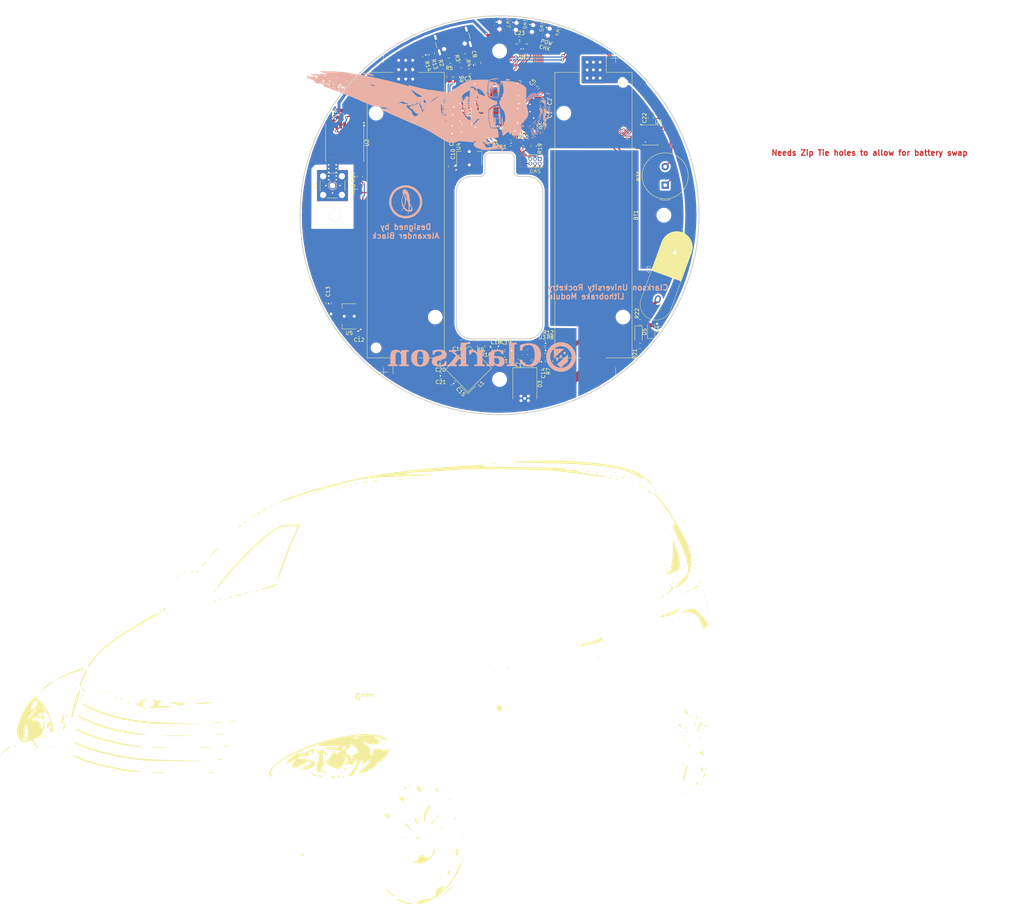
<source format=kicad_pcb>
(kicad_pcb (version 20240108) (generator "pcbnew") (generator_version "8.0")
  (layers (0 "F.Cu" signal) (31 "B.Cu" signal) (34 "B.Paste" user) (35 "F.Paste" user) (36 "B.SilkS" user "B.Silkscreen") (37 "F.SilkS" user "F.Silkscreen") (38 "B.Mask" user) (39 "F.Mask" user) (44 "Edge.Cuts" user))
  (net 0 "")
  (net 4 "XTAL_0")
  (net 7 "3V3_MCU")
  (net 17 "Net-(U1-BOOT0)")
  (net 47 "XTAL_1")
  (net 48 "Net-(J1-In)")
  (net 56 "BATT_TAP")
  (net 57 "+BATT")
  (net 58 "-BATT")
  (net 59 "Net-(C8-Pad2)")
  (net 60 "Net-(C9-Pad2)")
  (net 61 "Net-(J2-CC2)")
  (net 62 "Net-(J2-VBUS-PadA4)")
  (net 63 "MCU_USB_D+")
  (net 64 "Net-(J2-CC1)")
  (net 65 "MCU_USB_D-")
  (net 68 "USB_D+")
  (net 69 "USB_D-")
  (net 70 "MCU_SWDIO")
  (net 71 "MCU_SWCLK")
  (net 72 "3V6_SWITCHING")
  (net 73 "3V3_Sensors")
  (net 74 "Buzzer_L")
  (net 75 "Buzzer_H")
  (net 76 "Net-(U3-BOOT)")
  (net 77 "Net-(D3-K)")
  (net 78 "Net-(C18-Pad1)")
  (net 79 "Net-(U3-COMP)")
  (net 80 "Net-(U3-EN)")
  (net 81 "3V6_FB")
  (net 82 "Net-(U3-RT{slash}CLK)")
  (net 83 "VBUS_DETECT")
  (net 84 "GPS_NRST")
  (net 85 "MCU_SWO")
  (net 86 "MCU_NRST")
  (net 87 "Net-(D1-A)")
  (net 88 "Net-(D2-A)")
  (net 89 "GPS_UART_RX")
  (net 91 "GPS_UART_TX")
  (net 92 "MCU_I2C3_SDA")
  (net 93 "MCU_I2C3_SCL")
  (net 94 "MCU_I2C1_SDA")
  (net 95 "MCU_I2C1_SCL")
  (net 96 "ACCEL_SDI")
  (net 97 "ACCEL_SCLK")
  (net 98 "ACCEL_SDO")
  (net 99 "EYE_L")
  (net 100 "EYE_R")
  (net 101 "FLASH_SPI_SDO")
  (net 102 "FLASH_SPI_SDI")
  (net 103 "FLASH_SPI_SCLK")
  (net 105 "FLASH_CS")
  (net 106 "FLASH_RST")
  (net 107 "FLASH_WP")
  (net 108 "GPS_EXTINT")
  (net 109 "MODE_3")
  (net 110 "MODE_0")
  (net 111 "MODE_2")
  (net 112 "MODE_1")
  (net 113 "BUTT_3")
  (net 114 "BUTT_2")
  (net 115 "BUTT_1")
  (net 116 "BUTT_0")
  (net 117 "Net-(D5-A)")
  (net 118 "+BATT_PROT")
  (net 121 "ACCEL_CS")
  (footprint "Diode_SMD:D_SMC" (layer "F.Cu") (at 106.849997 146.199997 -90)
    (property "Reference" "D3")
    (property "Value" "B560C-13-F")
  )
  (footprint "Capacitor_SMD:C_0805_2012Metric" (layer "F.Cu") (at 108.799997 140.269997 180)
    (property "Reference" "C17")
    (property "Value" "0.1u")
  )
  (footprint "Buzzer_Beeper:Buzzer_TDK_PS1240P02BT_D12.2mm_H6.5mm" (layer "F.Cu") (at 144.799997 91.870785 90)
    (property "Reference" "BZ1")
    (property "Value" "Buzzer")
  )
  (footprint "MountingHole:MountingHole_3.2mm_M3" (layer "F.Cu") (at 144.449997 99.999997 -90)
    (property "Reference" "H2" (hide yes))
    (property "Value" "MountingHole")
  )
  (footprint "Resistor_SMD:R_0805_2012Metric" (layer "F.Cu") (at 89.399997 59.399997 15)
    (property "Reference" "R4")
    (property "Value" "1.5k")
  )
  (footprint "Capacitor_SMD:C_0805_2012Metric" (layer "F.Cu") (at 109.599997 77.099997 -45)
    (property "Reference" "C6")
    (property "Value" "4.7u")
  )
  (footprint "Resistor_SMD:R_0805_2012Metric" (layer "F.Cu") (at 137.999997 128.999997 180)
    (property "Reference" "R22")
    (property "Value" "470")
  )
  (footprint "Capacitor_SMD:C_0805_2012Metric" (layer "F.Cu") (at 94.199997 58.949997 -75)
    (property "Reference" "C8")
    (property "Value" "2.2uF")
  )
  (footprint "Capacitor_SMD:C_0805_2012Metric" (layer "F.Cu") (at 111.599997 139.569997 -90)
    (property "Reference" "C14")
    (property "Value" "4.7u")
  )
  (footprint "Package_LGA:LGA-14_3x2.5mm_P0.5mm_LayoutBorder3x4y" (layer "F.Cu") (at 106 55 180)
    (property "Reference" "U8")
    (property "Value" "LSM6DSO32")
  )
  (footprint "Capacitor_SMD:C_0805_2012Metric" (layer "F.Cu") (at 57 72.65 90)
    (property "Reference" "C7")
    (property "Value" "4.7u")
  )
  (footprint "Resistor_SMD:R_0805_2012Metric" (layer "F.Cu") (at 96.699997 135.499997 -90)
    (property "Reference" "R10")
    (property "Value" "18k")
  )
  (footprint "Package_TO_SOT_SMD:SOT-223-3_TabPin2" (layer "F.Cu") (at 59.299997 127.399997 180)
    (property "Reference" "U5")
    (property "Value" "AP7361C-33E")
  )
  (footprint "Package_SO:SSOP-8_3.95x5.21x3.27mm_P1.27mm" (layer "F.Cu") (at 140.799997 78.299997)
    (property "Reference" "U6")
    (property "Value" "MX25L25645GM2I")
  )
  (footprint "Connector_Coaxial:SMA_Amphenol_901-144_Vertical" (layer "F.Cu") (at 54.799997 91.999997 -90)
    (property "Reference" "J1")
    (property "Value" "Conn_Coaxial")
  )
  (footprint "Resistor_SMD:R_0805_2012Metric" (layer "F.Cu") (at 86.479578 58.177895 -165)
    (property "Reference" "R2")
    (property "Value" "5.1k")
  )
  (footprint "MountingHole:MountingHole_3.2mm_M3" (layer "F.Cu") (at 99.999997 144.449997 -90)
    (property "Reference" "H5" (hide yes))
    (property "Value" "MountingHole")
  )
  (footprint "Capacitor_SMD:C_0805_2012Metric" (layer "F.Cu") (at 110.099997 65.199997 45)
    (property "Reference" "C5")
    (property "Value" "4.7u")
  )
  (footprint "Capacitor_SMD:C_0805_2012Metric" (layer "F.Cu") (at 87.499997 145.499997 -45)
    (property "Reference" "C15")
    (property "Value" "47u")
  )
  (footprint "Capacitor_SMD:C_0805_2012Metric" (layer "F.Cu") (at 140.899997 73.699997 90)
    (property "Reference" "C22")
    (property "Value" "C")
  )
  (footprint "0_airbrake_footprints:R-667766" (layer "F.Cu") (at 104.471087 48.895209 -95)
    (property "Reference" "SW6")
    (property "Value" "SW_Push_Shielded")
  )
  (footprint "Capacitor_SMD:C_0805_2012Metric" (layer "F.Cu") (at 84.099997 143.499997 180)
    (property "Reference" "C21")
    (property "Value" "47u")
  )
  (footprint "Capacitor_SMD:C_0805_2012Metric" (layer "F.Cu") (at 111.729997 72.789997 90)
    (property "Reference" "C1")
    (property "Value" "C")
  )
  (footprint "Capacitor_SMD:C_0805_2012Metric" (layer "F.Cu") (at 105.4 52.4)
    (property "Reference" "C23")
    (property "Value" "4.7u")
  )
  (footprint "Capacitor_SMD:C_0805_2012Metric" (layer "F.Cu") (at 88.979997 77.799997 90)
    (property "Reference" "C4")
    (property "Value" "4.7u")
  )
  (footprint "MountingHole:MountingHole_3.2mm_M3" (layer "F.Cu") (at 99.999997 55.549997 -90)
    (property "Reference" "H3" (hide yes))
    (property "Value" "MountingHole")
  )
  (footprint "Resistor_SMD:R_0805_2012Metric" (layer "F.Cu") (at 101.399997 137.724997 180)
    (property "Reference" "R11")
    (property "Value" "R_US")
  )
  (footprint "Package_SO:Texas_R-PDSO-G8_EP2.95x4.9mm_Mask2.4x3.1mm_ThermalVias" (layer "F.Cu") (at 106.899997 136.469997 180)
    (property "Reference" "U3")
    (property "Value" "TPS54560BDDA")
  )
  (footprint "0_airbrake_footprints:DSF105Q9R0HDR" (layer "F.Cu") (at 145.105243 116.416964 160)
    (property "Reference" "U7")
    (property "Value" "DSF105Q9R0HDR")
  )
  (footprint "Connector_USB:USB_C_Receptacle_GCT_USB4105-xx-A_16P_TopMnt_Horizontal" (layer "F.Cu") (at 87.099997 51.799997 -165)
    (property "Reference" "J2" (hide yes))
    (property "Value" "USB_C_Receptacle_USB2.0_16P")
  )
  (footprint "Package_TO_SOT_SMD:SOT-223-3_TabPin2" (layer "F.Cu") (at 91.799997 84.599997 90)
    (property "Reference" "U4")
    (property "Value" "AP7361C-33E")
  )
  (footprint "0_airbrake_footprints:Airbrakes_Blank" (layer "F.Cu") (at 99.999997 99.999997 -90)
    (property "Reference" "H1" (hide yes))
    (property "Value" "PCB_BLANK")
    (fp_line (start 29.399099 11.713224) (end -6.401011 11.713224) (stroke (width 0.264998)) (layer "Edge.Cuts"))
    (fp_line (start 29.399099 11.713224) (end 29.399 11.712491) (stroke (width 0.264998)) (layer "Edge.Cuts"))
    (fp_line (start -6.400991 11.712522) (end -6.401011 11.713224) (stroke (width 0.264998)) (layer "Edge.Cuts"))
    (fp_line (start 29.399 11.712491) (end 29.601688 11.707473) (stroke (width 0.264998)) (layer "Edge.Cuts"))
    (fp_line (start -6.603679 11.707498) (end -6.400991 11.712522) (stroke (width 0.264998)) (layer "Edge.Cuts"))
    (fp_line (start 29.601688 11.707473) (end 29.803 11.692499) (stroke (width 0.264998)) (layer "Edge.Cuts"))
    (fp_line (start -6.804991 11.69252) (end -6.603679 11.707498) (stroke (width 0.264998)) (layer "Edge.Cuts"))
    (fp_line (start 29.803 11.692499) (end 30.002601 11.667709) (stroke (width 0.264998)) (layer "Edge.Cuts"))
    (fp_line (start -7.004592 11.667725) (end -6.804991 11.69252) (stroke (width 0.264998)) (layer "Edge.Cuts"))
    (fp_line (start 30.002601 11.667709) (end 30.200157 11.63324) (stroke (width 0.264998)) (layer "Edge.Cuts"))
    (fp_line (start -7.202147 11.633253) (end -7.004592 11.667725) (stroke (width 0.264998)) (layer "Edge.Cuts"))
    (fp_line (start 30.200157 11.63324) (end 30.395331 11.589233) (stroke (width 0.264998)) (layer "Edge.Cuts"))
    (fp_line (start -7.397322 11.589243) (end -7.202147 11.633253) (stroke (width 0.264998)) (layer "Edge.Cuts"))
    (fp_line (start 30.395331 11.589233) (end 30.58779 11.535827) (stroke (width 0.264998)) (layer "Edge.Cuts"))
    (fp_line (start -7.589781 11.535834) (end -7.397322 11.589243) (stroke (width 0.264998)) (layer "Edge.Cuts"))
    (fp_line (start 30.58779 11.535827) (end 30.777198 11.473159) (stroke (width 0.264998)) (layer "Edge.Cuts"))
    (fp_line (start -7.779189 11.473164) (end -7.589781 11.535834) (stroke (width 0.264998)) (layer "Edge.Cuts"))
    (fp_line (start 30.777198 11.473159) (end 30.96322 11.401368) (stroke (width 0.264998)) (layer "Edge.Cuts"))
    (fp_line (start -7.965211 11.401372) (end -7.779189 11.473164) (stroke (width 0.264998)) (layer "Edge.Cuts"))
    (fp_line (start 30.96322 11.401368) (end 31.145521 11.320595) (stroke (width 0.264998)) (layer "Edge.Cuts"))
    (fp_line (start -8.147512 11.320598) (end -7.965211 11.401372) (stroke (width 0.264998)) (layer "Edge.Cuts"))
    (fp_line (start 31.145521 11.320595) (end 31.323766 11.230977) (stroke (width 0.264998)) (layer "Edge.Cuts"))
    (fp_line (start -8.325758 11.230979) (end -8.147512 11.320598) (stroke (width 0.264998)) (layer "Edge.Cuts"))
    (fp_line (start 31.323766 11.230977) (end 31.49762 11.132654) (stroke (width 0.264998)) (layer "Edge.Cuts"))
    (fp_line (start -8.499613 11.132655) (end -8.325758 11.230979) (stroke (width 0.264998)) (layer "Edge.Cuts"))
    (fp_line (start 31.49762 11.132654) (end 31.666749 11.025764) (stroke (width 0.264998)) (layer "Edge.Cuts"))
    (fp_line (start -8.668741 11.025765) (end -8.499613 11.132655) (stroke (width 0.264998)) (layer "Edge.Cuts"))
    (fp_line (start 31.666749 11.025764) (end 31.830817 10.910447) (stroke (width 0.264998)) (layer "Edge.Cuts"))
    (fp_line (start -8.832809 10.910447) (end -8.668741 11.025765) (stroke (width 0.264998)) (layer "Edge.Cuts"))
    (fp_line (start 31.830817 10.910447) (end 31.989488 10.786841) (stroke (width 0.264998)) (layer "Edge.Cuts"))
    (fp_line (start -8.991481 10.786841) (end -8.832809 10.910447) (stroke (width 0.264998)) (layer "Edge.Cuts"))
    (fp_line (start 31.989488 10.786841) (end 32.14243 10.655084) (stroke (width 0.264998)) (layer "Edge.Cuts"))
    (fp_line (start -9.144421 10.655084) (end -8.991481 10.786841) (stroke (width 0.264998)) (layer "Edge.Cuts"))
    (fp_line (start 32.14243 10.655084) (end 32.289305 10.515317) (stroke (width 0.264998)) (layer "Edge.Cuts"))
    (fp_line (start -9.291296 10.515317) (end -9.144421 10.655084) (stroke (width 0.264998)) (layer "Edge.Cuts"))
    (fp_line (start 32.289305 10.515317) (end 32.429073 10.368446) (stroke (width 0.264998)) (layer "Edge.Cuts"))
    (fp_line (start -9.431066 10.368446) (end -9.291296 10.515317) (stroke (width 0.264998)) (layer "Edge.Cuts"))
    (fp_line (start 32.429073 10.368446) (end 32.56083 10.215508) (stroke (width 0.264998)) (layer "Edge.Cuts"))
    (fp_line (start -9.562824 10.215508) (end -9.431066 10.368446) (stroke (width 0.264998)) (layer "Edge.Cuts"))
    (fp_line (start 32.56083 10.215508) (end 32.684437 10.056839) (stroke (width 0.264998)) (layer "Edge.Cuts"))
    (fp_line (start -9.686431 10.056839) (end -9.562824 10.215508) (stroke (width 0.264998)) (layer "Edge.Cuts"))
    (fp_line (start 32.684437 10.056839) (end 32.799754 9.892773) (stroke (width 0.264998)) (layer "Edge.Cuts"))
    (fp_line (start -9.801749 9.892773) (end -9.686431 10.056839) (stroke (width 0.264998)) (layer "Edge.Cuts"))
    (fp_line (start 32.799754 9.892773) (end 32.906644 9.723646) (stroke (width 0.264998)) (layer "Edge.Cuts"))
    (fp_line (start -9.90864 9.723646) (end -9.801749 9.892773) (stroke (width 0.264998)) (layer "Edge.Cuts"))
    (fp_line (start 32.906644 9.723646) (end 33.004967 9.549793) (stroke (width 0.264998)) (layer "Edge.Cuts"))
    (fp_line (start -10.006963 9.549793) (end -9.90864 9.723646) (stroke (width 0.264998)) (layer "Edge.Cuts"))
    (fp_line (start 33.004967 9.549793) (end 33.094585 9.371549) (stroke (width 0.264998)) (layer "Edge.Cuts"))
    (fp_line (start -10.096581 9.371549) (end -10.006963 9.549793) (stroke (width 0.264998)) (layer "Edge.Cuts"))
    (fp_line (start 33.094585 9.371549) (end 33.175358 9.189248) (stroke (width 0.264998)) (layer "Edge.Cuts"))
    (fp_line (start -10.177355 9.189248) (end -10.096581 9.371549) (stroke (width 0.264998)) (layer "Edge.Cuts"))
    (fp_line (start 33.175358 9.189248) (end 33.247148 9.003227) (stroke (width 0.264998)) (layer "Edge.Cuts"))
    (fp_line (start -10.249146 9.003227) (end -10.177355 9.189248) (stroke (width 0.264998)) (layer "Edge.Cuts"))
    (fp_line (start 33.247148 9.003227) (end 33.309816 8.813819) (stroke (width 0.264998)) (layer "Edge.Cuts"))
    (fp_line (start -10.311815 8.813819) (end -10.249146 9.003227) (stroke (width 0.264998)) (layer "Edge.Cuts"))
    (fp_line (start 33.309816 8.813819) (end 33.363224 8.62136) (stroke (width 0.264998)) (layer "Edge.Cuts"))
    (fp_line (start -10.365224 8.62136) (end -10.311815 8.813819) (stroke (width 0.264998)) (layer "Edge.Cuts"))
    (fp_line (start 33.363224 8.62136) (end 33.407232 8.426185) (stroke (width 0.264998)) (layer "Edge.Cuts"))
    (fp_line (start -10.409233 8.426185) (end -10.365224 8.62136) (stroke (width 0.264998)) (layer "Edge.Cuts"))
    (fp_line (start 33.407232 8.426185) (end 33.441702 8.22863) (stroke (width 0.264998)) (layer "Edge.Cuts"))
    (fp_line (start -10.443704 8.22863) (end -10.409233 8.426185) (stroke (width 0.264998)) (layer "Edge.Cuts"))
    (fp_line (start 33.441702 8.22863) (end 33.466495 8.029028) (stroke (width 0.264998)) (layer "Edge.Cuts"))
    (fp_line (start -10.468498 8.029028) (end -10.443704 8.22863) (stroke (width 0.264998)) (layer "Edge.Cuts"))
    (fp_line (start 33.466495 8.029028) (end 33.481472 7.827716) (stroke (width 0.264998)) (layer "Edge.Cuts"))
    (fp_line (start -10.483476 7.827716) (end -10.468498 8.029028) (stroke (width 0.264998)) (layer "Edge.Cuts"))
    (fp_line (start 33.481472 7.827716) (end 33.486494 7.625028) (stroke (width 0.264998)) (layer "Edge.Cuts"))
    (fp_line (start -10.488504 7.625364) (end -10.488501 7.625028) (stroke (width 0.264998)) (layer "Edge.Cuts"))
    (fp_line (start -10.488504 7.625364) (end -10.488504 5.238828) (stroke (width 0.264998)) (layer "Edge.Cuts"))
    (fp_line (start 33.486387 7.625364) (end 33.486387 -7.625216) (stroke (width 0.264998)) (layer "Edge.Cuts"))
    (fp_line (start -10.488501 7.625028) (end -10.483476 7.827716) (stroke (width 0.264998)) (layer "Edge.Cuts"))
    (fp_line (start 33.486494 7.625028) (end 33.486387 7.625364) (stroke (width 0.264998)) (layer "Edge.Cuts"))
    (fp_line (start -10.488501 5.238767) (end -10.488504 5.238828) (stroke (width 0.264998)) (layer "Edge.Cuts"))
    (fp_line (start -10.488501 5.238767) (end -10.490061 5.175791) (stroke (width 0.264998)) (layer "Edge.Cuts"))
    (fp_line (start -10.490061 5.175791) (end -10.494715 5.113243) (stroke (width 0.264998)) (layer "Edge.Cuts"))
    (fp_line (start -10.494715 5.113243) (end -10.502419 5.051225) (stroke (width 0.264998)) (layer "Edge.Cuts"))
    (fp_line (start -10.502419 5.051225) (end -10.513129 4.989842) (stroke (width 0.264998)) (layer "Edge.Cuts"))
    (fp_line (start -10.513129 4.989842) (end -10.526803 4.929199) (stroke (width 0.264998)) (layer "Edge.Cuts"))
    (fp_line (start -10.526803 4.929199) (end -10.543397 4.869399) (stroke (width 0.264998)) (layer "Edge.Cuts"))
    (fp_line (start -10.543397 4.869399) (end -10.562869 4.810548) (stroke (width 0.264998)) (layer "Edge.Cuts"))
    (fp_line (start -10.562869 4.810548) (end -10.585175 4.752748) (stroke (width 0.264998)) (layer "Edge.Cuts"))
    (fp_line (start -10.585175 4.752748) (end -10.610272 4.696104) (stroke (width 0.264998)) (layer "Edge.Cuts"))
    (fp_line (start -10.610272 4.696104) (end -10.638116 4.640721) (stroke (width 0.264998)) (layer "Edge.Cuts"))
    (fp_line (start -10.638116 4.640721) (end -10.668666 4.586702) (stroke (width 0.264998)) (layer "Edge.Cuts"))
    (fp_line (start -10.668666 4.586702) (end -10.701878 4.534153) (stroke (width 0.264998)) (layer "Edge.Cuts"))
    (fp_line (start -10.701878 4.534153) (end -10.737708 4.483176) (stroke (width 0.264998)) (layer "Edge.Cuts"))
    (fp_line (start -10.737708 4.483176) (end -10.776114 4.433877) (stroke (width 0.264998)) (layer "Edge.Cuts"))
    (fp_line (start -10.776114 4.433877) (end -10.817052 4.386359) (stroke (width 0.264998)) (layer "Edge.Cuts"))
    (fp_line (start -10.817052 4.386359) (end -10.860479 4.340726) (stroke (width 0.264998)) (layer "Edge.Cuts"))
    (fp_line (start -10.860479 4.340726) (end -10.906114 4.297301) (stroke (width 0.264998)) (layer "Edge.Cuts"))
    (fp_line (start -10.906114 4.297301) (end -10.953634 4.256365) (stroke (width 0.264998)) (layer "Edge.Cuts"))
    (fp_line (start -10.953634 4.256365) (end -11.002934 4.217961) (stroke (width 0.264998)) (layer "Edge.Cuts"))
    (fp_line (start -11.002934 4.217961) (end -11.053911 4.182131) (stroke (width 0.264998)) (layer "Edge.Cuts"))
    (fp_line (start -11.053911 4.182131) (end -11.10646 4.14892) (stroke (width 0.264998)) (layer "Edge.Cuts"))
    (fp_line (start -11.10646 4.14892) (end -11.160478 4.11837) (stroke (width 0.264998)) (layer "Edge.Cuts"))
    (fp_line (start -11.160478 4.11837) (end -11.215859 4.090525) (stroke (width 0.264998)) (layer "Edge.Cuts"))
    (fp_line (start -11.215859 4.090525) (end -11.272501 4.065427) (stroke (width 0.264998)) (layer "Edge.Cuts"))
    (fp_line (start -11.272501 4.065427) (end -11.3303 4.04312) (stroke (width 0.264998)) (layer "Edge.Cuts"))
    (fp_line (start -11.3303 4.04312) (end -11.38915 4.023648) (stroke (width 0.264998)) (layer "Edge.Cuts"))
    (fp_line (start -11.38915 4.023648) (end -11.448948 4.007053) (stroke (width 0.264998)) (layer "Edge.Cuts"))
    (fp_line (start -11.448948 4.007053) (end -11.509589 3.993378) (stroke (width 0.264998)) (layer "Edge.Cuts"))
    (fp_line (start -11.509589 3.993378) (end -11.570971 3.982667) (stroke (width 0.264998)) (layer "Edge.Cuts"))
    (fp_line (start -11.570971 3.982667) (end -11.632988 3.974963) (stroke (width 0.264998)) (layer "Edge.Cuts"))
    (fp_line (start -11.632988 3.974963) (end -11.695537 3.970308) (stroke (width 0.264998)) (layer "Edge.Cuts"))
    (fp_line (start -11.695537 3.970308) (end -11.758512 3.968747) (stroke (width 0.264998)) (layer "Edge.Cuts"))
    (fp_line (start -15.568502 3.968839) (end -11.758505 3.968839) (stroke (width 0.264998)) (layer "Edge.Cuts"))
    (fp_line (start -11.758505 3.968839) (end -11.758512 3.968747) (stroke (width 0.264998)) (layer "Edge.Cuts"))
    (fp_line (start -15.568483 3.968778) (end -15.568502 3.968839) (stroke (width 0.264998)) (layer "Edge.Cuts"))
    (fp_line (start -15.63146 3.967217) (end -15.568483 3.968778) (stroke (width 0.264998)) (layer "Edge.Cuts"))
    (fp_line (start -15.694009 3.962564) (end -15.63146 3.967217) (stroke (width 0.264998)) (layer "Edge.Cuts"))
    (fp_line (start -15.756027 3.954861) (end -15.694009 3.962564) (stroke (width 0.264998)) (layer "Edge.Cuts"))
    (fp_line (start -15.817409 3.944152) (end -15.756027 3.954861) (stroke (width 0.264998)) (layer "Edge.Cuts"))
    (fp_line (start -15.878051 3.930479) (end -15.817409 3.944152) (stroke (width 0.264998)) (layer "Edge.Cuts"))
    (fp_line (start -15.937849 3.913885) (end -15.878051 3.930479) (stroke (width 0.264998)) (layer "Edge.Cuts"))
    (fp_line (start -15.996699 3.894415) (end -15.937849 3.913885) (stroke (width 0.264998)) (layer "Edge.Cuts"))
    (fp_line (start -16.054498 3.87211) (end -15.996699 3.894415) (stroke (width 0.264998)) (layer "Edge.Cuts"))
    (fp_line (start -16.11114 3.847013) (end -16.054498 3.87211) (stroke (width 0.264998)) (layer "Edge.Cuts"))
    (fp_line (start -16.166522 3.819169) (end -16.11114 3.847013) (stroke (width 0.264998)) (layer "Edge.Cuts"))
    (fp_line (start -16.22054 3.788619) (end -16.166522 3.819169) (stroke (width 0.264998)) (layer "Edge.Cuts"))
    (fp_line (start -16.273089 3.755407) (end -16.22054 3.788619) (stroke (width 0.264998)) (layer "Edge.Cuts"))
    (fp_line (start -16.324066 3.719576) (end -16.273089 3.755407) (stroke (width 0.264998)) (layer "Edge.Cuts"))
    (fp_line (start -16.373366 3.681169) (end -16.324066 3.719576) (stroke (width 0.264998)) (layer "Edge.Cuts"))
    (fp_line (start -16.420886 3.640229) (end -16.373366 3.681169) (stroke (width 0.264998)) (layer "Edge.Cuts"))
    (fp_line (start -16.46652 3.596799) (end -16.420886 3.640229) (stroke (width 0.264998)) (layer "Edge.Cuts"))
    (fp_line (start -16.509947 3.551167) (end -16.46652 3.596799) (stroke (width 0.264998)) (layer "Edge.Cuts"))
    (fp_line (start -16.550885 3.50365) (end -16.509947 3.551167) (stroke (width 0.264998)) (layer "Edge.Cuts"))
    (fp_line (start -16.58929 3.454352) (end -16.550885 3.50365) (stroke (width 0.264998)) (layer "Edge.Cuts"))
    (fp_line (start -16.62512 3.403377) (end -16.58929 3.454352) (stroke (width 0.264998)) (layer "Edge.Cuts"))
    (fp_line (start -16.658332 3.350829) (end -16.62512 3.403377) (stroke (width 0.264998)) (layer "Edge.Cuts"))
    (fp_line (start -16.688882 3.296812) (end -16.658332 3.350829) (stroke (width 0.264998)) (layer "Edge.Cuts"))
    (fp_line (start -16.716727 3.241431) (end -16.688882 3.296812) (stroke (width 0.264998)) (layer "Edge.Cuts"))
    (fp_line (start -16.741824 3.184789) (end -16.716727 3.241431) (stroke (width 0.264998)) (layer "Edge.Cuts"))
    (fp_line (start -16.76413 3.12699) (end -16.741824 3.184789) (stroke (width 0.264998)) (layer "Edge.Cuts"))
    (fp_line (start -16.783602 3.068139) (end -16.76413 3.12699) (stroke (width 0.264998)) (layer "Edge.Cuts"))
    (fp_line (start -16.800196 3.00834) (end -16.783602 3.068139) (stroke (width 0.264998)) (layer "Edge.Cuts"))
    (fp_line (start -16.81387 2.947696) (end -16.800196 3.00834) (stroke (width 0.264998)) (layer "Edge.Cuts"))
    (fp_line (start -16.824581 2.886312) (end -16.81387 2.947696) (stroke (width 0.264998)) (layer "Edge.Cuts"))
    (fp_line (start -16.832284 2.824291) (end -16.824581 2.886312) (stroke (width 0.264998)) (layer "Edge.Cuts"))
    (fp_line (start -16.836938 2.761739) (end -16.832284 2.824291) (stroke (width 0.264998)) (layer "Edge.Cuts"))
    (fp_line (start -16.838503 2.69885) (end -16.838499 2.698758) (stroke (width 0.264998)) (layer "Edge.Cuts"))
    (fp_line (start -16.838499 2.698758) (end -16.836938 2.761739) (stroke (width 0.264998)) (layer "Edge.Cuts"))
    (fp_line (start -16.838503 -2.698672) (end -16.838503 2.69885) (stroke (width 0.264998)) (layer "Edge.Cuts"))
    (fp_line (start -16.838499 -2.698733) (end -16.838503 -2.698672) (stroke (width 0.264998)) (layer "Edge.Cuts"))
    (fp_line (start -16.836939 -2.761708) (end -16.838499 -2.698733) (stroke (width 0.264998)) (layer "Edge.Cuts"))
    (fp_line (start -16.832286 -2.824256) (end -16.836939 -2.761708) (stroke (width 0.264998)) (layer "Edge.Cuts"))
    (fp_line (start -16.824583 -2.886272) (end -16.832286 -2.824256) (stroke (width 0.264998)) (layer "Edge.Cuts"))
    (fp_line (start -16.813873 -2.947653) (end -16.824583 -2.886272) (stroke (width 0.264998)) (layer "Edge.Cuts"))
    (fp_line (start -16.8002 -3.008294) (end -16.813873 -2.947653) (stroke (width 0.264998)) (layer "Edge.Cuts"))
    (fp_line (start -16.783606 -3.068091) (end -16.8002 -3.008294) (stroke (width 0.264998)) (layer "Edge.Cuts"))
    (fp_line (start -16.764134 -3.12694) (end -16.783606 -3.068091) (stroke (width 0.264998)) (layer "Edge.Cuts"))
    (fp_line (start -16.741829 -3.184737) (end -16.764134 -3.12694) (stroke (width 0.264998)) (layer "Edge.Cuts"))
    (fp_line (start -16.716732 -3.241378) (end -16.741829 -3.184737) (stroke (width 0.264998)) (layer "Edge.Cuts"))
    (fp_line (start -16.688888 -3.296758) (end -16.716732 -3.241378) (stroke (width 0.264998)) (layer "Edge.Cuts"))
    (fp_line (start -16.658338 -3.350774) (end -16.688888 -3.296758) (stroke (width 0.264998)) (layer "Edge.Cuts"))
    (fp_line (start -16.625127 -3.403321) (end -16.658338 -3.350774) (stroke (width 0.264998)) (layer "Edge.Cuts"))
    (fp_line (start -16.589297 -3.454296) (end -16.625127 -3.403321) (stroke (width 0.264998)) (layer "Edge.Cuts"))
    (fp_line (start -16.550892 -3.503594) (end -16.589297 -3.454296) (stroke (width 0.264998)) (layer "Edge.Cuts"))
    (fp_line (start -16.509955 -3.551111) (end -16.550892 -3.503594) (stroke (width 0.264998)) (layer "Edge.Cuts"))
    (fp_line (start -16.466528 -3.596743) (end -16.509955 -3.551111) (stroke (width 0.264998)) (layer "Edge.Cuts"))
    (fp_line (start -16.420894 -3.640169) (end -16.466528 -3.596743) (stroke (width 0.264998)) (layer "Edge.Cuts"))
    (fp_line (start -16.373375 -3.681106) (end -16.420894 -3.640169) (stroke (width 0.264998)) (layer "Edge.Cuts"))
    (fp_line (start -16.324075 -3.719512) (end -16.373375 -3.681106) (stroke (width 0.264998)) (layer "Edge.Cuts"))
    (fp_line (start -16.273099 -3.755343) (end -16.324075 -3.719512) (stroke (width 0.264998)) (layer "Edge.Cuts"))
    (fp_line (start -16.22055 -3.788557) (end -16.273099 -3.755343) (stroke (width 0.264998)) (layer "Edge.Cuts"))
    (fp_line (start -16.166533 -3.819109) (end -16.22055 -3.788557) (stroke (width 0.264998)) (layer "Edge.Cuts"))
    (fp_line (start -16.111151 -3.846957) (end -16.166533 -3.819109) (stroke (width 0.264998)) (layer "Edge.Cuts"))
    (fp_line (start -16.054509 -3.872058) (end -16.111151 -3.846957) (stroke (width 0.264998)) (layer "Edge.Cuts"))
    (fp_line (start -15.996711 -3.894367) (end -16.054509 -3.872058) (stroke (width 0.264998)) (layer "Edge.Cuts"))
    (fp_line (start -15.937861 -3.913842) (end -15.996711 -3.894367) (stroke (width 0.264998)) (layer "Edge.Cuts"))
    (fp_line (start -15.878063 -3.93044) (end -15.937861 -3.913842) (stroke (width 0.264998)) (layer "Edge.Cuts"))
    (fp_line (start -15.817422 -3.944117) (end -15.878063 -3.93044) (stroke (width 0.264998)) (layer "Edge.Cuts"))
    (fp_line (start -15.75604 -3.95483) (end -15.817422 -3.944117) (stroke (width 0.264998)) (layer "Edge.Cuts"))
    (fp_line (start -15.694023 -3.962536) (end -15.75604 -3.95483) (stroke (width 0.264998)) (layer "Edge.Cuts"))
    (fp_line (start -15.631475 -3.967191) (end -15.694023 -3.962536) (stroke (width 0.264998)) (layer "Edge.Cuts"))
    (fp_line (start -15.568502 -3.968661) (end -15.568499 -3.968753) (stroke (width 0.264998)) (layer "Edge.Cuts"))
    (fp_line (start -11.758501 -3.968661) (end -15.568502 -3.968661) (stroke (width 0.264998)) (layer "Edge.Cuts"))
    (fp_line (start -15.568499 -3.968753) (end -15.631475 -3.967191) (stroke (width 0.264998)) (layer "Edge.Cuts"))
    (fp_line (start -11.758501 -3.968753) (end -11.758501 -3.968661) (stroke (width 0.264998)) (layer "Edge.Cuts"))
    (fp_line (start -11.758501 -3.968753) (end -11.695524 -3.970314) (stroke (width 0.264998)) (layer "Edge.Cuts"))
    (fp_line (start -11.695524 -3.970314) (end -11.632975 -3.974969) (stroke (width 0.264998)) (layer "Edge.Cuts"))
    (fp_line (start -11.632975 -3.974969) (end -11.570958 -3.982675) (stroke (width 0.264998)) (layer "Edge.Cuts"))
    (fp_line (start -11.570958 -3.982675) (end -11.509576 -3.993388) (stroke (width 0.264998)) (layer "Edge.Cuts"))
    (fp_line (start -11.509576 -3.993388) (end -11.448935 -4.007065) (stroke (width 0.264998)) (layer "Edge.Cuts"))
    (fp_line (start -11.448935 -4.007065) (end -11.389137 -4.023663) (stroke (width 0.264998)) (layer "Edge.Cuts"))
    (fp_line (start -11.389137 -4.023663) (end -11.330287 -4.043138) (stroke (width 0.264998)) (layer "Edge.Cuts"))
    (fp_line (start -11.330287 -4.043138) (end -11.272489 -4.065448) (stroke (width 0.264998)) (layer "Edge.Cuts"))
    (fp_line (start -11.272489 -4.065448) (end -11.215847 -4.090548) (stroke (width 0.264998)) (layer "Edge.Cuts"))
    (fp_line (start -11.215847 -4.090548) (end -11.160465 -4.118396) (stroke (width 0.264998)) (layer "Edge.Cuts"))
    (fp_line (start -11.160465 -4.118396) (end -11.106448 -4.148948) (stroke (width 0.264998)) (layer "Edge.Cuts"))
    (fp_line (start -11.106448 -4.148948) (end -11.053899 -4.182162) (stroke (width 0.264998)) (layer "Edge.Cuts"))
    (fp_line (start -11.053899 -4.182162) (end -11.002922 -4.217993) (stroke (width 0.264998)) (layer "Edge.Cuts"))
    (fp_line (start -11.002922 -4.217993) (end -10.953622 -4.256399) (stroke (width 0.264998)) (layer "Edge.Cuts"))
    (fp_line (start -10.953622 -4.256399) (end -10.906103 -4.297337) (stroke (width 0.264998)) (layer "Edge.Cuts"))
    (fp_line (start -10.906103 -4.297337) (end -10.860468 -4.340762) (stroke (width 0.264998)) (layer "Edge.Cuts"))
    (fp_line (start -10.860468 -4.340762) (end -10.817041 -4.386394) (stroke (width 0.264998)) (layer "Edge.Cuts"))
    (fp_line (start -10.817041 -4.386394) (end -10.776104 -4.43391) (stroke (width 0.264998)) (layer "Edge.Cuts"))
    (fp_line (start -10.776104 -4.43391) (end -10.737699 -4.483206) (stroke (width 0.264998)) (layer "Edge.Cuts"))
    (fp_line (start -10.737699 -4.483206) (end -10.701869 -4.534179) (stroke (width 0.264998)) (layer "Edge.Cuts"))
    (fp_line (start -10.701869 -4.534179) (end -10.668658 -4.586725) (stroke (width 0.264998)) (layer "Edge.Cuts"))
    (fp_line (start -10.668658 -4.586725) (end -10.638109 -4.640739) (stroke (width 0.264998)) (layer "Edge.Cuts"))
    (fp_line (start -10.638109 -4.640739) (end -10.610265 -4.696118) (stroke (width 0.264998)) (layer "Edge.Cuts"))
    (fp_line (start -10.610265 -4.696118) (end -10.585169 -4.752757) (stroke (width 0.264998)) (layer "Edge.Cuts"))
    (fp_line (start -10.585169 -4.752757) (end -10.562864 -4.810553) (stroke (width 0.264998)) (layer "Edge.Cuts"))
    (fp_line (start -10.562864 -4.810553) (end -10.543393 -4.869401) (stroke (width 0.264998)) (layer "Edge.Cuts"))
    (fp_line (start -10.543393 -4.869401) (end -10.526799 -4.929198) (stroke (width 0.264998)) (layer "Edge.Cuts"))
    (fp_line (start -10.526799 -4.929198) (end -10.513126 -4.989839) (stroke (width 0.264998)) (layer "Edge.Cuts"))
    (fp_line (start -10.513126 -4.989839) (end -10.502417 -5.051221) (stroke (width 0.264998)) (layer "Edge.Cuts"))
    (fp_line (start -10.502417 -5.051221) (end -10.494714 -5.11324) (stroke (width 0.264998)) (layer "Edge.Cuts"))
    (fp_line (start -10.494714 -5.11324) (end -10.490061 -5.175792) (stroke (width 0.264998)) (layer "Edge.Cuts"))
    (fp_line (start -10.490061 -5.175792) (end -10.488504 -5.238651) (stroke (width 0.264998)) (layer "Edge.Cuts"))
    (fp_line (start -10.488504 -5.238651) (end -10.488504 -7.625216) (stroke (width 0.264998)) (layer "Edge.Cuts"))
    (fp_line (start 33.486494 -7.624972) (end 33.481471 -7.827666) (stroke (width 0.264998)) (layer "Edge.Cuts"))
    (fp_line (start -10.488501 -7.625003) (end -10.488504 -7.625216) (stroke (width 0.264998)) (layer "Edge.Cuts"))
    (fp_line (start 33.486387 -7.625216) (end 33.486494 -7.624972) (stroke (width 0.264998)) (layer "Edge.Cuts"))
    (fp_line (start 33.481471 -7.827666) (end 33.466492 -8.028983) (stroke (width 0.264998)) (layer "Edge.Cuts"))
    (fp_line (start -10.483477 -7.827691) (end -10.488501 -7.625003) (stroke (width 0.264998)) (layer "Edge.Cuts"))
    (fp_line (start 33.466492 -8.028983) (end 33.441699 -8.228588) (stroke (width 0.264998)) (layer "Edge.Cuts"))
    (fp_line (start -10.468499 -8.029003) (end -10.483477 -7.827691) (stroke (width 0.264998)) (layer "Edge.Cuts"))
    (fp_line (start 33.441699 -8.228588) (end 33.407228 -8.426148) (stroke (width 0.264998)) (layer "Edge.Cuts"))
    (fp_line (start -10.443705 -8.228605) (end -10.468499 -8.029003) (stroke (width 0.264998)) (layer "Edge.Cuts"))
    (fp_line (start 33.407228 -8.426148) (end 33.363219 -8.621326) (stroke (width 0.264998)) (layer "Edge.Cuts"))
    (fp_line (start -10.409235 -8.426161) (end -10.443705 -8.228605) (stroke (width 0.264998)) (layer "Edge.Cuts"))
    (fp_line (start 33.363219 -8.621326) (end 33.30981 -8.813788) (stroke (width 0.264998)) (layer "Edge.Cuts"))
    (fp_line (start -10.365226 -8.621336) (end -10.409235 -8.426161) (stroke (width 0.264998)) (layer "Edge.Cuts"))
    (fp_line (start 33.30981 -8.813788) (end 33.247141 -9.003198) (stroke (width 0.264998)) (layer "Edge.Cuts"))
    (fp_line (start -10.311818 -8.813795) (end -10.365226 -8.621336) (stroke (width 0.264998)) (layer "Edge.Cuts"))
    (fp_line (start 33.247141 -9.003198) (end 33.17535 -9.189223) (stroke (width 0.264998)) (layer "Edge.Cuts"))
    (fp_line (start -10.249149 -9.003204) (end -10.311818 -8.813795) (stroke (width 0.264998)) (layer "Edge.Cuts"))
    (fp_line (start 33.17535 -9.189223) (end 33.094576 -9.371526) (stroke (width 0.264998)) (layer "Edge.Cuts"))
    (fp_line (start -10.177359 -9.189227) (end -10.249149 -9.003204) (stroke (width 0.264998)) (layer "Edge.Cuts"))
    (fp_line (start 33.094576 -9.371526) (end 33.004958 -9.549774) (stroke (width 0.264998)) (layer "Edge.Cuts"))
    (fp_line (start -10.096585 -9.371529) (end -10.177359 -9.189227) (stroke (width 0.264998)) (layer "Edge.Cuts"))
    (fp_line (start 33.004958 -9.549774) (end 32.906634 -9.72363) (stroke (width 0.264998)) (layer "Edge.Cuts"))
    (fp_line (start -10.006967 -9.549775) (end -10.096585 -9.371529) (stroke (width 0.264998)) (layer "Edge.Cuts"))
    (fp_line (start 32.906634 -9.72363) (end 32.799743 -9.892761) (stroke (width 0.264998)) (layer "Edge.Cuts"))
    (fp_line (start -9.908643 -9.723631) (end -10.006967 -9.549775) (stroke (width 0.264998)) (layer "Edge.Cuts"))
    (fp_line (start -9.801753 -9.892761) (end -9.908643 -9.723631) (stroke (width 0.264998)) (layer "Edge.Cuts"))
    (fp_line (start 32.799743 -9.892761) (end 32.684425 -10.05683) (stroke (width 0.264998)) (layer "Edge.Cuts"))
    (fp_line (start -9.686435 -10.05683) (end -9.801753 -9.892761) (stroke (width 0.264998)) (layer "Edge.Cuts"))
    (fp_line (start 32.684425 -10.05683) (end 32.560817 -10.215503) (stroke (width 0.264998)) (layer "Edge.Cuts"))
    (fp_line (start -9.562827 -10.215503) (end -9.686435 -10.05683) (stroke (width 0.264998)) (layer "Edge.Cuts"))
    (fp_line (start 32.560817 -10.215503) (end 32.429059 -10.368446) (stroke (width 0.264998)) (layer "Edge.Cuts"))
    (fp_line (start -9.431069 -10.368446) (end -9.562827 -10.215503) (stroke (width 0.264998)) (layer "Edge.Cuts"))
    (fp_line (start 32.429059 -10.368446) (end 32.289289 -10.515322) (stroke (width 0.264998)) (layer "Edge.Cuts"))
    (fp_line (start -9.2913 -10.515322) (end -9.431069 -10.368446) (stroke (width 0.264998)) (layer "Edge.Cuts"))
    (fp_line (start 32.289289 -10.515322) (end 32.142416 -10.65509) (stroke (width 0.264998)) (layer "Edge.Cuts"))
    (fp_line (start -9.144426 -10.65509) (end -9.2913 -10.515322) (stroke (width 0.264998)) (layer "Edge.Cuts"))
    (fp_line (start 32.142416 -10.65509) (end 31.989475 -10.786846) (stroke (width 0.264998)) (layer "Edge.Cuts"))
    (fp_line (start -8.991486 -10.786846) (end -9.144426 -10.65509) (stroke (width 0.264998)) (layer "Edge.Cuts"))
    (fp_line (start 31.989475 -10.786846) (end 31.830804 -10.910452) (stroke (width 0.264998)) (layer "Edge.Cuts"))
    (fp_line (start -8.832815 -10.910452) (end -8.991486 -10.786846) (stroke (width 0.264998)) (layer "Edge.Cuts"))
    (fp_line (start 31.830804 -10.910452) (end 31.666737 -11.02577) (stroke (width 0.264998)) (layer "Edge.Cuts"))
    (fp_line (start -8.668747 -11.025769) (end -8.832815 -10.910452) (stroke (width 0.264998)) (layer "Edge.Cuts"))
    (fp_line (start 31.666737 -11.02577) (end 31.497608 -11.13266) (stroke (width 0.264998)) (layer "Edge.Cuts"))
    (fp_line (start -8.499619 -11.132659) (end -8.668747 -11.025769) (stroke (width 0.264998)) (layer "Edge.Cuts"))
    (fp_line (start 31.497608 -11.13266) (end 31.323754 -11.230984) (stroke (width 0.264998)) (layer "Edge.Cuts"))
    (fp_line (start -8.325765 -11.230982) (end -8.499619 -11.132659) (stroke (width 0.264998)) (layer "Edge.Cuts"))
    (fp_line (start 31.323754 -11.230984) (end 31.145509 -11.320603) (stroke (width 0.264998)) (layer "Edge.Cuts"))
    (fp_line (start -8.147519 -11.3206) (end -8.325765 -11.230982) (stroke (width 0.264998)) (layer "Edge.Cuts"))
    (fp_line (start 31.145509 -11.320603) (end 30.963207 -11.401377) (stroke (width 0.264998)) (layer "Edge.Cuts"))
    (fp_line (start -7.965218 -11.401374) (end -8.147519 -11.3206) (stroke (width 0.264998)) (layer "Edge.Cuts"))
    (fp_line (start 30.963207 -11.401377) (end 30.777185 -11.473169) (stroke (width 0.264998)) (layer "Edge.Cuts"))
    (fp_line (start -7.779196 -11.473164) (end -7.965218 -11.401374) (stroke (width 0.264998)) (layer "Edge.Cuts"))
    (fp_line (start 30.777185 -11.473169) (end 30.587777 -11.535839) (stroke (width 0.264998)) (layer "Edge.Cuts"))
    (fp_line (start -7.589788 -11.535832) (end -7.779196 -11.473164) (stroke (width 0.264998)) (layer "Edge.Cuts"))
    (fp_line (start 30.587777 -11.535839) (end 30.395318 -11.589249) (stroke (width 0.264998)) (layer "Edge.Cuts"))
    (fp_line (start -7.397329 -11.589239) (end -7.589788 -11.535832) (stroke (width 0.264998)) (layer "Edge.Cuts"))
    (fp_line (start 30.395318 -11.589249) (end 30.200143 -11.633259) (stroke (width 0.264998)) (layer "Edge.Cuts"))
    (fp_line (start -7.202155 -11.633246) (end -7.397329 -11.589239) (stroke (width 0.264998)) (layer "Edge.Cuts"))
    (fp_line (start 30.200143 -11.633259) (end 30.002587 -11.66773) (stroke (width 0.264998)) (layer "Edge.Cuts"))
    (fp_line (start -7.004599 -11.667714) (end -7.202155 -11.633246) (stroke (width 0.264998)) (layer "Edge.Cuts"))
    (fp_line (start 30.002587 -11.66773) (end 29.802985 -11.692525) (stroke (width 0.264998)) (layer "Edge.Cuts"))
    (fp_line (start -6.804998 -11.692504) (end -7.004599 -11.667714) (stroke (width 0.264998)) (layer "Edge.Cuts"))
    (fp_line (start 29.802985 -11.692525) (end 29.601673 -11.707503) (stroke (width 0.264998)) (layer "Edge.Cuts"))
    (fp_line (start -6.603686 -11.707478) (end -6.804998 -11.692504) (stroke (width 0.264998)) (layer "Edge.Cuts"))
    (fp_line (start 29.601673 -11.707503) (end 29.398985 -11.712527) (stroke (width 0.264998)) (layer "Edge.Cuts"))
    (fp_line (start -6.400999 -11.712497) (end -6.603686 -11.707478) (stroke (width 0.264998)) (layer "Edge.Cuts"))
    (fp_line (start 29.398985 -11.712527) (end 29.399099 -11.713015) (stroke (width 0.264998)) (layer "Edge.Cuts"))
    (fp_line (start -6.401011 -11.713015) (end -6.400999 -11.712497) (stroke (width 0.264998)) (layer "Edge.Cuts"))
    (fp_line (start 29.399099 -11.713015) (end -6.401011 -11.713015) (stroke (width 0.264998)) (layer "Edge.Cuts"))
    (fp_poly (pts (xy 0.121062 42.95315) (xy 0.217809 42.962569) (xy 0.313926 42.978269) (xy 0.409095 43.000249) (xy 0.503003 43.028509) (xy 0.595334 43.063049) (xy 0.685771 43.103868) (xy 0.774 43.150968) (xy 0.858904 43.20382) (xy 0.939474 43.261727) (xy 1.015552 43.324415) (xy 1.08698 43.39161) (xy 1.1536 43.463039) (xy 1.215255 43.53843) (xy 1.271787 43.617507) (xy 1.323038 43.699998) (xy 1.36885 43.78563) (xy 1.409066 43.874128) (xy 1.443527 43.96522) (xy 1.472077 44.058632) (xy 1.494557 44.15409) (xy 1.510809 44.251321) (xy 1.520676 44.350052) (xy 1.524 44.45001) (xy 1.523166 44.500124) (xy 1.520676 44.549966) (xy 1.516551 44.599502) (xy 1.510809 44.648697) (xy 1.503471 44.697516) (xy 1.494557 44.745927) (xy 1.484085 44.793894) (xy 1.472077 44.841383) (xy 1.458551 44.888361) (xy 1.443527 44.934793) (xy 1.427025 44.980645) (xy 1.409066 45.025883) (xy 1.389667 45.070473) (xy 1.36885 45.11438) (xy 1.346633 45.15757) (xy 1.323038 45.20001) (xy 1.298082 45.241664) (xy 1.271787 45.2825) (xy 1.244171 45.322482) (xy 1.215255 45.361576) (xy 1.185058 45.399749) (xy 1.1536 45.436966) (xy 1.120901 45.473193) (xy 1.08698 45.508396) (xy 1.051857 45.542541) (xy 1.015552 45.575593) (xy 0.978084 45.607519) (xy 0.939474 45.638284) (xy 0.899741 45.667853) (xy 0.858904 45.696194) (xy 0.816984 45.723271) (xy 0.774 45.749051) (xy 0.685771 45.796151) (xy 0.595334 45.836971) (xy 0.503003 45.87151) (xy 0.409095 45.89977) (xy 0.313926 45.92175) (xy 0.217809 45.93745) (xy 0.121062 45.94687) (xy 0.023999 45.95001) (xy -0.073064 45.94687) (xy -0.169811 45.93745) (xy -0.265928 45.92175) (xy -0.361097 45.89977) (xy -0.455005 45.87151) (xy -0.547335 45.836971) (xy -0.637772 45.796151) (xy -0.726 45.749051) (xy -0.810904 45.696194) (xy -0.891474 45.638284) (xy -0.967552 45.575593) (xy -1.038979 45.508396) (xy -1.1056 45.436966) (xy -1.167255 45.361576) (xy -1.223786 45.2825) (xy -1.275037 45.20001) (xy -1.320849 45.11438) (xy -1.361065 45.025883) (xy -1.395527 44.934793) (xy -1.424076 44.841383) (xy -1.446556 44.745927) (xy -1.462809 44.648697) (xy -1.472676 44.549966) (xy -1.476 44.45001) (xy -1.475166 44.399895) (xy -1.472676 44.350052) (xy -1.46855 44.300517) (xy -1.462809 44.251321) (xy -1.455471 44.202501) (xy -1.446556 44.15409) (xy -1.436085 44.106122) (xy -1.424076 44.058632) (xy -1.41055 44.011653) (xy -1.395527 43.96522) (xy -1.379025 43.919367) (xy -1.361065 43.874128) (xy -1.341667 43.829538) (xy -1.320849 43.78563) (xy -1.298633 43.742438) (xy -1.275037 43.699998) (xy -1.250082 43.658343) (xy -1.223786 43.617507) (xy -1.196171 43.577524) (xy -1.167255 43.53843) (xy -1.137058 43.500256) (xy -1.1056 43.463039) (xy -1.0729 43.426812) (xy -1.038979 43.39161) (xy -1.003857 43.357466) (xy -0.967552 43.324415) (xy -0.930084 43.29249) (xy -0.891474 43.261727) (xy -0.851741 43.232159) (xy -0.810904 43.20382) (xy -0.768984 43.176745) (xy -0.726 43.150968) (xy -0.637772 43.103868) (xy -0.547335 43.063049) (xy -0.455005 43.028509) (xy -0.361097 43.000249) (xy -0.265928 42.978269) (xy -0.169811 42.962569) (xy -0.073064 42.95315) (xy 0.023999 42.95001)) (stroke (width 0.264998)) (fill none) (layer "Edge.Cuts"))
    (fp_poly (pts (xy 44.551138 -1.49671) (xy 44.627268 -1.490925) (xy 44.702292 -1.481397) (xy 44.776116 -1.46822) (xy 44.848647 -1.45149) (xy 44.919789 -1.4313) (xy 44.98945 -1.407744) (xy 45.057535 -1.380915) (xy 45.123949 -1.350909) (xy 45.188599 -1.317819) (xy 45.25139 -1.28174) (xy 45.312229 -1.242764) (xy 45.371021 -1.200987) (xy 45.427672 -1.156502) (xy 45.482088 -1.109404) (xy 45.534175 -1.059787) (xy 45.583839 -1.007743) (xy 45.630985 -0.953369) (xy 45.67552 -0.896757) (xy 45.717349 -0.838002) (xy 45.756378 -0.777198) (xy 45.792514 -0.714438) (xy 45.825661 -0.649818) (xy 45.855726 -0.58343) (xy 45.882615 -0.515369) (xy 45.906234 -0.44573) (xy 45.926488 -0.374606) (xy 45.943284 -0.30209) (xy 45.956527 -0.228278) (xy 45.966122 -0.153264) (xy 45.971977 -0.07714) (xy 45.973997 -0.000003) (xy 45.971977 0.077135) (xy 45.966122 0.153259) (xy 45.956527 0.228273) (xy 45.943284 0.302085) (xy 45.926488 0.3746) (xy 45.906234 0.445725) (xy 45.882615 0.515364) (xy 45.855726 0.583425) (xy 45.825661 0.649812) (xy 45.792514 0.714433) (xy 45.756378 0.777192) (xy 45.717349 0.837997) (xy 45.67552 0.896752) (xy 45.630985 0.953364) (xy 45.583839 1.007738) (xy 45.534175 1.059781) (xy 45.482088 1.109399) (xy 45.427672 1.156497) (xy 45.371021 1.200982) (xy 45.312229 1.242759) (xy 45.25139 1.281734) (xy 45.188599 1.317814) (xy 45.123949 1.350904) (xy 45.057535 1.38091) (xy 44.98945 1.407738) (xy 44.919789 1.431295) (xy 44.848647 1.451485) (xy 44.776116 1.468215) (xy 44.702292 1.481391) (xy 44.627268 1.490919) (xy 44.551138 1.496705) (xy 44.473997 1.498655) (xy 44.396856 1.496705) (xy 44.320727 1.490919) (xy 44.245703 1.481391) (xy 44.171879 1.468215) (xy 44.099348 1.451485) (xy 44.028206 1.431295) (xy 43.958545 1.407738) (xy 43.890461 1.38091) (xy 43.824047 1.350904) (xy 43.759397 1.317814) (xy 43.696606 1.281734) (xy 43.635767 1.242759) (xy 43.576976 1.200982) (xy 43.520325 1.156497) (xy 43.465909 1.109399) (xy 43.413822 1.059781) (xy 43.364159 1.007738) (xy 43.317013 0.953364) (xy 43.272478 0.896752) (xy 43.230649 0.837997) (xy 43.19162 0.777192) (xy 43.155484 0.714433) (xy 43.122337 0.649812) (xy 43.092271 0.583425) (xy 43.065382 0.515364) (xy 43.041763 0.445725) (xy 43.021509 0.3746) (xy 43.004713 0.302085) (xy 42.991469 0.228273) (xy 42.981873 0.153259) (xy 42.976018 0.077135) (xy 42.973997 -0.000003) (xy 42.976018 -0.07714) (xy 42.981873 -0.153264) (xy 42.991469 -0.228278) (xy 43.004713 -0.30209) (xy 43.021509 -0.374606) (xy 43.041763 -0.44573) (xy 43.065382 -0.515369) (xy 43.092271 -0.58343) (xy 43.122337 -0.649818) (xy 43.155484 -0.714438) (xy 43.19162 -0.777198) (xy 43.230649 -0.838002) (xy 43.272478 -0.896757) (xy 43.317013 -0.953369) (xy 43.364159 -1.007743) (xy 43.413822 -1.059787) (xy 43.465909 -1.109404) (xy 43.520325 -1.156502) (xy 43.576976 -1.200987) (xy 43.635767 -1.242764) (xy 43.696606 -1.28174) (xy 43.759397 -1.317819) (xy 43.824047 -1.350909) (xy 43.890461 -1.380915) (xy 43.958545 -1.407744) (xy 44.028206 -1.4313) (xy 44.099348 -1.45149) (xy 44.171879 -1.46822) (xy 44.245703 -1.481397) (xy 44.320727 -1.490925) (xy 44.396856 -1.49671) (xy 44.473997 -1.49866)) (stroke (width 0.264998)) (fill none) (layer "Edge.Cuts"))
    (fp_poly (pts (xy 0.121062 -45.946844) (xy 0.217809 -45.937424) (xy 0.313926 -45.921725) (xy 0.409095 -45.899745) (xy 0.503003 -45.871485) (xy 0.595334 -45.836945) (xy 0.685771 -45.796126) (xy 0.774 -45.749026) (xy 0.858904 -45.696169) (xy 0.939474 -45.638259) (xy 1.015552 -45.575569) (xy 1.08698 -45.508373) (xy 1.1536 -45.436945) (xy 1.215255 -45.361556) (xy 1.271787 -45.28248) (xy 1.323038 -45.199992) (xy 1.36885 -45.114363) (xy 1.409066 -45.025868) (xy 1.443527 -44.93478) (xy 1.472077 -44.841371) (xy 1.494557 -44.745915) (xy 1.510809 -44.648686) (xy 1.520676 -44.549956) (xy 1.524 -44.45) (xy 1.523166 -44.399884) (xy 1.520676 -44.35004) (xy 1.516551 -44.300504) (xy 1.510809 -44.251308) (xy 1.503471 -44.202488) (xy 1.494557 -44.154077) (xy 1.484085 -44.106109) (xy 1.472077 -44.058619) (xy 1.458551 -44.011641) (xy 1.443527 -43.965209) (xy 1.427025 -43.919357) (xy 1.409066 -43.874119) (xy 1.389667 -43.82953) (xy 1.36885 -43.785623) (xy 1.346633 -43.742433) (xy 1.323038 -43.699994) (xy 1.298082 -43.65834) (xy 1.271787 -43.617505) (xy 1.244171 -43.577523) (xy 1.215255 -43.538429) (xy 1.185058 -43.500256) (xy 1.1536 -43.46304) (xy 1.120901 -43.426813) (xy 1.08698 -43.391611) (xy 1.051857 -43.357466) (xy 1.015552 -43.324415) (xy 0.978084 -43.292489) (xy 0.939474 -43.261725) (xy 0.899741 -43.232155) (xy 0.858904 -43.203815) (xy 0.816984 -43.176738) (xy 0.774 -43.150958) (xy 0.685771 -43.103858) (xy 0.595334 -43.063039) (xy 0.503003 -43.028499) (xy 0.409095 -43.000239) (xy 0.313926 -42.978259) (xy 0.217809 -42.962559) (xy 0.121062 -42.95314) (xy 0.023999 -42.95) (xy -0.073064 -42.95314) (xy -0.169811 -42.962559) (xy -0.265928 -42.978259) (xy -0.361097 -43.000239) (xy -0.455005 -43.028499) (xy -0.547335 -43.063039) (xy -0.637772 -43.103858) (xy -0.726 -43.150958) (xy -0.810904 -43.203815) (xy -0.891474 -43.261725) (xy -0.967552 -43.324415) (xy -1.038979 -43.391611) (xy -1.1056 -43.46304) (xy -1.167255 -43.538429) (xy -1.223786 -43.617505) (xy -1.275037 -43.699994) (xy -1.320849 -43.785623) (xy -1.361065 -43.874119) (xy -1.395527 -43.965209) (xy -1.424076 -44.058619) (xy -1.446556 -44.154077) (xy -1.462809 -44.251308) (xy -1.472676 -44.35004) (xy -1.476 -44.45) (xy -1.475166 -44.500114) (xy -1.472676 -44.549956) (xy -1.46855 -44.599492) (xy -1.462809 -44.648686) (xy -1.455471 -44.697505) (xy -1.446556 -44.745915) (xy -1.436085 -44.793882) (xy -1.424076 -44.841371) (xy -1.41055 -44.888348) (xy -1.395527 -44.93478) (xy -1.379025 -44.980631) (xy -1.361065 -45.025868) (xy -1.341667 -45.070457) (xy -1.320849 -45.114363) (xy -1.298633 -45.157553) (xy -1.275037 -45.199992) (xy -1.250082 -45.241646) (xy -1.223786 -45.28248) (xy -1.196171 -45.322462) (xy -1.167255 -45.361556) (xy -1.137058 -45.399728) (xy -1.1056 -45.436945) (xy -1.0729 -45.473171) (xy -1.038979 -45.508373) (xy -1.003857 -45.542518) (xy -0.967552 -45.575569) (xy -0.930084 -45.607495) (xy -0.891474 -45.638259) (xy -0.851741 -45.667828) (xy -0.810904 -45.696169) (xy -0.768984 -45.723246) (xy -0.726 -45.749026) (xy -0.637772 -45.796126) (xy -0.547335 -45.836945) (xy -0.455005 -45.871485) (xy -0.361097 -45.899745) (xy -0.265928 -45.921725) (xy -0.169811 -45.937424) (xy -0.073064 -45.946844) (xy 0.023999 -45.949984)) (stroke (width 0.264998)) (fill none) (layer "Edge.Cuts"))
    (fp_poly (pts (xy 3.516641 -53.862008) (xy 6.997933 -53.523042) (xy 10.45652 -52.958098) (xy 13.881047 -52.167177) (xy 17.260161 -51.150278) (xy 20.582509 -49.907402) (xy 23.836739 -48.438548) (xy 27.011496 -46.743716) (xy 30.066641 -44.841714) (xy 32.965821 -42.757898) (xy 35.703358 -40.5021) (xy 38.273575 -38.084152) (xy 40.670797 -35.513886) (xy 42.889346 -32.801135) (xy 44.923546 -29.955731) (xy 46.76772 -26.987506) (xy 48.416192 -23.906291) (xy 49.863285 -20.72192) (xy 51.103323 -17.444224) (xy 52.130629 -14.083036) (xy 52.939526 -10.648188) (xy 53.524337 -7.149511) (xy 53.879387 -3.596839) (xy 53.998999 -0.000003) (xy 53.968978 1.803322) (xy 53.879387 3.596834) (xy 53.730937 5.379305) (xy 53.524337 7.149507) (xy 53.260297 8.90621) (xy 52.939526 10.648185) (xy 52.562733 12.374203) (xy 52.130629 14.083035) (xy 51.643922 15.773452) (xy 51.103323 17.444225) (xy 50.509541 19.094125) (xy 49.863285 20.721923) (xy 49.165266 22.326389) (xy 48.416192 23.906296) (xy 47.616774 25.460413) (xy 46.76772 26.987512) (xy 45.869741 28.486363) (xy 44.923546 29.955739) (xy 43.929844 31.394408) (xy 42.889346 32.801144) (xy 41.80276 34.174715) (xy 40.670797 35.513895) (xy 39.494165 36.817452) (xy 38.273575 38.08416) (xy 37.009736 39.312787) (xy 35.703358 40.502106) (xy 34.355149 41.650887) (xy 32.965821 42.757901) (xy 31.536082 43.82192) (xy 30.066641 44.841714) (xy 28.558209 45.816054) (xy 27.011496 46.743711) (xy 23.836739 48.43854) (xy 20.582509 49.907391) (xy 17.260161 51.150266) (xy 13.881047 52.167163) (xy 10.45652 52.958083) (xy 6.997933 53.523026) (xy 3.516641 53.861992) (xy 0.023995 53.974981) (xy -3.468651 53.861992) (xy -6.949943 53.523026) (xy -10.40853 52.958083) (xy -13.833056 52.167163) (xy -17.21217 51.150266) (xy -20.534518 49.907391) (xy -23.788746 48.43854) (xy -26.963503 46.743711) (xy -30.018648 44.841714) (xy -32.917827 42.757901) (xy -35.655363 40.502106) (xy -38.22558 38.08416) (xy -40.622801 35.513895) (xy -42.841349 32.801144) (xy -44.875548 29.955739) (xy -46.719722 26.987512) (xy -48.368194 23.906296) (xy -49.815286 20.721923) (xy -51.055324 17.444225) (xy -52.082629 14.083035) (xy -52.891526 10.648185) (xy -53.476337 7.149507) (xy -53.831387 3.596834) (xy -53.950998 -0.000003) (xy -53.920977 -1.803327) (xy -53.831387 -3.596839) (xy -53.682937 -5.37931) (xy -53.476337 -7.149511) (xy -53.212297 -8.906213) (xy -52.891526 -10.648188) (xy -52.514733 -12.374205) (xy -52.082629 -14.083036) (xy -51.595923 -15.773452) (xy -51.055324 -17.444224) (xy -50.461542 -19.094123) (xy -49.815286 -20.72192) (xy -49.117267 -22.326386) (xy -48.368194 -23.906291) (xy -47.568776 -25.460408) (xy -46.719722 -26.987506) (xy -45.821743 -28.486357) (xy -44.875548 -29.955731) (xy -43.881847 -31.3944) (xy -42.841349 -32.801135) (xy -41.754764 -34.174707) (xy -40.622801 -35.513886) (xy -39.446169 -36.817444) (xy -38.22558 -38.084152) (xy -36.961741 -39.31278) (xy -35.655363 -40.5021) (xy -34.307155 -41.650882) (xy -32.917827 -42.757898) (xy -31.488088 -43.821918) (xy -30.018648 -44.841714) (xy -28.510216 -45.816056) (xy -26.963503 -46.743716) (xy -23.788746 -48.438548) (xy -20.534518 -49.907402) (xy -17.21217 -51.150278) (xy -13.833056 -52.167177) (xy -10.40853 -52.958098) (xy -6.949943 -53.523042) (xy -3.468651 -53.862008) (xy 0.023995 -53.974997)) (stroke (width 0.264998)) (fill none) (layer "Edge.Cuts"))
    (fp_poly (pts (xy -44.348856 -1.49671) (xy -44.272727 -1.490925) (xy -44.197703 -1.481397) (xy -44.123879 -1.46822) (xy -44.051349 -1.45149) (xy -43.980206 -1.4313) (xy -43.910546 -1.407744) (xy -43.842461 -1.380915) (xy -43.776047 -1.350909) (xy -43.711398 -1.317819) (xy -43.648606 -1.28174) (xy -43.587768 -1.242764) (xy -43.528976 -1.200987) (xy -43.472325 -1.156502) (xy -43.417909 -1.109404) (xy -43.365822 -1.059787) (xy -43.316158 -1.007743) (xy -43.269012 -0.953369) (xy -43.224477 -0.896757) (xy -43.182648 -0.838002) (xy -43.143618 -0.777198) (xy -43.107483 -0.714438) (xy -43.074335 -0.649818) (xy -43.04427 -0.58343) (xy -43.01738 -0.515369) (xy -42.993762 -0.44573) (xy -42.973507 -0.374606) (xy -42.956711 -0.30209) (xy -42.943468 -0.228278) (xy -42.933872 -0.153264) (xy -42.928017 -0.07714) (xy -42.925997 -0.000003) (xy -42.926001 -0.000003) (xy -42.92802 0.077135) (xy -42.933875 0.153259) (xy -42.943471 0.228273) (xy -42.956714 0.302085) (xy -42.973509 0.3746) (xy -42.993764 0.445725) (xy -43.017382 0.515364) (xy -43.044271 0.583425) (xy -43.074337 0.649812) (xy -43.107484 0.714433) (xy -43.143619 0.777192) (xy -43.182649 0.837997) (xy -43.224478 0.896752) (xy -43.269013 0.953364) (xy -43.316159 1.007738) (xy -43.365822 1.059781) (xy -43.417909 1.109399) (xy -43.472325 1.156497) (xy -43.528976 1.200982) (xy -43.587768 1.242759) (xy -43.648606 1.281734) (xy -43.711398 1.317814) (xy -43.776047 1.350904) (xy -43.842462 1.38091) (xy -43.910546 1.407738) (xy -43.980206 1.431295) (xy -44.051349 1.451485) (xy -44.123879 1.468215) (xy -44.197703 1.481391) (xy -44.272727 1.490919) (xy -44.348856 1.496705) (xy -44.425997 1.498655) (xy -44.503137 1.496705) (xy -44.579267 1.490919) (xy -44.65429 1.481391) (xy -44.728115 1.468215) (xy -44.800645 1.451485) (xy -44.871788 1.431295) (xy -44.941448 1.407738) (xy -45.009533 1.38091) (xy -45.075947 1.350904) (xy -45.140597 1.317814) (xy -45.203388 1.281734) (xy -45.264227 1.242759) (xy -45.323019 1.200982) (xy -45.37967 1.156497) (xy -45.434086 1.109399) (xy -45.486173 1.059781) (xy -45.535836 1.007738) (xy -45.582983 0.953364) (xy -45.627517 0.896752) (xy -45.669346 0.837997) (xy -45.708376 0.777192) (xy -45.744511 0.714433) (xy -45.777659 0.649812) (xy -45.807724 0.583425) (xy -45.834613 0.515364) (xy -45.858231 0.445725) (xy -45.878485 0.3746) (xy -45.895281 0.302085) (xy -45.908523 0.228273) (xy -45.918119 0.153259) (xy -45.923974 0.077135) (xy -45.925993 -0.000003) (xy -45.923974 -0.07714) (xy -45.918119 -0.153264) (xy -45.908523 -0.228278) (xy -45.895281 -0.30209) (xy -45.878485 -0.374606) (xy -45.858231 -0.44573) (xy -45.834613 -0.515369) (xy -45.807724 -0.58343) (xy -45.777659 -0.649818) (xy -45.744511 -0.714438) (xy -45.708376 -0.777198) (xy -45.669346 -0.838002) (xy -45.627517 -0.896757) (xy -45.582983 -0.953369) (xy -45.535836 -1.007743) (xy -45.486173 -1.059787) (xy -45.434086 -1.109404) (xy -45.37967 -1.156502) (xy -45.323019 -1.200987) (xy -45.264227 -1.242764) (xy -45.203388 -1.28174) (xy -45.140597 -1.317819) (xy -45.075947 -1.350909) (xy -45.009533 -1.380915) (xy -44.941448 -1.407744) (xy -44.871788 -1.4313) (xy -44.800645 -1.45149) (xy -44.728115 -1.46822) (xy -44.65429 -1.481397) (xy -44.579267 -1.490925) (xy -44.503137 -1.49671) (xy -44.425997 -1.49866)) (stroke (width 0.264998)) (fill none) (layer "Edge.Cuts"))
  )
  (footprint "Resistor_SMD:R_0805_2012Metric" (layer "F.Cu") (at 62.199997 89.599997 -90)
    (property "Reference" "R17")
    (property "Value" "5k")
  )
  (footprint "Resistor_SMD:R_0805_2012Metric" (layer "F.Cu") (at 87.399997 74.999997 180)
    (property "Reference" "R15")
    (property "Value" "240")
  )
  (footprint "Capacitor_SMD:C_0805_2012Metric" (layer "F.Cu") (at 86.999997 77.799997 90)
    (property "Reference" "C9")
    (property "Value" "2.2uF")
  )
  (footprint "Battery:BatteryHolder_Keystone_1042_1x18650" (layer "F.Cu") (at 125.399997 99.999997 -90)
    (property "Reference" "BT1")
    (property "Value" "Battery_Cell")
  )
  (footprint "Resistor_SMD:R_0805_2012Metric" (layer "F.Cu") (at 102.999997 80.499997 180)
    (property "Reference" "R1" (hide yes))
    (property "Value" "100k")
  )
  (footprint "Resistor_SMD:R_0805_2012Metric" (layer "F.Cu") (at 88.399997 62.599997 -90)
    (property "Reference" "R6")
    (property "Value" "0")
  )
  (footprint "Resistor_SMD:R_0805_2012Metric" (layer "F.Cu") (at 86.399997 62.599997 -90)
    (property "Reference" "R5")
    (property "Value" "0")
  )
  (footprint "Resistor_SMD:R_0805_2012Metric" (layer "F.Cu") (at 137.999997 135.399997 180)
    (property "Reference" "R21")
    (property "Value" "470")
  )
  (footprint "Resistor_SMD:R_0805_2012Metric" (layer "F.Cu") (at 62.199997 92.999997 -90)
    (property "Reference" "R18")
    (property "Value" "5k")
  )
  (footprint "Capacitor_SMD:C_0805_2012Metric" (layer "F.Cu") (at 86.899997 86.799997 90)
    (property "Reference" "C10")
    (property "Value" "4.7u")
  )
  (footprint "Package_QFP:LQFP-100_14x14mm_P0.5mm" (layer "F.Cu") (at 98.729997 70.789997 180)
    (property "Reference" "U1")
    (property "Value" "STM32H743VITx")
  )
  (footprint "Capacitor_SMD:C_0805_2012Metric" (layer "F.Cu") (at 83.999997 140.199997 180)
    (property "Reference" "C20")
    (property "Value" "47u")
  )
  (footprint "Capacitor_SMD:C_0805_2012Metric" (layer "F.Cu") (at 61.999997 132.099997 180)
    (property "Reference" "C12")
    (property "Value" "4.7u")
  )
  (footprint "RF_GPS:ublox_MAX" (layer "F.Cu") (at 58.089997 80.399997 -90)
    (property "Reference" "U2")
    (property "Value" "MAX-M8C")
  )
  (footprint "Connector_PinHeader_1.27mm:PinHeader_2x03_P1.27mm_Vertical" (layer "F.Cu") (at 110.874997 84.774997 -90)
    (property "Reference" "J3" (hide yes))
    (property "Value" "Conn_01x06_Socket")
  )
  (footprint "Diode_SMD:D_SOD-123F" (layer "F.Cu") (at 137.599997 132.199997 -90)
    (property "Reference" "D5")
    (property "Value" "NRVB120VLSFT1G")
  )
  (footprint "Resistor_SMD:R_0805_2012Metric" (layer "F.Cu") (at 112.299997 136.669997)
    (property "Reference" "R8")
    (property "Value" "300k")
  )
  (footprint "Resistor_SMD:R_0805_2012Metric" (layer "F.Cu") (at 109.199997 81.299997 90)
    (property "Reference" "R19")
    (property "Value" "5k")
  )
  (footprint "Resistor_SMD:R_0805_2012Metric" (layer "F.Cu") (at 106.399997 80.499997)
    (property "Reference" "R20")
    (property "Value" "5k")
  )
  (footprint "Resistor_SMD:R_0805_2012Metric" (layer "F.Cu") (at 112.299997 134.669997)
    (property "Reference" "R12")
    (property "Value" "82k")
  )
  (footprint "Inductor_SMD:L_Wuerth_WE-XHMI-8080" (layer "F.Cu") (at 91.599997 141.599997 135)
    (property "Reference" "L1")
    (property "Value" "22u")
  )
  (footprint "Capacitor_SMD:C_0805_2012Metric" (layer "F.Cu") (at 97.199997 81.799997)
    (property "Reference" "C11")
    (property "Value" "4.7u")
  )
  (footprint "Resistor_SMD:R_0805_2012Metric" (layer "F.Cu") (at 90.826244 57.013209 15)
    (property "Reference" "R3")
    (property "Value" "5.1k")
  )
  (footprint "Resistor_SMD:R_0805_2012Metric" (layer "F.Cu") (at 81.699997 56.349997 -75)
    (property "Reference" "R13")
    (property "Value" "33k")
  )
  (footprint "Resistor_SMD:R_0805_2012Metric" (layer "F.Cu") (at 87.412497 72.899997 180)
    (property "Reference" "R16")
    (property "Value" "240")
  )
  (footprint "Capacitor_SMD:C_0805_2012Metric" (layer "F.Cu") (at 98.699997 136.424997 90)
    (property "Reference" "C18")
    (property "Value" "C")
  )
  (footprint "Capacitor_SMD:C_0805_2012Metric" (layer "F.Cu") (at 91.899997 61.039997 15)
    (property "Reference" "C3")
    (property "Value" "4.7u")
  )
  (footprint "Resistor_SMD:R_0805_2012Metric" (layer "F.Cu") (at 93.999997 134.699997)
    (property "Reference" "R9")
    (property "Value" "62k")
  )
  (footprint "Capacitor_SMD:C_0805_2012Metric" (layer "F.Cu") (at 111.729997 69.289997 90)
    (property "Reference" "C2")
    (property "Value" "C")
  )
  (footprint "Capacitor_SMD:C_0805_2012Metric" (layer "F.Cu") (at 89.699997 134.499997)
    (property "Reference" "C16")
    (property "Value" "47u")
  )
  (footprint "Capacitor_SMD:C_0805_2012Metric" (layer "F.Cu") (at 101.399997 135.724997 180)
    (property "Reference" "C19")
    (property "Value" "C")
  )
  (footprint "0_airbrake_footprints:R-667766" (layer "F.Cu") (at 108.908149 49.479359 -100)
    (property "Reference" "SW5")
    (property "Value" "SW_Push_Shielded")
  )
  (footprint "Diode_SMD:D_SOD-123F" (layer "F.Cu") (at 140.999997 131.199997 90)
    (property "Reference" "D4")
    (property "Value" "NRVB120VLSFT1G")
  )
  (footprint "Resistor_SMD:R_0805_2012Metric" (layer "F.Cu") (at 79.864737 56.841753 105)
    (property "Reference" "R14")
    (property "Value" "82k")
  )
  (footprint "Capacitor_SMD:C_0805_2012Metric" (layer "F.Cu") (at 53.799997 123.832404 -90)
    (property "Reference" "C13")
    (property "Value" "4.7u")
  )
  (footprint "Resistor_SMD:R_0805_2012Metric" (layer "F.Cu") (at 113.599997 139.569997 90)
    (property "Reference" "R7")
    (property "Value" "300k")
  )
  (footprint "0_airbrake_footprints:R-667766" (layer "F.Cu") (at 99.999997 48.699997 -90)
    (property "Reference" "SW7")
    (property "Value" "SW_Push_Shielded")
  )
  (footprint "Battery:BatteryHolder_Keystone_1042_1x18650" (layer "F.Cu") (at 74.599997 99.999997 90)
    (property "Reference" "BT2" (hide yes))
    (property "Value" "Battery_Cell")
  )
  (footprint "MountingHole:MountingHole_3.2mm_M3" (layer "F.Cu") (at 55.549997 99.999997 -90)
    (property "Reference" "H4" (hide yes))
    (property "Value" "MountingHole")
  )
  (footprint "0_airbrake_footprints:R-667766" (layer "F.Cu") (at 113.277414 50.448002 -105)
    (property "Reference" "SW4")
    (property "Value" "SW_Push_Shielded")
  )
  (footprint "LOGO" (layer "F.Cu") (at 63.4 230.4)
    (property "Reference" "G***")
    (property "Value" "LOGO" (hide yes))
  )
  (footprint "0_airbrake_footprints:black_logo" (layer "B.Cu") (at 74.599997 96.399997 180)
    (property "Reference" "GL2" (hide yes))
    (property "Value" "Black_Logo" (hide yes))
  )
  (footprint "LOGO" (layer "B.Cu") (at 85.999997 72.699997 90)
    (property "Reference" "G***" (hide yes))
    (property "Value" "LOGO" (hide yes))
  )
  (footprint "LED_SMD:LED_0603_1608Metric" (layer "B.Cu") (at 98.999997 72.399997 90)
    (property "Reference" "D1" (hide yes))
    (property "Value" "QBLP601-R5-2897")
  )
  (footprint "0_airbrake_footprints:cur_gold_40mm" (layer "B.Cu") (at 125.399997 99.999997 180)
    (property "Reference" "GL4" (hide yes))
    (property "Value" "CUR_Gold" (hide yes))
  )
  (footprint "0_airbrake_footprints:clarkson_gold_soldermask" (layer "B.Cu") (at 116.599997 138.399997 180)
    (property "Reference" "GL1" (hide yes))
    (property "Value" "Clarkson_Gold" (hide yes))
  )
  (footprint "LED_SMD:LED_0603_1608Metric" (layer "B.Cu") (at 98.899997 66.599997 90)
    (property "Reference" "D2" (hide yes))
    (property "Value" "QBLP601-R5-2897")
  )
  (footprint "0_airbrake_footprints:clarkson_white_ss" (layer "B.Cu") (at 116.599997 138.399997 180)
    (property "Reference" "GL3" (hide yes))
    (property "Value" "Clarkson_White" (hide yes))
  )
  (gr_line (start 90.279997 59.159997) (end 90.879997 61.399997) (stroke (width 0.2)) (layer "F.Cu") (net 7))
  (gr_arc (start 133.096121 60.203438) (mid 151.278812 92.957056) (end 142.599997 129.399997) (stroke (width 3)) (layer "B.Cu") (net 57))
  (gr_rect (start 105.599997 83.874997) (end 113.599997 86.924997) (stroke (width 0.1) (type dot)) (fill none) (layer "F.SilkS"))
  (gr_text "Needs Zip Tie holes to allow for battery swap" (at 173.4 84 0) (layer "F.Cu") (effects (font (size 1.5 1.5) (thickness 0.3) (bold yes)) (justify left bottom)))
  (gr_text "Clarkson University Rocketry\nLithobrake Module" (at 112.899997 122.899997 0) (layer "B.SilkS") (effects (font (size 1.5 1.5) (thickness 0.3) (bold yes)) (justify right bottom mirror)))
  (gr_text "Designed by\nAlexander Black" (at 74.599997 104.399997 0) (layer "B.SilkS") (effects (font (size 1.5 1.5) (thickness 0.3) (bold yes)) (justify mirror)))
  (gr_text "Clarkson" (at 111.599997 138.399997 0) (layer "B.SilkS") (effects (font (size 6 6) (thickness 0.3) (bold yes)) (justify left mirror)))
  (gr_text "SWD" (at 109.599997 87.499997 180) (layer "F.SilkS") (effects (font (size 1 1) (thickness 0.1)) (justify bottom)))
  (gr_text "POW\nCHK" (at 110.499997 54.899997 -15) (layer "F.SilkS") (effects (font (size 1 1)) (justify left bottom)))
  (segment (start 111.604997 71.964997) (end 111.729997 71.839997) (width 0.2) (layer "F.Cu") (net 4))
  (segment (start 106.8 53.5) (end 107.289576 53.5) (width 0.3) (layer "F.Cu") (net 7))
  (segment (start 92.729997 64.979997) (end 93.599997 65.849997) (width 0.3) (layer "F.Cu") (net 7))
  (segment (start 105.537233 74.289997) (end 106.404997 74.289997) (width 0.25) (layer "F.Cu") (net 7))
  (segment (start 94.099997 84.399997) (end 90.799997 84.399997) (width 0.8) (layer "F.Cu") (net 7))
  (segment (start 103.999997 65.799997) (end 103.999997 64.349997) (width 0.3) (layer "F.Cu") (net 7))
  (segment (start 140.899997 74.649997) (end 141.679997 74.649997) (width 0.3) (layer "F.Cu") (net 7))
  (segment (start 109.199997 82.212497) (end 107.187497 82.212497) (width 0.3) (layer "F.Cu") (net 7))
  (segment (start 63.590535 73.279997) (end 65.790535 75.479997) (width 0.3) (layer "F.Cu") (net 7))
  (segment (start 108.928246 76.428246) (end 110.391958 76.428246) (width 0.3) (layer "F.Cu") (net 7))
  (segment (start 104.729997 76.429997) (end 104.299997 75.999997) (width 0.3) (layer "F.Cu") (net 7))
  (segment (start 90.799997 84.399997) (end 88.979997 82.579997) (width 0.8) (layer "F.Cu") (net 7))
  (segment (start 55.799997 77.199997) (end 56.130739 77.199997) (width 0.3) (layer "F.Cu") (net 7))
  (segment (start 94.099997 84.399997) (end 94.099997 83.949997) (width 0.8) (layer "F.Cu") (net 7))
  (segment (start 137.115169 74.649997) (end 140.899997 74.649997) (width 0.3) (layer "F.Cu") (net 7))
  (segment (start 88.129459 69.059997) (end 88.859459 69.789997) (width 0.3) (layer "F.Cu") (net 7))
  (segment (start 92.729997 63.114997) (end 92.729997 64.979997) (width 0.3) (layer "F.Cu") (net 7))
  (segment (start 60.899997 91.299997) (end 61.687497 92.087497) (width 0.3) (layer "F.Cu") (net 7))
  (segment (start 108.209997 75.265568) (end 108.209997 75.709997) (width 0.25) (layer "F.Cu") (net 7))
  (segment (start 105.537233 74.289997) (end 104.309997 74.289997) (width 0.25) (layer "F.Cu") (net 7))
  (segment (start 65.790535 75.479997) (end 78.919997 75.479997) (width 0.3) (layer "F.Cu") (net 7))
  (segment (start 92.729997 63.033505) (end 92.729997 62.329997) (width 0.3) (layer "F.Cu") (net 7))
  (segment (start 107.909997 66.789997) (end 108.828246 65.871748) (width 0.3) (layer "F.Cu") (net 7))
  (segment (start 63.999997 86.887497) (end 62.199997 88.687497) (width 0.3) (layer "F.Cu") (net 7))
  (segment (start 55.889997 77.109997) (end 55.799997 77.199997) (width 0.3) (layer "F.Cu") (net 7))
  (segment (start 94.099997 83.949997) (end 96.249997 81.799997) (width 0.8) (layer "F.Cu") (net 7))
  (segment (start 103.999997 64.349997) (end 104.229997 64.119997) (width 0.3) (layer "F.Cu") (net 7))
  (segment (start 106.404997 66.789997) (end 104.389997 66.789997) (width 0.3) (layer "F.Cu") (net 7))
  (segment (start 85.339997 69.059997) (end 88.129459 69.059997) (width 0.3) (layer "F.Cu") (net 7))
  (segment (start 104.729997 78.464997) (end 104.729997 76.429997) (width 0.3) (layer "F.Cu") (net 7))
  (segment (start 104.229997 61.458947) (end 104.229997 63.114997) (width 0.3) (layer "F.Cu") (net 7))
  (segment (start 106.167117 83.232877) (end 106.899238 83.964997) (width 0.3) (layer "F.Cu") (net 7))
  (segment (start 112.398709 78.434997) (end 133.330169 78.434997) (width 0.3) (layer "F.Cu") (net 7))
  (segment (start 110.064997 83.964997) (end 110.874997 84.774997) (width 0.3) (layer "F.Cu") (net 7))
  (segment (start 61.612497 88.687497) (end 60.899997 89.399997) (width 0.3) (layer "F.Cu") (net 7))
  (segment (start 94.099997 87.749997) (end 94.099997 84.399997) (width 0.8) (layer "F.Cu") (net 7))
  (segment (start 104.229997 64.119997) (end 104.229997 63.114997) (width 0.3) (layer "F.Cu") (net 7))
  (segment (start 104.729997 78.464997) (end 104.729997 79.742497) (width 0.3) (layer "F.Cu") (net 7))
  (segment (start 108.828246 65.871748) (end 109.428246 65.871748) (width 0.3) (layer "F.Cu") (net 7))
  (segment (start 92.729997 62.329997) (end 91.685875 61.285875) (width 0.3) (layer "F.Cu") (net 7))
  (segment (start 56.130739 77.199997) (end 59.330739 80.399997) (width 0.3) (layer "F.Cu") (net 7))
  (segment (start 60.899997 89.399997) (end 60.899997 91.299997) (width 0.3) (layer "F.Cu") (net 7))
  (segment (start 105.537233 71.789997) (end 104.209997 71.789997) (width 0.25) (layer "F.Cu") (net 7))
  (segment (start 108.4 54.610424) (end 108.4 57.288944) (width 0.3) (layer "F.Cu") (net 7))
  (segment (start 55.889997 75.649997) (end 55.889997 77.109997) (width 0.4) (layer "F.Cu") (net 7))
  (segment (start 133.330169 78.434997) (end 137.115169 74.649997) (width 0.3) (layer "F.Cu") (net 7))
  (segment (start 63.999997 81.699997) (end 63.999997 86.887497) (width 0.3) (layer "F.Cu") (net 7))
  (segment (start 58.599997 73.599997) (end 58.919997 73.279997) (width 0.3) (layer "F.Cu") (net 7))
  (segment (start 106.404997 66.789997) (end 107.909997 66.789997) (width 0.3) (layer "F.Cu") (net 7))
  (segment (start 62.699997 80.399997) (end 63.999997 81.699997) (width 0.3) (layer "F.Cu") (net 7))
  (segment (start 88.859459 69.789997) (end 89.299997 69.789997) (width 0.3) (layer "F.Cu") (net 7))
  (segment (start 92.389893 77.104997) (end 90.744893 78.749997) (width 0.8) (layer "F.Cu") (net 7))
  (segment (start 106.5 53.8) (end 106.8 53.5) (width 0.3) (layer "F.Cu") (net 7))
  (segment (start 88.979997 78.749997) (end 89.444997 78.749997) (width 0.3) (layer "F.Cu") (net 7))
  (segment (start 105.487497 82.553256) (end 106.167117 83.232877) (width 0.3) (layer "F.Cu") (net 7))
  (segment (start 62.199997 88.687497) (end 61.612497 88.687497) (width 0.3) (layer "F.Cu") (net 7))
  (segment (start 108.4 57.288944) (end 104.229997 61.458947) (width 0.3) (layer "F.Cu") (net 7))
  (segment (start 107.187497 82.212497) (end 106.167117 83.232877) (width 0.3) (layer "F.Cu") (net 7))
  (segment (start 94.399997 76.599997) (end 93.894997 77.104997) (width 0.8) (layer "F.Cu") (net 7))
  (segment (start 106.899238 83.964997) (end 110.064997 83.964997) (width 0.3) (layer "F.Cu") (net 7))
  (segment (start 141.679997 74.649997) (end 143.424997 76.394997) (width 0.3) (layer "F.Cu") (net 7))
  (segment (start 104.209997 71.789997) (end 104.199997 71.799997) (width 0.25) (layer "F.Cu") (net 7))
  (segment (start 58.919997 73.279997) (end 63.590535 73.279997) (width 0.3) (layer "F.Cu") (net 7))
  (segment (start 88.979997 82.579997) (end 88.979997 78.749997) (width 0.8) (layer "F.Cu") (net 7))
  (segment (start 104.729997 79.742497) (end 105.487497 80.499997) (width 0.3) (layer "F.Cu") (net 7))
  (segment (start 59.330739 80.399997) (end 62.699997 80.399997) (width 0.3) (layer "F.Cu") (net 7))
  (segment (start 106.404997 71.789997) (end 105.537233 71.789997) (width 0.25) (layer "F.Cu") (net 7))
  (segment (start 107.234426 74.289997) (end 108.209997 75.265568) (width 0.25) (layer "F.Cu") (net 7))
  (segment (start 78.919997 75.479997) (end 85.339997 69.059997) (width 0.3) (layer "F.Cu") (net 7))
  (segment (start 93.894997 77.104997) (end 92.389893 77.104997) (width 0.8) (layer "F.Cu") (net 7))
  (segment (start 91.685875 61.285875) (end 90.982367 61.285875) (width 0.3) (layer "F.Cu") (net 7))
  (segment (start 106.5 54.0875) (end 106.5 53.8) (width 0.3) (layer "F.Cu") (net 7))
  (segment (start 90.744893 78.749997) (end 88.979997 78.749997) (width 0.8) (layer "F.Cu") (net 7))
  (segment (start 110.391958 76.428246) (end 112.398709 78.434997) (width 0.3) (layer "F.Cu") (net 7))
  (segment (start 108.209997 75.709997) (end 108.928246 76.428246) (width 0.25) (layer "F.Cu") (net 7))
  (segment (start 107.289576 53.5) (end 108.4 54.610424) (width 0.3) (layer "F.Cu") (net 7))
  (segment (start 61.687497 92.087497) (end 62.199997 92.087497) (width 0.3) (layer "F.Cu") (net 7))
  (segment (start 106.404997 74.289997) (end 107.234426 74.289997) (width 0.25) (layer "F.Cu") (net 7))
  (segment (start 105.487497 80.499997) (end 105.487497 82.553256) (width 0.3) (layer "F.Cu") (net 7))
  (segment (start 94.399997 74.599997) (end 94.399997 76.599997) (width 0.8) (layer "F.Cu") (net 7))
  (via (at 93.499997 69.499997) (size 0.6) (drill 0.35) (layers "F.Cu" "B.Cu") (net 7))
  (via (at 58.599997 73.599997) (size 0.8) (drill 0.4) (layers "F.Cu" "B.Cu") (net 7))
  (via (at 89.299997 69.789997) (size 0.6) (drill 0.35) (layers "F.Cu" "B.Cu") (net 7))
  (via (at 55.799997 77.199997) (size 0.8) (drill 0.4) (layers "F.Cu" "B.Cu") (net 7))
  (segment (start 58.599997 74.399997) (end 58.599997 73.599997) (width 0.3) (layer "B.Cu") (net 7))
  (segment (start 89.299997 69.789997) (end 93.209997 69.789997) (width 0.3) (layer "B.Cu") (net 7))
  (segment (start 93.209997 69.789997) (end 93.499997 69.499997) (width 0.3) (layer "B.Cu") (net 7))
  (segment (start 55.799997 77.199997) (end 58.599997 74.399997) (width 0.3) (layer "B.Cu") (net 7))
  (segment (start 101.729997 78.464997) (end 101.729997 80.452497) (width 0.3) (layer "F.Cu") (net 17))
  (segment (start 101.749997 80.162497) (end 102.087497 80.499997) (width 0.3) (layer "F.Cu") (net 17))
  (segment (start 111.604997 70.114997) (end 111.729997 70.239997) (width 0.2) (layer "F.Cu") (net 47))
  (segment (start 54.789997 85.149997) (end 54.789997 88.799997) (width 0.5824) (layer "F.Cu") (net 48))
  (segment (start 54.789997 88.799997) (end 54.799997 88.809997) (width 0.5824) (layer "F.Cu") (net 48))
  (segment (start 54.799997 88.809997) (end 54.799997 91.999997) (width 0.5824) (layer "F.Cu") (net 48))
  (segment (start 104.699997 146.299997) (end 100.599997 150.399997) (width 2) (layer "F.Cu") (net 56))
  (segment (start 75.129997 139.329997) (end 74.599997 139.329997) (width 2) (layer "F.Cu") (net 56))
  (segment (start 100.599997 150.399997) (end 86.199997 150.399997) (width 2) (layer "F.Cu") (net 56))
  (segment (start 86.199997 150.399997) (end 75.129997 139.329997) (width 2) (layer "F.Cu") (net 56))
  (segment (start 125.399997 139.329997) (end 118.429997 146.299997) (width 2) (layer "F.Cu") (net 56))
  (segment (start 118.429997 146.299997) (end 104.699997 146.299997) (width 2) (layer "F.Cu") (net 56))
  (segment (start 142.199997 129.799997) (end 142.599997 129.399997) (width 1) (layer "F.Cu") (net 57))
  (segment (start 140.999997 129.799997) (end 142.199997 129.799997) (width 1) (layer "F.Cu") (net 57))
  (via (at 123.699997 58.599997) (size 1.2) (drill 0.8) (layers "F.Cu" "B.Cu") (net 57))
  (via (at 125.399997 62.899997) (size 1.2) (drill 0.8) (layers "F.Cu" "B.Cu") (net 57))
  (via (at 123.699997 62.899997) (size 1.2) (drill 0.8) (layers "F.Cu" "B.Cu") (net 57))
  (via (at 125.399997 60.669997) (size 1.2) (drill 0.8) (layers "F.Cu" "B.Cu") (net 57))
  (via (at 127.199997 58.599997) (size 1.2) (drill 0.8) (layers "F.Cu" "B.Cu") (net 57))
  (via (at 125.399997 58.599997) (size 1.2) (drill 0.8) (layers "F.Cu" "B.Cu") (net 57))
  (via (at 127.199997 60.699997) (size 1.2) (drill 0.8) (layers "F.Cu" "B.Cu") (net 57))
  (via (at 127.199997 62.899997) (size 1.2) (drill 0.8) (layers "F.Cu" "B.Cu") (net 57))
  (via (at 142.599997 129.399997) (size 1) (drill 0.6) (layers "F.Cu" "B.Cu") (net 57))
  (via (at 123.699997 60.699997) (size 1.2) (drill 0.8) (layers "F.Cu" "B.Cu") (net 57))
  (segment (start 108.186926 48.183318) (end 108.186926 48.398595) (width 0.25) (layer "F.Cu") (net 58))
  (segment (start 113.212497 136.669997) (end 112.496928 136.669997) (width 0.6) (layer "F.Cu") (net 58))
  (segment (start 86.899997 85.849997) (end 87.359997 85.849997) (width 1) (layer "F.Cu") (net 58))
  (segment (start 109.573702 47.769933) (end 108.600311 47.769933) (width 0.25) (layer "F.Cu") (net 58))
  (segment (start 105.239997 67.789997) (end 106.404997 67.789997) (width 0.25) (layer "F.Cu") (net 58))
  (segment (start 84.961488 56.410816) (end 84.961488 56.182825) (width 0.4) (layer "F.Cu") (net 58))
  (segment (start 93.229997 63.114997) (end 93.229997 64.229997) (width 0.2) (layer "F.Cu") (net 58))
  (segment (start 91.799997 87.749997) (end 91.799997 86.399997) (width 1) (layer "F.Cu") (net 58))
  (segment (start 110.199997 65.199997) (end 110.271748 65.128246) (width 0.25) (layer "F.Cu") (net 58))
  (segment (start 79.771563 56.49402) (end 80.016512 56.635441) (width 0.4) (layer "F.Cu") (net 58))
  (segment (start 105.210867 47.323705) (end 104.852438 46.965276) (width 0.25) (layer "F.Cu") (net 58))
  (segment (start 98.149997 81.799997) (end 97.309997 81.799997) (width 0.8) (layer "F.Cu") (net 58))
  (segment (start 83.988817 143.499997) (end 83.149997 143.499997) (width 0.6) (layer "F.Cu") (net 58))
  (segment (start 98.699997 135.474997) (end 100.199997 135.474997) (width 0.5824) (layer "F.Cu") (net 58))
  (segment (start 63.399997 75.799997) (end 62.639997 75.799997) (width 0.5) (layer "F.Cu") (net 58))
  (segment (start 109.229997 73.739997) (end 108.229997 72.739997) (width 0.8) (layer "F.Cu") (net 58))
  (segment (start 113.054997 72.289997) (end 113.054997 72.464997) (width 0.8) (layer "F.Cu") (net 58))
  (segment (start 110.271748 65.128246) (end 110.271748 64.428246) (width 0.25) (layer "F.Cu") (net 58))
  (segment (start 113.054997 72.464997) (end 111.779997 73.739997) (width 0.8) (layer "F.Cu") (net 58))
  (segment (start 55.031908 127.399997) (end 54.382454 126.750543) (width 0.8) (layer "F.Cu") (net 58))
  (segment (start 55.599997 71.399997) (end 56.774997 71.399997) (width 0.5) (layer "F.Cu") (net 58))
  (segment (start 112.929997 73.739997) (end 112.979997 73.789997) (width 0.25) (layer "F.Cu") (net 58))
  (segment (start 108.229997 69.339997) (end 108.229997 70.039997) (width 0.8) (layer "F.Cu") (net 58))
  (segment (start 111.729997 73.739997) (end 112.929997 73.739997) (width 0.3) (layer "F.Cu") (net 58))
  (segment (start 104.852438 46.965276) (end 104.269276 46.965276) (width 0.25) (layer "F.Cu") (net 58))
  (segment (start 93.954119 58.032367) (end 93.954119 58.395875) (width 0.3) (layer "F.Cu") (net 58))
  (segment (start 112.929997 68.339997) (end 112.979997 68.289997) (width 0.25) (layer "F.Cu") (net 58))
  (segment (start 83.049997 140.199997) (end 83.889997 140.199997) (width 0.6) (layer "F.Cu") (net 58))
  (segment (start 84.961488 56.182825) (end 83.996361 56.182825) (width 0.4) (layer "F.Cu") (net 58))
  (segment (start 105.61 52.4) (end 105.41 52.6) (width 0.2) (layer "F.Cu") (net 58))
  (segment (start 93.954119 58.395875) (end 92.949997 59.399997) (width 0.3) (layer "F.Cu") (net 58))
  (segment (start 99.674997 46.794997) (end 100.324997 46.794997) (width 0.25) (layer "F.Cu") (net 58))
  (segment (start 104.839997 64.389997) (end 104.729997 64.279997) (width 0.3) (layer "F.Cu") (net 58))
  (segment (start 140.899997 72.749997) (end 139.649997 72.749997) (width 0.3) (layer "F.Cu") (net 58))
  (segment (start 113.054997 69.789997) (end 113.054997 72.289997) (width 0.8) (layer "F.Cu") (net 58))
  (segment (start 108.229997 72.739997) (end 108.229997 71.989997) (width 0.8) (layer "F.Cu") (net 58))
  (segment (start 113.119734 48.718251) (end 113.119734 48.736149) (width 0.25) (layer "F.Cu") (net 58))
  (segment (start 106.35 52.4) (end 105.61 52.4) (width 0.2) (layer "F.Cu") (net 58))
  (segment (start 62.449997 127.399997) (end 60.709997 127.399997) (width 0.8) (layer "F.Cu") (net 58))
  (segment (start 104.729997 64.279997) (end 104.729997 63.114997) (width 0.3) (layer "F.Cu") (net 58))
  (segment (start 104.229997 78.464997) (end 104.229997 80.452497) (width 0.3) (layer "F.Cu") (net 58))
  (segment (start 91.143414 54.526383) (end 91.143414 56.2128) (width 0.4) (layer "F.Cu") (net 58))
  (segment (start 104.337497 137.104997) (end 103.67812 137.104997) (width 0.6) (layer "F.Cu") (net 58))
  (segment (start 98.699997 135.474997) (end 97.824997 135.474997) (width 0.5824) (layer "F.Cu") (net 58))
  (segment (start 99.399997 47.069997) (end 99.099997 47.369997) (width 0.25) (layer "F.Cu") (net 58))
  (segment (start 114.278845 49.028834) (end 113.968262 48.718251) (width 0.25) (layer "F.Cu") (net 58))
  (segment (start 104.015434 47.38456) (end 103.599997 47.799997) (width 0.25) (layer "F.Cu") (net 58))
  (segment (start 91.699997 134.499997) (end 91.799997 134.599997) (width 0.6) (layer "F.Cu") (net 58))
  (segment (start 92.817627 59.532367) (end 92.949997 59.399997) (width 0.3) (layer "F.Cu") (net 58))
  (segment (start 108.629997 68.939997) (end 108.229997 69.339997) (width 0.8) (layer "F.Cu") (net 58))
  (segment (start 106.404997 72.289997) (end 107.929997 72.289997) (width 0.3) (layer "F.Cu") (net 58))
  (segment (start 96.699997 136.412497) (end 96.887497 136.412497) (width 0.6) (layer "F.Cu") (net 58))
  (segment (start 60.709997 127.399997) (end 60.679997 127.369997) (width 0.8) (layer "F.Cu") (net 58))
  (segment (start 111.599997 139.979997) (end 111.299997 139.679997) (width 0.3) (layer "F.Cu") (net 58))
  (segment (start 90.649997 134.499997) (end 91.699997 134.499997) (width 0.6) (layer "F.Cu") (net 58))
  (segment (start 112.496928 136.669997) (end 112.459997 136.633066) (width 0.6) (layer "F.Cu") (net 58))
  (segment (start 62.639997 75.799997) (end 62.489997 75.649997) (width 0.5) (layer "F.Cu") (net 58))
  (segment (start 83.996361 56.182825) (end 83.730831 55.917295) (width 0.4) (layer "F.Cu") (net 58))
  (segment (start 106.264997 137.104997) (end 106.899997 136.469997) (width 0.6) (layer "F.Cu") (net 58))
  (segment (start 111.779997 73.739997) (end 111.729997 73.739997) (width 0.8) (layer "F.Cu") (net 58))
  (segment (start 61.049997 132.049997) (end 61.699997 131.399997) (width 0.8) (layer "F.Cu") (net 58))
  (segment (start 91.044997 76.299997) (end 89.529997 76.299997) (width 0.3) (layer "F.Cu") (net 58))
  (segment (start 79.628565 55.960346) (end 79.771563 56.49402) (width 0.4) (layer "F.Cu") (net 58))
  (segment (start 92.817627 60.794119) (end 92.817627 59.532367) (width 0.3) (layer "F.Cu") (net 58))
  (segment (start 86.999997 78.749997) (end 86.999997 77.973837) (width 0.2) (layer "F.Cu") (net 58))
  (segment (start 87.359997 85.849997) (end 88.099997 86.589997) (width 1) (layer "F.Cu") (net 58))
  (segment (start 57.949997 127.399997) (end 57.979997 127.369997) (width 0.8) (layer "F.Cu") (net 58))
  (segment (start 105.149997 67.699997) (end 105.239997 67.789997) (width 0.25) (layer "F.Cu") (net 58))
  (segment (start 56.149997 127.399997) (end 57.949997 127.399997) (width 0.8) (layer "F.Cu") (net 58))
  (segment (start 139.494997 80.204997) (end 139.499997 80.199997) (width 0.4) (layer "F.Cu") (net 58))
  (segment (start 113.212497 134.669997) (end 112.459997 134.669997) (width 0.6) (layer "F.Cu") (net 58))
  (segment (start 98.149997 81.649997) (end 98.149997 81.799997) (width 0.8) (layer "F.Cu") (net 58))
  (segment (start 83.989997 143.498817) (end 83.988817 143.499997) (width 0.6) (layer "F.Cu") (net 58))
  (segment (start 104.249997 80.162497) (end 103.912497 80.499997) (width 0.3) (layer "F.Cu") (net 58))
  (segment (start 99.099997 47.369997) (end 99.099997 47.699997) (width 0.25) (layer "F.Cu") (net 58))
  (segment (start 111.729997 73.739997) (end 109.229997 73.739997) (width 0.8) (layer "F.Cu") (net 58))
  (segment (start 104.015434 47.219118) (end 104.015434 47.38456) (width 0.25) (layer "F.Cu") (net 58))
  (segment (start 89.043551 76.849997) (end 89.730979 77.537425) (width 0.3) (layer "F.Cu") (net 58))
  (segment (start 93.229997 64.229997) (end 93.399997 64.399997) (width 0.2) (layer "F.Cu") (net 58))
  (segment (start 109.229997 68.339997) (end 108.629997 68.939997) (width 0.8) (layer "F.Cu") (net 58))
  (segment (start 88.979997 76.849997) (end 89.043551 76.849997) (width 0.3) (layer "F.Cu") (net 58))
  (segment (start 104.337497 137.104997) (end 106.264997 137.104997) (width 0.6) (layer "F.Cu") (net 58))
  (segment (start 139.649997 72.749997) (end 139.599997 72.799997) (width 0.3) (layer "F.Cu") (net 58))
  (segment (start 86.999997 77.973837) (end 87.063837 77.909997) (width 0.2) (layer "F.Cu") (net 58))
  (segment (start 91.799997 81.449997) (end 91.799997 82.799997) (width 1) (layer "F.Cu") (net 58))
  (segment (start 111.729997 68.339997) (end 109.229997 68.339997) (width 0.8) (layer "F.Cu") (net 58))
  (segment (start 113.119734 48.736149) (end 112.695806 49.160077) (width 0.25) (layer "F.Cu") (net 58))
  (segment (start 97.824997 135.474997) (end 97.599997 135.699997) (width 0.5824) (layer "F.Cu") (net 58))
  (segment (start 103.912497 80.499997) (end 103.099997 80.499997) (width 0.3) (layer "F.Cu") (net 58))
  (segment (start 96.887497 136.412497) (end 97.599997 135.699997) (width 0.6) (layer "F.Cu") (net 58))
  (segment (start 91.143414 56.2128) (end 91.707651 56.777037) (width 0.4) (layer "F.Cu") (net 58))
  (segment (start 107.929997 72.289997) (end 108.229997 71.989997) (width 0.3) (layer "F.Cu") (net 58))
  (segment (start 85.598171 57.047499) (end 84.961488 56.410816) (width 0.4) (layer "F.Cu") (net 58))
  (segment (start 99.399997 47.069997) (end 99.674997 46.794997) (width 0.25) (layer "F.Cu") (net 58))
  (segment (start 111.729997 68.339997) (end 112.929997 68.339997) (width 0.3) (layer "F.Cu") (net 58))
  (segment (start 56.149997 127.399997) (end 55.031908 127.399997) (width 0.8) (layer "F.Cu") (net 58))
  (segment (start 85.598171 58.414067) (end 85.598171 57.047499) (width 0.4) (layer "F.Cu") (net 58))
  (segment (start 53.799997 123.999997) (end 53.742404 123.942404) (width 0.3) (layer "F.Cu") (net 58))
  (segment (start 138.174997 80.204997) (end 139.494997 80.204997) (width 0.4) (layer "F.Cu") (net 58))
  (segment (start 111.729997 68.339997) (end 111.764007 68.339997) (width 0.8) (layer "F.Cu") (net 58))
  (segment (start 109.407069 77.307069) (end 109.871748 77.771748) (width 0.2) (layer "F.Cu") (net 58))
  (segment (start 91.143414 54.526383) (end 91.231145 54.526383) (width 0.4) (layer "F.Cu") (net 58))
  (segment (start 111.599997 140.519997) (end 111.599997 139.979997) (width 0.3) (layer "F.Cu") (net 58))
  (segment (start 109.871748 77.771748) (end 110.271748 77.771748) (width 0.2) (layer "F.Cu") (net 58))
  (segment (start 61.049997 132.099997) (end 61.049997 132.049997) (width 0.8) (layer "F.Cu") (net 58))
  (segment (start 91.231145 54.526383) (end 92.07643 53.681098) (width 0.4) (layer "F.Cu") (net 58))
  (segment (start 100.199997 135.544997) (end 100.449997 135.794997) (width 0.5824) (layer "F.Cu") (net 58))
  (segment (start 113.054997 69.630987) (end 113.054997 69.789997) (width 0.8) (layer "F.Cu") (net 58))
  (segment (start 91.054997 76.289997) (end 91.044997 76.299997) (width 0.3) (layer "F.Cu") (net 58))
  (segment (start 89.529997 76.299997) (end 88.979997 76.849997) (width 0.3) (layer "F.Cu") (net 58))
  (segment (start 53.799997 124.782404) (end 53.799997 123.999997) (width 0.3) (layer "F.Cu") (net 58))
  (segment (start 100.324997 46.794997) (end 100.599997 47.069997) (width 0.25) (layer "F.Cu") (net 58))
  (segment (start 108.600311 47.769933) (end 108.186926 48.183318) (width 0.25) (layer "F.Cu") (net 58))
  (segment (start 109.78208 47.978311) (end 109.573702 47.769933) (width 0.25) (layer "F.Cu") (net 58))
  (segment (start 104.269276 46.965276) (end 104.015434 47.219118) (width 0.25) (layer "F.Cu") (net 58))
  (segment (start 56.774997 71.399997) (end 56.999997 71.624997) (width 0.5) (layer "F.Cu") (net 58))
  (segment (start 111.764007 68.339997) (end 113.054997 69.630987) (width 0.8) (layer "F.Cu") (net 58))
  (segment (start 103.67812 137.104997) (end 103.25932 136.686197) (width 0.6) (layer "F.Cu") (net 58))
  (segment (start 113.968262 48.718251) (end 113.119734 48.718251) (width 0.25) (layer "F.Cu") (net 58))
  (segment (start 93.229997 61.206489) (end 93.229997 63.114997) (width 0.2) (layer "F.Cu") (net 58))
  (segment (start 88.171748 146.171748) (end 87.599997 145.599997) (width 0.6) (layer "F.Cu") (net 58))
  (via (at 76.504997 58.089997) (size 1.2) (drill 0.8) (layers "F.Cu" "B.Cu") (net 58))
  (via (at 74.599997 63.169997) (size 1.2) (drill 0.8) (layers "F.Cu" "B.Cu") (net 58))
  (via (at 53.742404 123.942404) (size 0.8) (drill 0.4) (layers "F.Cu" "B.Cu") (net 58))
  (via (at 105.41 52.6) (size 0.6) (drill 0.3) (layers "F.Cu" "B.Cu") (net 58))
  (via (at 55.789997 86.399997) (size 0.8) (drill 0.4) (layers "F.Cu" "B.Cu") (net 58))
  (via (at 53.799997 88.399997) (size 0.8) (drill 0.4) (layers "F.Cu" "B.Cu") (net 58))
  (via (at 89.730979 77.537425) (size 0.6) (drill 0.3) (layers "F.Cu" "B.Cu") (net 58))
  (via (at 61.699997 131.399997) (size 0.8) (drill 0.4) (layers "F.Cu" "B.Cu") (net 58))
  (via (at 91.799997 82.799997) (size 1.2) (drill 0.8) (layers "F.Cu" "B.Cu") (net 58))
  (via (at 113.054997 69.789997) (size 0.8) (drill 0.4) (layers "F.Cu" "B.Cu") (net 58))
  (via (at 91.799997 134.599997) (size 0.8) (drill 0.4) (layers "F.Cu" "B.Cu") (net 58))
  (via (at 54.799997 93.999997) (size 0.8) (drill 0.4) (layers "F.Cu" "B.Cu") (net 58))
  (via (at 112.459997 134.669997) (size 0.8) (drill 0.4) (layers "F.Cu" "B.Cu") (net 58))
  (via (at 53.789997 86.399997) (size 0.8) (drill 0.4) (layers "F.Cu" "B.Cu") (net 58))
  (via (at 55.799997 89.399997) (size 0.8) (drill 0.4) (layers "F.Cu" "B.Cu") (net 58))
  (via (at 108.229997 71.989997) (size 0.8) (drill 0.4) (layers "F.Cu" "B.Cu") (net 58))
  (via (at 97.309997 81.799997) (size 0.8) (drill 0.4) (layers "F.Cu" "B.Cu") (net 58))
  (via (at 99.699997 135.474997) (size 0.8) (drill 0.4) (layers "F.Cu" "B.Cu") (net 58))
  (via (at 105.799997 148.999997) (size 1.2) (drill 0.8) (layers "F.Cu" "B.Cu") (net 58))
  (via (at 56.799997 91.999997) (size 0.8) (drill 0.4) (layers "F.Cu" "B.Cu") (net 58))
  (via (at 139.499997 80.199997) (size 0.6) (drill 0.3) (layers "F.Cu" "B.Cu") (net 58))
  (via (at 93.399997 64.399997) (size 0.6) (drill 0.35) (layers "F.Cu" "B.Cu") (net 58))
  (via (at 55.799997 90.399997) (size 0.8) (drill 0.4) (layers "F.Cu" "B.Cu") (net 58))
  (via (at 72.694997 58.089997) (size 1.2) (drill 0.8) (layers "F.Cu" "B.Cu") (net 58))
  (via (at 106.799997 149.599997) (size 1.2) (drill 0.8) (layers "F.Cu" "B.Cu") (net 58))
  (via (at 55.799997 88.399997) (size 0.8) (drill 0.4) (layers "F.Cu" "B.Cu") (net 58))
  (via (at 53.789997 87.399997) (size 0.8) (drill 0.4) (layers "F.Cu" "B.Cu") (net 58))
  (via (at 72.694997 63.169997) (size 1.2) (drill 0.8) (layers "F.Cu" "B.Cu") (net 58))
  (via (at 110.199997 65.199997) (size 0.6) (drill 0.3) (layers "F.Cu" "B.Cu") (net 58))
  (via (at 76.504997 60.629997) (size 1.2) (drill 0.8) (layers "F.Cu" "B.Cu") (net 58))
  (via (at 109.229997 68.339997) (size 0.8) (drill 0.4) (layers "F.Cu" "B.Cu") (net 58))
  (via (at 112.979997 68.289997) (size 0.6) (drill 0.3) (layers "F.Cu" "B.Cu") (net 58))
  (via (at 112.695806 49.160077) (size 0.6) (drill 0.35) (layers "F.Cu" "B.Cu") (net 58))
  (via (at 109.407069 77.307069) (size 0.6) (drill 0.35) (layers "F.Cu" "B.Cu") (net 58))
  (via (at 83.889997 140.199997) (size 0.8) (drill 0.4) (layers "F.Cu" "B.Cu") (net 58))
  (via (at 55.599997 71.399997) (size 0.8) (drill 0.4) (layers "F.Cu" "B.Cu") (net 58))
  (via (at 103.599997 47.799997) (size 0.6) (drill 0.35) (layers "F.Cu" "B.Cu") (net 58))
  (via (at 55.789997 87.399997) (size 0.8) (drill 0.4) (layers "F.Cu" "B.Cu") (net 58))
  (via (at 74.599997 60.629997) (size 1.2) (drill 0.8) (layers "F.Cu" "B.Cu") (net 58))
  (via (at 87.063837 77.909997) (size 0.8) (drill 0.4) (layers "F.Cu" "B.Cu") (net 58))
  (via (at 80.016512 56.635441) (size 0.8) (drill 0.4) (layers "F.Cu" "B.Cu") (net 58))
  (via (at 91.799997 86.399997) (size 1.2) (drill 0.8) (layers "F.Cu" "B.Cu") (net 58))
  (via (at 83.989997 143.498817) (size 0.8) (drill 0.4) (layers "F.Cu" "B.Cu") (net 58))
  (via (at 105.8 55) (size 0.6) (drill 0.3) (layers "F.Cu" "B.Cu") (net 58))
  (via (at 52.999997 91.999997) (size 0.8) (drill 0.4) (layers "F.Cu" "B.Cu") (net 58))
  (via (at 74.599997 58.089997) (size 1.2) (drill 0.8) (layers "F.Cu" "B.Cu") (net 58))
  (via (at 57.979997 127.369997) (size 1.2) (drill 0.8) (layers "F.Cu" "B.Cu") (net 58))
  (via (at 112.979997 73.789997) (size 0.6) (drill 0.3) (layers "F.Cu" "B.Cu") (net 58))
  (via (at 139.599997 72.799997) (size 0.6) (drill 0.3) (layers "F.Cu" "B.Cu") (net 58))
  (via (at 103.25932 136.686197) (size 0.8) (drill 0.4) (layers "F.Cu" "B.Cu") (net 58))
  (via (at 112.459997 136.633066) (size 0.8) (drill 0.4) (layers "F.Cu" "B.Cu") (net 58))
  (via (at 53.799997 89.399997) (size 0.8) (drill 0.4) (layers "F.Cu" "B.Cu") (net 58))
  (via (at 111.299997 139.679997) (size 0.8) (drill 0.4) (layers "F.Cu" "B.Cu") (net 58))
  (via (at 88.099997 86.589997) (size 1) (drill 0.6) (layers "F.Cu" "B.Cu") (net 58))
  (via (at 99.099997 47.699997) (size 0.6) (drill 0.35) (layers "F.Cu" "B.Cu") (net 58))
  (via (at 105.149997 67.699997) (size 0.6) (drill 0.3) (layers "F.Cu" "B.Cu") (net 58))
  (via (at 97.599997 135.699997) (size 0.8) (drill 0.4) (layers "F.Cu" "B.Cu") (net 58))
  (via (at 113.054997 72.289997) (size 0.8) (drill 0.4) (layers "F.Cu" "B.Cu") (net 58))
  (via (at 107.799997 150.199997) (size 1.2) (drill 0.8) (layers "F.Cu" "B.Cu") (net 58))
  (via (at 103.099997 80.499997) (size 0.6) (drill 0.3) (layers "F.Cu" "B.Cu") (net 58))
  (via (at 63.399997 75.799997) (size 0.8) (drill 0.4) (layers "F.Cu" "B.Cu") (net 58))
  (via (at 109.229997 73.739997) (size 0.8) (drill 0.4) (layers "F.Cu" "B.Cu") (net 58))
  (via (at 87.599997 145.599997) (size 0.8) (drill 0.4) (layers "F.Cu" "B.Cu") (net 58))
  (via (at 104.839997 64.389997) (size 0.6) (drill 0.3) (layers "F.Cu" "B.Cu") (net 58))
  (via (at 76.504997 63.169997) (size 1.2) (drill 0.8) (layers "F.Cu" "B.Cu") (net 58))
  (via (at 105.799997 150.199997) (size 1.2) (drill 0.8) (layers "F.Cu" "B.Cu") (net 58))
  (via (at 108.229997 70.039997) (size 0.8) (drill 0.4) (layers "F.Cu" "B.Cu") (net 58))
  (via (at 60.679997 127.369997) (size 1.2) (drill 0.8) (layers "F.Cu" "B.Cu") (net 58))
  (via (at 54.382454 126.750543) (size 1.2) (drill 0.8) (layers "F.Cu" "B.Cu") (net 58))
  (via (at 53.799997 90.399997) (size 0.8) (drill 0.4) (layers "F.Cu" "B.Cu") (net 58))
  (via (at 92.949997 59.399997) (size 0.6) (drill 0.35) (layers "F.Cu" "B.Cu") (net 58))
  (via (at 108.186926 48.398595) (size 0.6) (drill 0.35) (layers "F.Cu" "B.Cu") (net 58))
  (via (at 106.4 55) (size 0.6) (drill 0.3) (layers "F.Cu" "B.Cu") (net 58))
  (via (at 72.694997 60.629997) (size 1.2) (drill 0.8) (layers "F.Cu" "B.Cu") (net 58))
  (via (at 107.799997 148.999997) (size 1.2) (drill 0.8) (layers "F.Cu" "B.Cu") (net 58))
  (segment (start 93.744765 60.568737) (end 94.445875 59.867627) (width 0.3) (layer "F.Cu") (net 59))
  (segment (start 93.744765 63.100229) (end 93.744765 60.568737) (width 0.3) (layer "F.Cu") (net 59))
  (segment (start 93.729997 63.114997) (end 93.744765 63.100229) (width 0.3) (layer "F.Cu") (net 59))
  (segment (start 93.729997 62.134997) (end 93.729997 63.114997) (width 0.3) (layer "F.Cu") (net 59))
  (segment (start 89.409998 75.889996) (end 89.36017 75.889996) (width 0.2) (layer "F.Cu") (net 60))
  (segment (start 87.824997 76.024997) (end 86.999997 76.849997) (width 0.2) (layer "F.Cu") (net 60))
  (segment (start 91.054997 75.789997) (end 89.509997 75.789997) (width 0.2) (layer "F.Cu") (net 60))
  (segment (start 89.225169 76.024997) (end 87.824997 76.024997) (width 0.2) (layer "F.Cu") (net 60))
  (segment (start 89.36017 75.889996) (end 89.225169 76.024997) (width 0.2) (layer "F.Cu") (net 60))
  (segment (start 89.509997 75.789997) (end 89.409998 75.889996) (width 0.2) (layer "F.Cu") (net 60))
  (segment (start 86.855778 57.650041) (end 87.360985 57.941722) (width 0.25) (layer "F.Cu") (net 61))
  (segment (start 86.362081 55.807537) (end 86.855778 57.650041) (width 0.25) (layer "F.Cu") (net 61))
  (segment (start 89.90189 54.013482) (end 90.370673 54.482265) (width 0.3) (layer "F.Cu") (net 62))
  (segment (start 86.945106 54.013482) (end 89.90189 54.013482) (width 0.3) (layer "F.Cu") (net 62))
  (segment (start 81.463825 55.46859) (end 81.531404 55.46859) (width 0.3) (layer "F.Cu") (net 62))
  (segment (start 85.734229 55.97577) (end 85.734229 55.224359) (width 0.3) (layer "F.Cu") (net 62))
  (segment (start 90.370673 54.482265) (end 90.370673 54.733438) (width 0.3) (layer "F.Cu") (net 62))
  (segment (start 85.734229 55.224359) (end 86.945106 54.013482) (width 0.3) (layer "F.Cu") (net 62))
  (segment (start 81.531404 55.46859) (end 82.986512 54.013482) (width 0.3) (layer "F.Cu") (net 62))
  (segment (start 86.945106 54.013482) (end 82.986512 54.013482) (width 0.3) (layer "F.Cu") (net 62))
  (segment (start 90.208445 74.789997) (end 91.054997 74.789997) (width 0.3) (layer "F.Cu") (net 63))
  (segment (start 86.399997 64.349997) (end 86.399997 63.512497) (width 0.3) (layer "F.Cu") (net 63))
  (segment (start 89.794997 75.203445) (end 90.208445 74.789997) (width 0.3) (layer "F.Cu") (net 63))
  (segment (start 89.794997 75.229997) (end 89.794997 75.203445) (width 0.3) (layer "F.Cu") (net 63))
  (via (at 86.399997 64.349997) (size 0.6) (drill 0.35) (layers "F.Cu" "B.Cu") (net 63))
  (via (at 89.794997 75.229997) (size 0.6) (drill 0.3) (layers "F.Cu" "B.Cu") (net 63))
  (segment (start 86.099997 64.649997) (end 86.099997 73.999997) (width 0.3) (layer "B.Cu") (net 63))
  (segment (start 86.399997 64.349997) (end 86.099997 64.649997) (width 0.3) (layer "B.Cu") (net 63))
  (segment (start 87.299997 75.199997) (end 89.764997 75.199997) (width 0.3) (layer "B.Cu") (net 63))
  (segment (start 86.099997 73.999997) (end 87.299997 75.199997) (width 0.3) (layer "B.Cu") (net 63))
  (segment (start 89.764997 75.199997) (end 89.794997 75.229997) (width 0.3) (layer "B.Cu") (net 63))
  (segment (start 89.259858 55.03108) (end 89.837672 57.187509) (width 0.25) (layer "F.Cu") (net 64))
  (segment (start 89.837672 57.187509) (end 89.944837 57.249381) (width 0.25) (layer "F.Cu") (net 64))
  (segment (start 87.649826 64.262668) (end 88.399997 63.512497) (width 0.2) (layer "F.Cu") (net 65))
  (segment (start 89.284997 74.589997) (end 89.584997 74.289997) (width 0.3) (layer "F.Cu") (net 65))
  (segment (start 89.584997 74.289997) (end 91.054997 74.289997) (width 0.3) (layer "F.Cu") (net 65))
  (segment (start 87.449997 64.262668) (end 87.649826 64.262668) (width 0.2) (layer "F.Cu") (net 65))
  (via (at 87.449997 64.262668) (size 0.6) (drill 0.35) (layers "F.Cu" "B.Cu") (net 65))
  (via (at 89.284997 74.589997) (size 0.6) (drill 0.3) (layers "F.Cu" "B.Cu") (net 65))
  (segment (start 87.389997 74.589997) (end 89.284997 74.589997) (width 0.3) (layer "B.Cu") (net 65))
  (segment (start 87.337326 64.262668) (end 87.009997 64.589997) (width 0.3) (layer "B.Cu") (net 65))
  (segment (start 86.639997 64.959997) (end 86.559997 65.039997) (width 0.3) (layer "B.Cu") (net 65))
  (segment (start 87.009997 64.602668) (end 86.652668 64.959997) (width 0.3) (layer "B.Cu") (net 65))
  (segment (start 86.559997 65.039997) (end 86.559997 73.759997) (width 0.3) (layer "B.Cu") (net 65))
  (segment (start 87.449997 64.262668) (end 87.337326 64.262668) (width 0.3) (layer "B.Cu") (net 65))
  (segment (start 87.009997 64.589997) (end 87.009997 64.602668) (width 0.3) (layer "B.Cu") (net 65))
  (segment (start 86.559997 73.759997) (end 87.389997 74.589997) (width 0.3) (layer "B.Cu") (net 65))
  (segment (start 86.652668 64.959997) (end 86.639997 64.959997) (width 0.3) (layer "B.Cu") (net 65))
  (segment (start 86.467262 61.687497) (end 88.51859 59.636169) (width 0.25) (layer "F.Cu") (net 68))
  (segment (start 86.399997 61.687497) (end 86.467262 61.687497) (width 0.3) (layer "F.Cu") (net 68))
  (segment (start 88.0892 56.457678) (end 87.795262 56.287973) (width 0.2) (layer "F.Cu") (net 68))
  (segment (start 87.795262 56.287973) (end 87.476827 56.104125) (width 0.2) (layer "F.Cu") (net 68))
  (segment (start 88.442753 55.845305) (end 88.258905 56.16374) (width 0.2) (layer "F.Cu") (net 68))
  (segment (start 87.476827 56.104125) (end 87.328007 55.548718) (width 0.2) (layer "F.Cu") (net 68))
  (segment (start 88.0892 56.457678) (end 89.011567 59.899997) (width 0.2) (layer "F.Cu") (net 68))
  (segment (start 88.975395 59.863825) (end 89.011567 59.899997) (width 0.2) (layer "F.Cu") (net 68))
  (segment (start 88.581404 59.863825) (end 88.975395 59.863825) (width 0.2) (layer "F.Cu") (net 68))
  (segment (start 88.258905 56.16374) (end 87.795262 56.287973) (width 0.2) (layer "F.Cu") (net 68))
  (segment (start 88.293932 55.289899) (end 88.442753 55.845305) (width 0.2) (layer "F.Cu") (net 68))
  (segment (start 88.258905 56.16374) (end 88.0892 56.457678) (width 0.2) (layer "F.Cu") (net 68))
  (segment (start 89.716769 60.599997) (end 89.716769 60.844454) (width 0.2) (layer "F.Cu") (net 69))
  (segment (start 88.776895 55.16049) (end 88.634327 54.628419) (width 0.2) (layer "F.Cu") (net 69))
  (segment (start 88.622222 56.515091) (end 89.716769 60.599997) (width 0.2) (layer "F.Cu") (net 69))
  (segment (start 89.716769 60.844454) (end 88.873726 61.687497) (width 0.2) (layer "F.Cu") (net 69))
  (segment (start 88.873726 61.687497) (end 88.399997 61.687497) (width 0.2) (layer "F.Cu") (net 69))
  (segment (start 87.662149 54.863902) (end 87.810969 55.419309) (width 0.2) (layer "F.Cu") (net 69))
  (segment (start 88.776895 55.16049) (end 88.975775 55.902719) (width 0.2) (layer "F.Cu") (net 69))
  (segment (start 88.975775 55.902719) (end 88.622222 56.515091) (width 0.2) (layer "F.Cu") (net 69))
  (segment (start 87.845997 54.545467) (end 87.662149 54.863902) (width 0.2) (layer "F.Cu") (net 69))
  (segment (start 88.286304 54.427488) (end 87.845997 54.545467) (width 0.2) (layer "F.Cu") (net 69))
  (segment (start 88.634327 54.628419) (end 88.286304 54.427488) (width 0.2) (layer "F.Cu") (net 69))
  (segment (start 109.604997 86.794997) (end 109.604997 86.044997) (width 0.3) (layer "F.Cu") (net 70))
  (segment (start 105.559997 83.926833) (end 105.559997 85.759997) (width 0.3) (layer "F.Cu") (net 70))
  (segment (start 106.999997 87.199997) (end 109.199997 87.199997) (width 0.3) (layer "F.Cu") (net 70))
  (segment (start 98.399997 80.139997) (end 98.664423 80.139997) (width 0.3) (layer "F.Cu") (net 70))
  (segment (start 105.559997 85.759997) (end 106.999997 87.199997) (width 0.3) (layer "F.Cu") (net 70))
  (segment (start 109.199997 87.199997) (end 109.604997 86.794997) (width 0.3) (layer "F.Cu") (net 70))
  (segment (start 103.684658 82.051494) (end 105.559997 83.926833) (width 0.3) (layer "F.Cu") (net 70))
  (segment (start 92.761549 76.149997) (end 91.901549 75.289997) (width 0.3) (layer "F.Cu") (net 70))
  (segment (start 98.249997 79.989997) (end 98.399997 80.139997) (width 0.3) (layer "F.Cu") (net 70))
  (segment (start 98.664423 80.139997) (end 100.57592 82.051494) (width 0.3) (layer "F.Cu") (net 70))
  (segment (start 100.57592 82.051494) (end 103.684658 82.051494) (width 0.3) (layer "F.Cu") (net 70))
  (segment (start 91.901549 75.289997) (end 91.054997 75.289997) (width 0.3) (layer "F.Cu") (net 70))
  (segment (start 93.539997 76.149997) (end 92.761549 76.149997) (width 0.3) (layer "F.Cu") (net 70))
  (via (at 93.539997 76.149997) (size 0.6) (drill 0.35) (layers "F.Cu" "B.Cu") (net 70))
  (via (at 98.249997 79.989997) (size 0.6) (drill 0.35) (layers "F.Cu" "B.Cu") (net 70))
  (segment (start 93.539997 76.149997) (end 94.409997 76.149997) (width 0.3) (layer "B.Cu") (net 70))
  (segment (start 94.409997 76.149997) (end 98.249997 79.989997) (width 0.3) (layer "B.Cu") (net 70))
  (segment (start 98.473885 80.599997) (end 100.385382 82.511494) (width 0.3) (layer "F.Cu") (net 71))
  (segment (start 110.099997 87.899997) (end 110.874997 87.124997) (width 0.3) (layer "F.Cu") (net 71))
  (segment (start 94.018445 80.599997) (end 98.473885 80.599997) (width 0.3) (layer "F.Cu") (net 71))
  (segment (start 92.729997 79.311549) (end 94.018445 80.599997) (width 0.3) (layer "F.Cu") (net 71))
  (segment (start 100.385382 82.511494) (end 103.49412 82.511494) (width 0.3) (layer "F.Cu") (net 71))
  (segment (start 110.874997 87.124997) (end 110.874997 86.044997) (width 0.3) (layer "F.Cu") (net 71))
  (segment (start 103.49412 82.511494) (end 105.099997 84.117371) (width 0.3) (layer "F.Cu") (net 71))
  (segment (start 105.099997 86.599997) (end 106.399997 87.899997) (width 0.3) (layer "F.Cu") (net 71))
  (segment (start 105.099997 84.117371) (end 105.099997 86.599997) (width 0.3) (layer "F.Cu") (net 71))
  (segment (start 106.399997 87.899997) (end 110.099997 87.899997) (width 0.3) (layer "F.Cu") (net 71))
  (segment (start 92.729997 78.464997) (end 92.729997 79.311549) (width 0.3) (layer "F.Cu") (net 71))
  (segment (start 86.899997 87.749997) (end 89.499997 87.749997) (width 1) (layer "F.Cu") (net 72))
  (segment (start 93.087497 136.576963) (end 89.83223 139.83223) (width 0.6) (layer "F.Cu") (net 72))
  (segment (start 93.087497 134.699997) (end 93.087497 136.576963) (width 0.6) (layer "F.Cu") (net 72))
  (segment (start 49.979264 117.710893) (end 49.70303 116.972487) (width 0.8) (layer "F.Cu") (net 73))
  (segment (start 104.45 53.8275) (end 104.8375 54.215) (width 0.4) (layer "F.Cu") (net 73))
  (segment (start 56.999997 73.524997) (end 56.014997 73.524997) (width 0.8) (layer "F.Cu") (net 73))
  (segment (start 104.45 52.4) (end 104.45 53.8275) (width 0.4) (layer "F.Cu") (net 73))
  (segment (start 49.70303 116.972487) (end 49.300384 115.634509) (width 0.8) (layer "F.Cu") (net 73))
  (segment (start 48.234313 88.428017) (end 48.703132 86.398127) (width 0.8) (layer "F.Cu") (net 73))
  (segment (start 47.036592 103.45841) (end 46.925486 100.023992) (width 0.8) (layer "F.Cu") (net 73))
  (segment (start 47.92542 89.765464) (end 48.091172 89.047788) (width 0.8) (layer "F.Cu") (net 73))
  (segment (start 50 117.766323) (end 49.979264 117.710893) (width 0.8) (layer "F.Cu") (net 73))
  (segment (start 47.369906 106.881657) (end 47.036592 103.45841) (width 0.8) (layer "F.Cu") (net 73))
  (segment (start 60.232404 122.882404) (end 53.799997 122.882404) (width 1) (layer "F.Cu") (net 73))
  (segment (start 102.5 52.4) (end 104.45 52.4) (width 0.8) (layer "F.Cu") (net 73))
  (segment (start 49.70303 83.075497) (end 50.397323 81.219572) (width 0.8) (layer "F.Cu") (net 73))
  (segment (start 47.369906 93.166327) (end 47.92542 89.765464) (width 0.8) (layer "F.Cu") (net 73))
  (segment (start 96.9 51.4) (end 101.5 51.4) (width 0.8) (layer "F.Cu") (net 73))
  (segment (start 96.4 50.9) (end 96.9 51.4) (width 0.8) (layer "F.Cu") (net 73))
  (segment (start 50.397323 81.219572) (end 54.789997 76.826898) (width 0.8) (layer "F.Cu") (net 73))
  (segment (start 62.449997 125.099997) (end 60.232404 122.882404) (width 1) (layer "F.Cu") (net 73))
  (segment (start 47.92542 110.282521) (end 47.369906 106.881657) (width 0.8) (layer "F.Cu") (net 73))
  (segment (start 50.096275 118.023678) (end 50 117.766323) (width 0.8) (layer "F.Cu") (net 73))
  (segment (start 55.569997 73.969997) (end 54.789997 74.749997) (width 0.8) (layer "F.Cu") (net 73))
  (segment (start 46.925486 100.023992) (end 47.036592 96.589573) (width 0.8) (layer "F.Cu") (net 73))
  (segment (start 49.300384 115.634509) (end 48.703134 113.649866) (width 0.8) (layer "F.Cu") (net 73))
  (segment (start 56.989997 73.534997) (end 56.999997 73.524997) (width 0.5) (layer "F.Cu") (net 73))
  (segment (start 47.036592 96.589573) (end 47.369906 93.166327) (width 0.8) (layer "F.Cu") (net 73))
  (segment (start 48.703132 113.64986) (end 47.92542 110.282521) (width 0.8) (layer "F.Cu") (net 73))
  (segment (start 56.989997 75.649997) (end 56.989997 73.534997) (width 0.8) (layer "F.Cu") (net 73))
  (segment (start 48.091172 89.047788) (end 48.234313 88.428017) (width 0.8) (layer "F.Cu") (net 73))
  (segment (start 54.789997 74.749997) (end 54.789997 75.649997) (width 0.8) (layer "F.Cu") (net 73))
  (segment (start 56.014997 73.524997) (end 55.569997 73.969997) (width 0.8) (layer "F.Cu") (net 73))
  (segment (start 53.799997 122.882404) (end 52.118136 122.882404) (width 0.8) (layer "F.Cu") (net 73))
  (segment (start 54.789997 76.826898) (end 54.789997 75.649997) (width 0.8) (layer "F.Cu") (net 73))
  (segment (start 57.049997 73.474997) (end 56.999997 73.524997) (width 0.5) (layer "F.Cu") (net 73))
  (segment (start 52.118136 122.882404) (end 50.925144 120.239339) (width 0.8) (layer "F.Cu") (net 73))
  (segment (start 48.703132 86.398127) (end 49.70303 83.075497) (width 0.8) (layer "F.Cu") (net 73))
  (segment (start 50.925144 120.239339) (end 50.096275 118.023678) (width 0.8) (layer "F.Cu") (net 73))
  (segment (start 48.703134 113.649866) (end 48.703132 113.64986) (width 0.8) (layer "F.Cu") (net 73))
  (segment (start 101.5 51.4) (end 102.5 52.4) (width 0.8) (layer "F.Cu") (net 73))
  (via (at 55.569997 73.969997) (size 0.8) (drill 0.4) (layers "F.Cu" "B.Cu") (net 73))
  (via (at 96.4 50.9) (size 0.8) (drill 0.4) (layers "F.Cu" "B.Cu") (net 73))
  (segment (start 55.569997 73.969997) (end 55.569997 72.359997) (width 0.8) (layer "B.Cu") (net 73))
  (segment (start 70.543972 55.873538) (end 73.46271 54.060112) (width 0.8) (layer "B.Cu") (net 73))
  (segment (start 75.756378 52.832983) (end 76.087254 52.655962) (width 0.8) (layer "B.Cu") (net 73))
  (segment (start 76.492574 52.439113) (end 79.623855 51.016148) (width 0.8) (layer "B.Cu") (net 73))
  (segment (start 56.559997 71.797643) (end 56.559997 69.573207) (width 0.8) (layer "B.Cu") (net 73))
  (segment (start 60.173659 64.93979) (end 62.551201 62.412522) (width 0.8) (layer "B.Cu") (net 73))
  (segment (start 76.087254 52.655962) (end 76.492574 52.439113) (width 0.8) (layer "B.Cu") (net 73))
  (segment (start 67.746013 57.873818) (end 70.543972 55.873538) (width 0.8) (layer "B.Cu") (net 73))
  (segment (start 82.846839 49.79681) (end 86.151898 48.786661) (width 0.8) (layer "B.Cu") (net 73))
  (segment (start 73.46271 54.060112) (end 75.756378 52.832983) (width 0.8) (layer "B.Cu") (net 73))
  (segment (start 57.955557 67.631586) (end 60.173659 64.93979) (width 0.8) (layer "B.Cu") (net 73))
  (segment (start 86.151898 48.786661) (end 89.529343 47.991283) (width 0.8) (layer "B.Cu") (net 73))
  (segment (start 62.551201 62.412522) (end 65.07854 60.055337) (width 0.8) (layer "B.Cu") (net 73))
  (segment (start 65.07854 60.055337) (end 67.746013 57.873818) (width 0.8) (layer "B.Cu") (net 73))
  (segment (start 55.997643 72.359997) (end 56.559997 71.797643) (width 0.8) (layer "B.Cu") (net 73))
  (segment (start 89.529343 47.991283) (end 92.92388 47.42388) (width 0.8) (layer "B.Cu") (net 73))
  (segment (start 56.559997 69.573207) (end 57.955557 67.631586) (width 0.8) (layer "B.Cu") (net 73))
  (segment (start 55.569997 72.359997) (end 55.997643 72.359997) (width 0.8) (layer "B.Cu") (net 73))
  (segment (start 92.92388 47.42388) (end 96.4 50.9) (width 0.8) (layer "B.Cu") (net 73))
  (segment (start 79.623855 51.016148) (end 82.846839 49.79681) (width 0.8) (layer "B.Cu") (net 73))
  (segment (start 146.139997 75.190535) (end 146.139997 85.530785) (width 0.3) (layer "F.Cu") (net 74))
  (segment (start 120.040003 54.959997) (end 127.609459 54.959997) (width 0.3) (layer "F.Cu") (net 74))
  (segment (start 127.609459 54.959997) (end 142.639997 69.990535) (width 0.3) (layer "F.Cu") (net 74))
  (segment (start 117 58) (end 120.040003 54.959997) (width 0.3) (layer "F.Cu") (net 74))
  (segment (start 142.639997 69.990535) (end 142.639997 71.690535) (width 0.3) (layer "F.Cu") (net 74))
  (segment (start 146.139997 85.530785) (end 144.799997 86.870785) (width 0.3) (layer "F.Cu") (net 74))
  (segment (start 98.729997 62.268445) (end 102.998442 58) (width 0.3) (layer "F.Cu") (net 74))
  (segment (start 102.998442 58) (end 103.5 58) (width 0.3) (layer "F.Cu") (net 74))
  (segment (start 142.639997 71.690535) (end 146.139997 75.190535) (width 0.3) (layer "F.Cu") (net 74))
  (segment (start 98.729997 63.114997) (end 98.729997 62.268445) (width 0.3) (layer "F.Cu") (net 74))
  (via (at 103.5 58) (size 0.8) (drill 0.4) (layers "F.Cu" "B.Cu") (net 74))
  (via (at 117 58) (size 0.8) (drill 0.4) (layers "F.Cu" "B.Cu") (net 74))
  (segment (start 117 58) (end 103.5 58) (width 0.3) (layer "B.Cu") (net 74))
  (segment (start 127.758637 54.499997) (end 127.861808 54.561808) (width 0.3) (layer "F.Cu") (net 75))
  (segment (start 98.229997 62.117907) (end 103.133273 57.214631) (width 0.3) (layer "F.Cu") (net 75))
  (segment (start 119.495911 54.499997) (end 127.758637 54.499997) (width 0.3) (layer "F.Cu") (net 75))
  (segment (start 117.197954 56.797954) (end 119.495911 54.499997) (width 0.3) (layer "F.Cu") (net 75))
  (segment (start 143.099997 71.499997) (end 146.599997 74.999997) (width 0.3) (layer "F.Cu") (net 75))
  (segment (start 127.861808 54.561808) (end 143.099997 69.799997) (width 0.3) (layer "F.Cu") (net 75))
  (segment (start 143.099997 69.799997) (end 143.099997 71.499997) (width 0.3) (layer "F.Cu") (net 75))
  (segment (start 103.133273 57.214631) (end 104.424631 57.214631) (width 0.3) (layer "F.Cu") (net 75))
  (segment (start 146.599997 90.070785) (end 144.799997 91.870785) (width 0.3) (layer "F.Cu") (net 75))
  (segment (start 146.599997 74.999997) (end 146.599997 90.070785) (width 0.3) (layer "F.Cu") (net 75))
  (segment (start 98.229997 63.114997) (end 98.229997 62.117907) (width 0.3) (layer "F.Cu") (net 75))
  (via (at 104.424631 57.214631) (size 0.8) (drill 0.4) (layers "F.Cu" "B.Cu") (net 75))
  (via (at 117.197954 56.797954) (size 0.8) (drill 0.4) (layers "F.Cu" "B.Cu") (net 75))
  (segment (start 116.781277 57.214631) (end 104.424631 57.214631) (width 0.3) (layer "B.Cu") (net 75))
  (segment (start 117.197954 56.797954) (end 116.781277 57.214631) (width 0.3) (layer "B.Cu") (net 75))
  (segment (start 109.749997 138.662497) (end 109.462497 138.374997) (width 0.6) (layer "F.Cu") (net 76))
  (segment (start 109.749997 140.269997) (end 109.749997 138.662497) (width 0.6) (layer "F.Cu") (net 76))
  (segment (start 100.137497 137.444997) (end 100.487497 137.794997) (width 0.5824) (layer "F.Cu") (net 78))
  (segment (start 98.699997 137.374997) (end 100.137497 137.374997) (width 0.5824) (layer "F.Cu") (net 78))
  (segment (start 102.349997 135.794997) (end 104.297497 135.794997) (width 0.6) (layer "F.Cu") (net 79))
  (segment (start 102.312497 135.832497) (end 102.349997 135.794997) (width 0.6) (layer "F.Cu") (net 79))
  (segment (start 104.297497 135.794997) (end 104.337497 135.834997) (width 0.6) (layer "F.Cu") (net 79))
  (segment (start 102.312497 137.794997) (end 102.312497 135.832497) (width 0.6) (layer "F.Cu") (net 79))
  (segment (start 109.462497 135.834997) (end 110.552497 135.834997) (width 0.6) (layer "F.Cu") (net 80))
  (segment (start 110.552497 135.834997) (end 111.387497 136.669997) (width 0.6) (layer "F.Cu") (net 80))
  (segment (start 113.599997 138.657497) (end 113.373517 138.657497) (width 0.6) (layer "F.Cu") (net 80))
  (segment (start 111.387497 136.77679) (end 111.387497 136.669997) (width 0.6) (layer "F.Cu") (net 80))
  (segment (start 112.103773 137.493066) (end 111.387497 136.77679) (width 0.6) (layer "F.Cu") (net 80))
  (segment (start 112.209086 137.493066) (end 112.103773 137.493066) (width 0.6) (layer "F.Cu") (net 80))
  (segment (start 113.373517 138.657497) (end 112.209086 137.493066) (width 0.6) (layer "F.Cu") (net 80))
  (segment (start 104.287497 134.514997) (end 96.772497 134.514997) (width 0.6) (layer "F.Cu") (net 81))
  (segment (start 96.772497 134.514997) (end 96.699997 134.587497) (width 0.6) (layer "F.Cu") (net 81))
  (segment (start 104.337497 134.564997) (end 104.287497 134.514997) (width 0.6) (layer "F.Cu") (net 81))
  (segment (start 96.587497 134.699997) (end 96.699997 134.587497) (width 0.6) (layer "F.Cu") (net 81))
  (segment (start 94.912497 134.699997) (end 96.587497 134.699997) (width 0.6) (layer "F.Cu") (net 81))
  (segment (start 109.462497 134.564997) (end 111.282497 134.564997) (width 0.6) (layer "F.Cu") (net 82))
  (segment (start 111.282497 134.564997) (end 111.387497 134.669997) (width 0.6) (layer "F.Cu") (net 82))
  (segment (start 81.936169 57.231404) (end 80.10091 57.72316) (width 0.4) (layer "F.Cu") (net 83))
  (segment (start 88.899997 69.179997) (end 88.319997 68.599997) (width 0.3) (layer "F.Cu") (net 84))
  (segment (start 63.511073 72.549997) (end 62.299997 72.549997) (width 0.3) (layer "F.Cu") (net 84))
  (segment (start 78.729459 75.019997) (end 65.981073 75.019997) (width 0.3) (layer "F.Cu") (net 84))
  (segment (start 89.552668 69.179997) (end 88.899997 69.179997) (width 0.3) (layer "F.Cu") (net 84))
  (segment (start 53.689997 75.649997) (end 53.689997 74.609997) (width 0.3) (layer "F.Cu") (net 84))
  (segment (start 62.299997 72.549997) (end 62.349997 72.549997) (width 0.3) (layer "F.Cu") (net 84))
  (segment (start 65.981073 75.019997) (end 63.511073 72.549997) (width 0.3) (layer "F.Cu") (net 84))
  (segment (start 55.749997 72.549997) (end 62.299997 72.549997) (width 0.3) (layer "F.Cu") (net 84))
  (segment (start 88.319997 68.599997) (end 85.149459 68.599997) (width 0.3) (layer "F.Cu") (net 84))
  (segment (start 90.157326 70.289997) (end 89.909997 70.042668) (width 0.3) (layer "F.Cu") (net 84))
  (segment (start 89.909997 70.042668) (end 89.909997 69.537326) (width 0.3) (layer "F.Cu") (net 84))
  (segment (start 89.909997 69.537326) (end 89.552668 69.179997) (width 0.3) (layer "F.Cu") (net 84))
  (segment (start 53.689997 74.609997) (end 55.749997 72.549997) (width 0.3) (layer "F.Cu") (net 84))
  (segment (start 85.149459 68.599997) (end 78.729459 75.019997) (width 0.3) (layer "F.Cu") (net 84))
  (segment (start 91.054997 70.289997) (end 90.157326 70.289997) (width 0.3) (layer "F.Cu") (net 84))
  (segment (start 106.019997 84.799997) (end 107.264997 86.044997) (width 0.3) (layer "F.Cu") (net 85))
  (segment (start 103.875196 81.591494) (end 106.019997 83.736295) (width 0.3) (layer "F.Cu") (net 85))
  (segment (start 100.791494 81.591494) (end 103.875196 81.591494) (width 0.3) (layer "F.Cu") (net 85))
  (segment (start 99.229997 80.029997) (end 100.791494 81.591494) (width 0.3) (layer "F.Cu") (net 85))
  (segment (start 99.229997 78.464997) (end 99.229997 80.029997) (width 0.3) (layer "F.Cu") (net 85))
  (segment (start 106.019997 83.736295) (end 106.019997 84.799997) (width 0.3) (layer "F.Cu") (net 85))
  (segment (start 107.264997 86.044997) (end 108.334997 86.044997) (width 0.3) (layer "F.Cu") (net 85))
  (segment (start 104.899997 70.948445) (end 104.899997 71.204997) (width 0.3) (layer "F.Cu") (net 86))
  (segment (start 106.309997 82.227325) (end 106.309997 79.809997) (width 0.3) (layer "F.Cu") (net 86))
  (segment (start 106.404997 70.289997) (end 105.558445 70.289997) (width 0.3) (layer "F.Cu") (net 86))
  (segment (start 105.189997 75.289997) (end 104.899997 74.999997) (width 0.3) (layer "F.Cu") (net 86))
  (segment (start 105.189997 78.689997) (end 105.189997 75.289997) (width 0.3) (layer "F.Cu") (net 86))
  (segment (start 106.167117 82.370205) (end 106.309997 82.227325) (width 0.3) (layer "F.Cu") (net 86))
  (segment (start 106.309997 79.809997) (end 105.189997 78.689997) (width 0.3) (layer "F.Cu") (net 86))
  (segment (start 105.558445 70.289997) (end 104.899997 70.948445) (width 0.3) (layer "F.Cu") (net 86))
  (via (at 104.899997 74.999997) (size 0.6) (drill 0.35) (layers "F.Cu" "B.Cu") (net 86))
  (via (at 104.899997 71.204997) (size 0.6) (drill 0.35) (layers "F.Cu" "B.Cu") (net 86))
  (via (at 106.167117 82.370205) (size 0.6) (drill 0.35) (layers "F.Cu" "B.Cu") (net 86))
  (segment (start 106.167117 82.607117) (end 108.334997 84.774997) (width 0.3) (layer "B.Cu") (net 86))
  (segment (start 104.899997 71.204997) (end 104.899997 74.999997) (width 0.3) (layer "B.Cu") (net 86))
  (segment (start 106.167117 82.370205) (end 106.167117 82.607117) (width 0.3) (layer "B.Cu") (net 86))
  (segment (start 86.487497 74.999997) (end 86.487497 75.077497) (width 0.3) (layer "F.Cu") (net 87))
  (segment (start 86.487497 75.077497) (end 87.234017 75.824017) (width 0.3) (layer "F.Cu") (net 87))
  (via (at 87.234017 75.824017) (size 0.6) (drill 0.35) (layers "F.Cu" "B.Cu") (net 87))
  (segment (start 87.309997 75.899997) (end 91.233156 75.899997) (width 0.3) (layer "B.Cu") (net 87))
  (segment (start 91.233156 75.899997) (end 95.520656 71.612497) (width 0.3) (layer "B.Cu") (net 87))
  (segment (start 87.234017 75.824017) (end 87.309997 75.899997) (width 0.3) (layer "B.Cu") (net 87))
  (segment (start 95.520656 71.612497) (end 98.999997 71.612497) (width 0.3) (layer "B.Cu") (net 87))
  (segment (start 87.199997 72.899997) (end 86.499997 72.899997) (width 0.3) (layer "F.Cu") (net 88))
  (segment (start 87.299997 72.799997) (end 87.199997 72.899997) (width 0.3) (layer "F.Cu") (net 88))
  (via (at 87.299997 72.799997) (size 0.6) (drill 0.35) (layers "F.Cu" "B.Cu") (net 88))
  (segment (start 91.972497 72.739997) (end 98.899997 65.812497) (width 0.3) (layer "B.Cu") (net 88))
  (segment (start 87.359997 72.739997) (end 91.972497 72.739997) (width 0.3) (layer "B.Cu") (net 88))
  (segment (start 87.299997 72.799997) (end 87.359997 72.739997) (width 0.3) (layer "B.Cu") (net 88))
  (segment (start 85.530535 69.519997) (end 79.110535 75.939997) (width 0.3) (layer "F.Cu") (net 89))
  (segment (start 89.581073 70.399997) (end 88.818921 70.399997) (width 0.3) (layer "F.Cu") (net 89))
  (segment (start 87.938921 69.519997) (end 85.530535 69.519997) (width 0.3) (layer "F.Cu") (net 89))
  (segment (start 65.599997 75.939997) (end 63.399997 73.739997) (width 0.3) (layer "F.Cu") (net 89))
  (segment (start 63.399997 73.739997) (end 61.299997 73.739997) (width 0.3) (layer "F.Cu") (net 89))
  (segment (start 61.299997 73.739997) (end 60.289997 74.749997) (width 0.3) (layer "F.Cu") (net 89))
  (segment (start 89.971073 70.789997) (end 89.581073 70.399997) (width 0.3) (layer "F.Cu") (net 89))
  (segment (start 88.818921 70.399997) (end 87.938921 69.519997) (width 0.3) (layer "F.Cu") (net 89))
  (segment (start 79.110535 75.939997) (end 65.599997 75.939997) (width 0.3) (layer "F.Cu") (net 89))
  (segment (start 91.054997 70.789997) (end 89.971073 70.789997) (width 0.3) (layer "F.Cu") (net 89))
  (segment (start 60.289997 74.749997) (end 60.289997 75.649997) (width 0.3) (layer "F.Cu") (net 89))
  (segment (start 89.820535 71.289997) (end 91.054997 71.289997) (width 0.3) (layer "F.Cu") (net 91))
  (segment (start 61.389997 75.159255) (end 62.349255 74.199997) (width 0.3) (layer "F.Cu") (net 91))
  (segment (start 62.349255 74.199997) (end 63.209459 74.199997) (width 0.3) (layer "F.Cu") (net 91))
  (segment (start 88.628383 70.859997) (end 89.390535 70.859997) (width 0.3) (layer "F.Cu") (net 91))
  (segment (start 89.390535 70.859997) (end 89.820535 71.289997) (width 0.3) (layer "F.Cu") (net 91))
  (segment (start 63.209459 74.199997) (end 65.409459 76.399997) (width 0.3) (layer "F.Cu") (net 91))
  (segment (start 79.399997 76.399997) (end 85.819997 69.979997) (width 0.3) (layer "F.Cu") (net 91))
  (segment (start 90.208445 71.289997) (end 91.054997 71.289997) (width 0.3) (layer "F.Cu") (net 91))
  (segment (start 87.748383 69.979997) (end 88.628383 70.859997) (width 0.3) (layer "F.Cu") (net 91))
  (segment (start 61.389997 75.649997) (end 61.389997 75.159255) (width 0.3) (layer "F.Cu") (net 91))
  (segment (start 65.409459 76.399997) (end 79.399997 76.399997) (width 0.3) (layer "F.Cu") (net 91))
  (segment (start 85.819997 69.979997) (end 87.748383 69.979997) (width 0.3) (layer "F.Cu") (net 91))
  (segment (start 90.169997 72.289997) (end 91.054997 72.289997) (width 0.3) (layer "F.Cu") (net 92))
  (segment (start 66.588573 90.512497) (end 85.781073 71.319997) (width 0.3) (layer "F.Cu") (net 92))
  (segment (start 89.199997 71.319997) (end 90.169997 72.289997) (width 0.3) (layer "F.Cu") (net 92))
  (segment (start 85.781073 71.319997) (end 89.199997 71.319997) (width 0.3) (layer "F.Cu") (net 92))
  (segment (start 63 95.048539) (end 63 103.019994) (width 0.3) (layer "F.Cu") (net 92))
  (segment (start 62.199997 90.512497) (end 66.588573 90.512497) (width 0.3) (layer "F.Cu") (net 92))
  (segment (start 63.163163 91.475663) (end 62.199997 90.512497) (width 0.3) (layer "F.Cu") (net 92))
  (segment (start 63.270464 91.475663) (end 63.163163 91.475663) (width 0.3) (layer "F.Cu") (net 92))
  (via (at 63 95.048539) (size 0.6) (drill 0.3) (layers "F.Cu" "B.Cu") (net 92))
  (via (at 63.270464 91.475663) (size 0.6) (drill 0.3) (layers "F.Cu" "B.Cu") (net 92))
  (segment (start 63 95.048539) (end 63.399997 94.648542) (width 0.3) (layer "B.Cu") (net 92))
  (segment (start 63.399997 94.648542) (end 63.399997 91.605196) (width 0.3) (layer "B.Cu") (net 92))
  (segment (start 63.399997 91.605196) (end 63.270464 91.475663) (width 0.3) (layer "B.Cu") (net 92))
  (segment (start 64.463307 93.912497) (end 85.677497 72.698307) (width 0.3) (layer "F.Cu") (net 93))
  (segment (start 62.199997 93.912497) (end 62.199997 103.899997) (width 0.3) (layer "F.Cu") (net 93))
  (segment (start 89.009459 71.779997) (end 90.019459 72.789997) (width 0.3) (layer "F.Cu") (net 93))
  (segment (start 86.108609 71.779997) (end 89.009459 71.779997) (width 0.3) (layer "F.Cu") (net 93))
  (segment (start 62.199997 93.912497) (end 64.463307 93.912497) (width 0.3) (layer "F.Cu") (net 93))
  (segment (start 85.677497 72.698307) (end 85.677497 72.211109) (width 0.3) (layer "F.Cu") (net 93))
  (segment (start 90.019459 72.789997) (end 91.054997 72.789997) (width 0.3) (layer "F.Cu") (net 93))
  (segment (start 85.677497 72.211109) (end 86.108609 71.779997) (width 0.3) (layer "F.Cu") (net 93))
  (segment (start 104.119571 77.205853) (end 103.263715 76.349997) (width 0.3) (layer "F.Cu") (net 94))
  (segment (start 131.000535 80.749997) (end 137.475266 87.224728) (width 0.3) (layer "F.Cu") (net 94))
  (segment (start 101.799997 76.349997) (end 101.229997 76.919997) (width 0.3) (layer "F.Cu") (net 94))
  (segment (start 109.199997 80.387497) (end 109.562497 80.749997) (width 0.3) (layer "F.Cu") (net 94))
  (segment (start 101.229997 76.919997) (end 101.229997 78.464997) (width 0.3) (layer "F.Cu") (net 94))
  (segment (start 106.199997 77.899997) (end 106.712497 77.899997) (width 0.3) (layer "F.Cu") (net 94))
  (segment (start 103.263715 76.349997) (end 101.799997 76.349997) (width 0.3) (layer "F.Cu") (net 94))
  (segment (start 106.712497 77.899997) (end 109.199997 80.387497) (width 0.3) (layer "F.Cu") (net 94))
  (segment (start 109.562497 80.749997) (end 131.000535 80.749997) (width 0.3) (layer "F.Cu") (net 94))
  (via (at 106.199997 77.899997) (size 0.6) (drill 0.35) (layers "F.Cu" "B.Cu") (net 94))
  (via (at 104.119571 77.205853) (size 0.6) (drill 0.35) (layers "F.Cu" "B.Cu") (net 94))
  (segment (start 105.505853 77.205853) (end 104.119571 77.205853) (width 0.3) (layer "B.Cu") (net 94))
  (segment (start 106.199997 77.899997) (end 105.505853 77.205853) (width 0.3) (layer "B.Cu") (net 94))
  (segment (start 100.749997 77.447907) (end 100.729997 77.467907) (width 0.3) (layer "F.Cu") (net 95))
  (segment (start 130.5 81.5) (end 134.5 85.5) (width 0.3) (layer "F.Cu") (net 95))
  (segment (start 106.199997 78.66) (end 107.312497 79.7725) (width 0.3) (layer "F.Cu") (net 95))
  (segment (start 107.312497 79.7725) (end 107.312497 80.499997) (width 0.3) (layer "F.Cu") (net 95))
  (segment (start 108.022497 81.209997) (end 110.5 81.209997) (width 0.3) (layer "F.Cu") (net 95))
  (segment (start 107.312497 80.499997) (end 108.022497 81.209997) (width 0.3) (layer "F.Cu") (net 95))
  (segment (start 110.5 81.209997) (end 110.790003 81.5) (width 0.3) (layer "F.Cu") (net 95))
  (segment (start 110.790003 81.5) (end 130.5 81.5) (width 0.3) (layer "F.Cu") (net 95))
  (segment (start 100.729997 77.467907) (end 100.729997 78.464997) (width 0.3) (layer "F.Cu") (net 95))
  (segment (start 100.749997 76.199997) (end 100.749997 77.447907) (width 0.3) (layer "F.Cu") (net 95))
  (via (at 106.199997 78.66) (size 0.6) (drill 0.35) (layers "F.Cu" "B.Cu") (net 95))
  (via (at 100.749997 76.199997) (size 0.6) (drill 0.35) (layers "F.Cu" "B.Cu") (net 95))
  (segment (start 100.749997 76.199997) (end 102.158354 76.199997) (width 0.3) (layer "B.Cu") (net 95))
  (segment (start 104.618357 78.66) (end 106.199997 78.66) (width 0.3) (layer "B.Cu") (net 95))
  (segment (start 102.158354 76.199997) (end 104.618357 78.66) (width 0.3) (layer "B.Cu") (net 95))
  (segment (start 103.841761 59.24) (end 105.16 59.24) (width 0.2) (layer "F.Cu") (net 96))
  (segment (start 106.5 57.9) (end 106.5 55.9125) (width 0.2) (layer "F.Cu") (net 96))
  (segment (start 102.229997 63.114997) (end 102.229997 60.851764) (width 0.2) (layer "F.Cu") (net 96))
  (segment (start 102.229997 60.851764) (end 103.841761 59.24) (width 0.2) (layer "F.Cu") (net 96))
  (segment (start 105.16 59.24) (end 106.5 57.9) (width 0.2) (layer "F.Cu") (net 96))
  (segment (start 103.229997 61.370003) (end 103.229997 63.114997) (width 0.2) (layer "F.Cu") (net 97))
  (segment (start 104.684603 58.680001) (end 106 57.364604) (width 0.2) (layer "F.Cu") (net 97))
  (segment (start 106 57.364604) (end 106 55.9125) (width 0.2) (layer "F.Cu") (net 97))
  (segment (start 104.4 60.2) (end 103.229997 61.370003) (width 0.2) (layer "F.Cu") (net 97))
  (via (at 104.684603 58.680001) (size 0.6) (drill 0.3) (layers "F.Cu" "B.Cu") (net 97))
  (via (at 104.4 60.2) (size 0.6) (drill 0.3) (layers "F.Cu" "B.Cu") (net 97))
  (segment (start 104.4 58.964604) (end 104.4 60.2) (width 0.2) (layer "B.Cu") (net 97))
  (segment (start 104.684603 58.680001) (end 104.4 58.964604) (width 0.2) (layer "B.Cu") (net 97))
  (segment (start 105.309116 59.6) (end 107.1625 57.746616) (width 0.2) (layer "F.Cu") (net 98))
  (segment (start 107.1625 57.746616) (end 107.1625 55.75) (width 0.2) (layer "F.Cu") (net 98))
  (segment (start 102.729997 60.860881) (end 103.990878 59.6) (width 0.2) (layer "F.Cu") (net 98))
  (segment (start 102.729997 63.114997) (end 102.729997 60.860881) (width 0.2) (layer "F.Cu") (net 98))
  (segment (start 103.990878 59.6) (end 105.309116 59.6) (width 0.2) (layer "F.Cu") (net 98))
  (segment (start 88.312497 74.999997) (end 88.312497 74.699826) (width 0.3) (layer "F.Cu") (net 99))
  (segment (start 89.222326 73.789997) (end 91.054997 73.789997) (width 0.3) (layer "F.Cu") (net 99))
  (segment (start 88.312497 74.699826) (end 89.222326 73.789997) (width 0.3) (layer "F.Cu") (net 99))
  (segment (start 88.312497 74.423885) (end 88.312497 74.999997) (width 0.3) (layer "F.Cu") (net 99))
  (segment (start 88.714997 73.289997) (end 88.324997 72.899997) (width 0.3) (layer "F.Cu") (net 100))
  (segment (start 91.054997 73.289997) (end 88.714997 73.289997) (width 0.3) (layer "F.Cu") (net 100))
  (segment (start 107.464997 77.340881) (end 107.464997 75.574157) (width 0.2) (layer "F.Cu") (net 101))
  (segment (start 107.464997 75.574157) (end 107.180837 75.289997) (width 0.2) (layer "F.Cu") (net 101))
  (segment (start 140.099997 80.391957) (end 139.591957 80.899997) (width 0.2) (layer "F.Cu") (net 101))
  (segment (start 109.329113 79.204997) (end 107.464997 77.340881) (width 0.2) (layer "F.Cu") (net 101))
  (segment (start 138.499997 77.664997) (end 140.099997 79.264997) (width 0.2) (layer "F.Cu") (net 101))
  (segment (start 139.591957 80.899997) (end 137.224997 80.899997) (width 0.2) (layer "F.Cu") (net 101))
  (segment (start 137.224997 80.899997) (end 135.529997 79.204997) (width 0.2) (layer "F.Cu") (net 101))
  (segment (start 135.529997 79.204997) (end 109.329113 79.204997) (width 0.2) (layer "F.Cu") (net 101))
  (segment (start 107.180837 75.289997) (end 106.404997 75.289997) (width 0.2) (layer "F.Cu") (net 101))
  (segment (start 140.099997 79.264997) (end 140.099997 80.391957) (width 0.2) (layer "F.Cu") (net 101))
  (segment (start 138.174997 77.664997) (end 138.499997 77.664997) (width 0.2) (layer "F.Cu") (net 101))
  (segment (start 107.189954 74.789997) (end 106.404997 74.789997) (width 0.2) (layer "F.Cu") (net 102))
  (segment (start 140.112497 78.212497) (end 140.112497 76.312497) (width 0.2) (layer "F.Cu") (net 102))
  (segment (start 137.144997 75.199997) (end 133.499997 78.844997) (width 0.2) (layer "F.Cu") (net 102))
  (segment (start 107.824997 77.191765) (end 107.824997 75.42504) (width 0.2) (layer "F.Cu") (net 102))
  (segment (start 142.104997 80.204997) (end 140.112497 78.212497) (width 0.2) (layer "F.Cu") (net 102))
  (segment (start 109.478229 78.844997) (end 107.824997 77.191765) (width 0.2) (layer "F.Cu") (net 102))
  (segment (start 133.499997 78.844997) (end 109.478229 78.844997) (width 0.2) (layer "F.Cu") (net 102))
  (segment (start 140.112497 76.312497) (end 138.999997 75.199997) (width 0.2) (layer "F.Cu") (net 102))
  (segment (start 138.999997 75.199997) (end 137.144997 75.199997) (width 0.2) (layer "F.Cu") (net 102))
  (segment (start 107.824997 75.42504) (end 107.189954 74.789997) (width 0.2) (layer "F.Cu") (net 102))
  (segment (start 143.424997 80.204997) (end 142.104997 80.204997) (width 0.2) (layer "F.Cu") (net 102))
  (segment (start 145 81) (end 144 82) (width 0.2) (layer "F.Cu") (net 103))
  (segment (start 144 82) (end 137 82) (width 0.2) (layer "F.Cu") (net 103))
  (segment (start 143.424997 78.934997) (end 144.434997 78.934997) (width 0.2) (layer "F.Cu") (net 103))
  (segment (start 135 80) (end 110.253176 80) (width 0.2) (layer "F.Cu") (net 103))
  (segment (start 145 79.5) (end 145 81) (width 0.2) (layer "F.Cu") (net 103))
  (segment (start 137 82) (end 135 80) (width 0.2) (layer "F.Cu") (net 103))
  (segment (start 109.229997 79.614997) (end 106.404997 76.789997) (width 0.2) (layer "F.Cu") (net 103))
  (segment (start 109.868173 79.614997) (end 109.229997 79.614997) (width 0.2) (layer "F.Cu") (net 103))
  (segment (start 142.864997 78.934997) (end 143.424997 78.934997) (width 0.2) (layer "F.Cu") (net 103))
  (segment (start 144.434997 78.934997) (end 145 79.5) (width 0.2) (layer "F.Cu") (net 103))
  (segment (start 110.253176 80) (end 109.868173 79.614997) (width 0.2) (layer "F.Cu") (net 103))
  (segment (start 112.866771 77.304997) (end 110.860019 75.298245) (width 0.2) (layer "F.Cu") (net 105))
  (segment (start 110.299996 75.298245) (end 109.451942 74.450191) (width 0.2) (layer "F.Cu") (net 105))
  (segment (start 110.860019 75.298245) (end 110.299996 75.298245) (width 0.2) (layer "F.Cu") (net 105))
  (segment (start 108.503564 73.996431) (end 107.603564 73.09643) (width 0.2) (layer "F.Cu") (net 105))
  (segment (start 135.068477 78.068477) (end 136.741957 76.394997) (width 0.2) (layer "F.Cu") (net 105))
  (segment (start 107.603564 73.09643) (end 107.297131 72.789997) (width 0.2) (layer "F.Cu") (net 105))
  (segment (start 108.957324 74.450191) (end 108.503564 73.996431) (width 0.2) (layer "F.Cu") (net 105))
  (segment (start 136.741957 76.394997) (end 138.174997 76.394997) (width 0.2) (layer "F.Cu") (net 105))
  (segment (start 107.297131 72.789997) (end 106.404997 72.789997) (width 0.2) (layer "F.Cu") (net 105))
  (segment (start 133.596689 76.796689) (end 132.699997 76.796689) (width 0.2) (layer "F.Cu") (net 105))
  (segment (start 132.191689 77.304997) (end 112.866771 77.304997) (width 0.2) (layer "F.Cu") (net 105))
  (segment (start 132.699997 76.796689) (end 132.191689 77.304997) (width 0.2) (layer "F.Cu") (net 105))
  (segment (start 109.451942 74.450191) (end 108.957324 74.450191) (width 0.2) (layer "F.Cu") (net 105))
  (via (at 135.068477 78.068477) (size 0.6) (drill 0.3) (layers "F.Cu" "B.Cu") (net 105))
  (via (at 133.596689 76.796689) (size 0.6) (drill 0.3) (layers "F.Cu" "B.Cu") (net 105))
  (segment (start 133.796689 76.796689) (end 135.068477 78.068477) (width 0.2) (layer "B.Cu") (net 105))
  (segment (start 133.596689 76.796689) (end 133.796689 76.796689) (width 0.2) (layer "B.Cu") (net 105))
  (segment (start 109.911246 76.018246) (end 110.222131 76.018245) (width 0.2) (layer "F.Cu") (net 106))
  (segment (start 108.659092 75.170191) (end 109.063191 75.170191) (width 0.2) (layer "F.Cu") (net 106))
  (segment (start 106.404997 73.789997) (end 107.278898 73.789997) (width 0.2) (layer "F.Cu") (net 106))
  (segment (start 142.899997 73.799997) (end 144.699997 75.599997) (width 0.2) (layer "F.Cu") (net 106))
  (segment (start 133.160341 78.024997) (end 137.385341 73.799997) (width 0.2) (layer "F.Cu") (net 106))
  (segment (start 109.063191 75.170191) (end 109.911246 76.018246) (width 0.2) (layer "F.Cu") (net 106))
  (segment (start 112.568537 78.024997) (end 133.160341 78.024997) (width 0.2) (layer "F.Cu") (net 106))
  (segment (start 144.699997 76.764997) (end 143.799997 77.664997) (width 0.2) (layer "F.Cu") (net 106))
  (segment (start 110.561785 76.018245) (end 112.568537 78.024997) (width 0.2) (layer "F.Cu") (net 106))
  (segment (start 144.699997 75.599997) (end 144.699997 76.764997) (width 0.2) (layer "F.Cu") (net 106))
  (segment (start 137.385341 73.799997) (end 142.899997 73.799997) (width 0.2) (layer "F.Cu") (net 106))
  (segment (start 143.799997 77.664997) (end 143.424997 77.664997) (width 0.2) (layer "F.Cu") (net 106))
  (segment (start 107.278898 73.789997) (end 108.659092 75.170191) (width 0.2) (layer "F.Cu") (net 106))
  (segment (start 110.222131 76.018245) (end 110.561785 76.018245) (width 0.2) (layer "F.Cu") (net 106))
  (segment (start 106.404997 73.289997) (end 107.288014 73.289997) (width 0.2) (layer "F.Cu") (net 107))
  (segment (start 128.999997 77.664997) (end 129.293246 77.664997) (width 0.2) (layer "F.Cu") (net 107))
  (segment (start 132.899997 77.399997) (end 132.634997 77.664997) (width 0.2) (layer "F.Cu") (net 107))
  (segment (start 134.491956 78.644998) (end 137.884998 78.644998) (width 0.2) (layer "F.Cu") (net 107))
  (segment (start 109.251942 74.810191) (end 110.099996 75.658245) (width 0.2) (layer "F.Cu") (net 107))
  (segment (start 108.808208 74.810191) (end 109.251942 74.810191) (width 0.2) (layer "F.Cu") (net 107))
  (segment (start 112.717654 77.664997) (end 128.999997 77.664997) (width 0.2) (layer "F.Cu") (net 107))
  (segment (start 110.710902 75.658245) (end 112.717654 77.664997) (width 0.2) (layer "F.Cu") (net 107))
  (segment (start 137.884998 78.644998) (end 138.174997 78.934997) (width 0.2) (layer "F.Cu") (net 107))
  (segment (start 132.634997 77.664997) (end 128.999997 77.664997) (width 0.2) (layer "F.Cu") (net 107))
  (segment (start 107.288014 73.289997) (end 108.808208 74.810191) (width 0.2) (layer "F.Cu") (net 107))
  (segment (start 110.099996 75.658245) (end 110.710902 75.658245) (width 0.2) (layer "F.Cu") (net 107))
  (via (at 134.491956 78.644998) (size 0.6) (drill 0.3) (layers "F.Cu" "B.Cu") (net 107))
  (via (at 132.899997 77.399997) (size 0.6) (drill 0.3) (layers "F.Cu" "B.Cu") (net 107))
  (segment (start 134.144998 78.644998) (end 134.491956 78.644998) (width 0.2) (layer "B.Cu") (net 107))
  (segment (start 132.899997 77.399997) (end 134.144998 78.644998) (width 0.2) (layer "B.Cu") (net 107))
  (segment (start 92.313137 71.609356) (end 92.313137 71.166291) (width 0.25) (layer "F.Cu") (net 108))
  (segment (start 92.132496 71.789997) (end 92.313137 71.609356) (width 0.25) (layer "F.Cu") (net 108))
  (segment (start 58.089997 76.176789) (end 58.089997 75.649997) (width 0.3) (layer "F.Cu") (net 108))
  (segment (start 79.590535 76.859997) (end 76.149997 76.859997) (width 0.3) (layer "F.Cu") (net 108))
  (segment (start 91.054997 71.789997) (end 92.132496 71.789997) (width 0.25) (layer "F.Cu") (net 108))
  (segment (start 76.149997 76.859997) (end 75.589997 76.859997) (width 0.3) (layer "F.Cu") (net 108))
  (segment (start 58.773205 76.859997) (end 58.089997 76.176789) (width 0.3) (layer "F.Cu") (net 108))
  (segment (start 87.345714 70.439997) (end 86.010535 70.439997) (width 0.3) (layer "F.Cu") (net 108))
  (segment (start 76.149997 76.859997) (end 58.773205 76.859997) (width 0.3) (layer "F.Cu") (net 108))
  (segment (start 87.615714 70.709997) (end 87.345714 70.439997) (width 0.3) (layer "F.Cu") (net 108))
  (segment (start 86.010535 70.439997) (end 79.590535 76.859997) (width 0.3) (layer "F.Cu") (net 108))
  (via (at 92.313137 71.166291) (size 0.6) (drill 0.35) (layers "F.Cu" "B.Cu") (net 108))
  (via (at 87.615714 70.709997) (size 0.6) (drill 0.35) (layers "F.Cu" "B.Cu") (net 108))
  (segment (start 88.072008 71.166291) (end 92.313137 71.166291) (width 0.3) (layer "B.Cu") (net 108))
  (segment (start 87.615714 70.709997) (end 88.072008 71.166291) (width 0.3) (layer "B.Cu") (net 108))
  (segment (start 107.328384 68.289997) (end 108.688384 66.929997) (width 0.2) (layer "F.Cu") (net 109))
  (segment (start 110.19066 66.590659) (end 110.75588 66.025439) (width 0.2) (layer "F.Cu") (net 109))
  (segment (start 111.197207 66.025439) (end 111.861323 65.361323) (width 0.2) (layer "F.Cu") (net 109))
  (segment (start 110.75588 66.025439) (end 111.054112 66.025439) (width 0.2) (layer "F.Cu") (net 109))
  (segment (start 110.659997 62.659997) (end 110.659997 55.4) (width 0.2) (layer "F.Cu") (net 109))
  (segment (start 108.688384 66.929997) (end 109.851322 66.929997) (width 0.2) (layer "F.Cu") (net 109))
  (segment (start 109.851322 66.929997) (end 110.19066 66.590659) (width 0.2) (layer "F.Cu") (net 109))
  (segment (start 106.404997 68.289997) (end 107.328384 68.289997) (width 0.2) (layer "F.Cu") (net 109))
  (segment (start 112 65.222646) (end 112 64) (width 0.2) (layer "F.Cu") (net 109))
  (segment (start 112 64) (end 110.659997 62.659997) (width 0.2) (layer "F.Cu") (net 109))
  (segment (start 111.861323 65.361323) (end 112 65.222646) (width 0.2) (layer "F.Cu") (net 109))
  (segment (start 111.054112 66.025439) (end 111.197207 66.025439) (width 0.2) (layer "F.Cu") (net 109))
  (segment (start 111.739997 62.212648) (end 111.739997 57) (width 0.2) (layer "F.Cu") (net 110))
  (segment (start 111.369596 67.3804) (end 113.08 65.669996) (width 0.2) (layer "F.Cu") (net 110))
  (segment (start 112.463674 62.936325) (end 111.739997 62.212648) (width 0.2) (layer "F.Cu") (net 110))
  (segment (start 106.404997 69.789997) (end 105.19637 69.789997) (width 0.2) (layer "F.Cu") (net 110))
  (segment (start 113.08 65.669996) (end 113.08 63.552651) (width 0.2) (layer "F.Cu") (net 110))
  (segment (start 113.08 63.552651) (end 112.463674 62.936325) (width 0.2) (layer "F.Cu") (net 110))
  (segment (start 111.211112 67.3804) (end 111.369596 67.3804) (width 0.2) (layer "F.Cu") (net 110))
  (segment (start 111.211112 67.3804) (end 111.369594 67.3804) (width 0.2) (layer "F.Cu") (net 110))
  (segment (start 105.19637 69.789997) (end 105.143437 69.84293) (width 0.2) (layer "F.Cu") (net 110))
  (via (at 105.143437 69.84293) (size 0.6) (drill 0.35) (layers "F.Cu" "B.Cu") (net 110))
  (via (at 111.211112 67.3804) (size 0.6) (drill 0.35) (layers "F.Cu" "B.Cu") (net 110))
  (segment (start 108.956616 67.679997) (end 106.793683 69.84293) (width 0.2) (layer "B.Cu") (net 110))
  (segment (start 111.211112 67.3804) (end 110.911515 67.679997) (width 0.2) (layer "B.Cu") (net 110))
  (segment (start 106.793683 69.84293) (end 105.143437 69.84293) (width 0.2) (layer "B.Cu") (net 110))
  (segment (start 110.911515 67.679997) (end 108.956616 67.679997) (width 0.2) (layer "B.Cu") (net 110))
  (segment (start 111.203229 66.385439) (end 111.346323 66.385439) (width 0.2) (layer "F.Cu") (net 111))
  (segment (start 111.019997 59) (end 111.019997 56) (width 0.2) (layer "F.Cu") (net 111))
  (segment (start 112.36 63.850883) (end 112.359999 63.850883) (width 0.2) (layer "F.Cu") (net 111))
  (segment (start 112.359999 63.850883) (end 111.019997 62.510881) (width 0.2) (layer "F.Cu") (net 111))
  (segment (start 111.346324 66.385439) (end 112.36 65.371763) (width 0.2) (layer "F.Cu") (net 111))
  (segment (start 108.837501 67.289997) (end 110.000438 67.289997) (width 0.2) (layer "F.Cu") (net 111))
  (segment (start 106.404997 68.789997) (end 107.337501 68.789997) (width 0.2) (layer "F.Cu") (net 111))
  (segment (start 111.019997 62.510881) (end 111.019997 59) (width 0.2) (layer "F.Cu") (net 111))
  (segment (start 110.570217 66.720218) (end 110.904996 66.385439) (width 0.2) (layer "F.Cu") (net 111))
  (segment (start 110.000438 67.289997) (end 110.570217 66.720218) (width 0.2) (layer "F.Cu") (net 111))
  (segment (start 107.337501 68.789997) (end 108.837501 67.289997) (width 0.2) (layer "F.Cu") (net 111))
  (segment (start 112.36 65.371763) (end 112.36 63.850883) (width 0.2) (layer "F.Cu") (net 111))
  (segment (start 111.346323 66.385439) (end 111.346324 66.385439) (width 0.2) (layer "F.Cu") (net 111))
  (segment (start 110.904996 66.385439) (end 111.203229 66.385439) (width 0.2) (layer "F.Cu") (net 111))
  (segment (start 111.495441 66.745439) (end 112.72 65.52088) (width 0.2) (layer "F.Cu") (net 112))
  (segment (start 112.72 65.52088) (end 112.72 63.701768) (width 0.2) (layer "F.Cu") (net 112))
  (segment (start 111.379997 62.361765) (end 111.379997 59.8) (width 0.2) (layer "F.Cu") (net 112))
  (segment (start 111.379997 59.8) (end 111.379997 59.6) (width 0.2) (layer "F.Cu") (net 112))
  (segment (start 107.346617 69.289997) (end 106.404997 69.289997) (width 0.2) (layer "F.Cu") (net 112))
  (segment (start 111.4 66.745439) (end 111.495439 66.745439) (width 0.2) (layer "F.Cu") (net 112))
  (segment (start 111.379997 59.8) (end 111.379997 56.6) (width 0.2) (layer "F.Cu") (net 112))
  (segment (start 110.149555 67.649997) (end 108.986617 67.649997) (width 0.2) (layer "F.Cu") (net 112))
  (segment (start 111.4 66.745439) (end 111.495441 66.745439) (width 0.2) (layer "F.Cu") (net 112))
  (segment (start 111.054113 66.745439) (end 111.4 66.745439) (width 0.2) (layer "F.Cu") (net 112))
  (segment (start 108.986617 67.649997) (end 107.346617 69.289997) (width 0.2) (layer "F.Cu") (net 112))
  (segment (start 112.72 63.701768) (end 111.379997 62.361765) (width 0.2) (layer "F.Cu") (net 112))
  (segment (start 110.149555 67.649997) (end 111.054113 66.745439) (width 0.2) (layer "F.Cu") (net 112))
  (segment (start 101.929997 50.329997) (end 100.599997 50.329997) (width 0.2) (layer "F.Cu") (net 113))
  (segment (start 102.810142 51.210142) (end 101.929997 50.329997) (width 0.2) (layer "F.Cu") (net 113))
  (segment (start 101.479997 48.699997) (end 101.479997 49.449997) (width 0.25) (layer "F.Cu") (net 113))
  (segment (start 106.701026 51.210142) (end 102.810142 51.210142) (width 0.2) (layer "F.Cu") (net 113))
  (segment (start 99.674997 50.604997) (end 99.399997 50.329997) (width 0.25) (layer "F.Cu") (net 113))
  (segment (start 109.179997 53.689113) (end 106.701026 51.210142) (width 0.2) (layer "F.Cu") (net 113))
  (segment (start 107.482649 64.789997) (end 109.179997 63.092649) (width 0.2) (layer "F.Cu") (net 113))
  (segment (start 100.324997 50.604997) (end 99.674997 50.604997) (width 0.25) (layer "F.Cu") (net 113))
  (segment (start 109.179997 63.092649) (end 109.179997 53.689113) (width 0.2) (layer "F.Cu") (net 113))
  (segment (start 101.479997 49.449997) (end 100.599997 50.329997) (width 0.25) (layer "F.Cu") (net 113))
  (segment (start 106.404997 64.789997) (end 107.482649 64.789997) (width 0.2) (layer "F.Cu") (net 113))
  (segment (start 100.599997 50.329997) (end 100.324997 50.604997) (width 0.25) (layer "F.Cu") (net 113))
  (segment (start 107.491765 65.289997) (end 109.539997 63.241765) (width 0.2) (layer "F.Cu") (net 114))
  (segment (start 105.945455 49.552585) (end 104.92674 50.5713) (width 0.25) (layer "F.Cu") (net 114))
  (segment (start 106.5713 50.5713) (end 104.92674 50.5713) (width 0.2) (layer "F.Cu") (net 114))
  (segment (start 106.404997 65.289997) (end 107.491765 65.289997) (width 0.2) (layer "F.Cu") (net 114))
  (segment (start 104.672898 50.825142) (end 104.089736 50.825142) (width 0.25) (layer "F.Cu") (net 114))
  (segment (start 104.92674 50.5713) (end 104.672898 50.825142) (width 0.25) (layer "F.Cu") (net 114))
  (segment (start 109.539997 53.539997) (end 106.5713 50.5713) (width 0.2) (layer "F.Cu") (net 114))
  (segment (start 105.945455 49.024199) (end 105.945455 49.552585) (width 0.25) (layer "F.Cu") (net 114))
  (segment (start 104.089736 50.825142) (end 103.731307 50.466713) (width 0.25) (layer "F.Cu") (net 114))
  (segment (start 109.539997 63.241765) (end 109.539997 53.539997) (width 0.2) (layer "F.Cu") (net 114))
  (segment (start 110.365664 50.039108) (end 109.215987 51.188785) (width 0.25) (layer "F.Cu") (net 115))
  (segment (start 108.242596 51.188785) (end 108.034218 50.980407) (width 0.25) (layer "F.Cu") (net 115))
  (segment (start 110.365664 49.736358) (end 110.365664 50.039108) (width 0.25) (layer "F.Cu") (net 115))
  (segment (start 109.899997 52.299997) (end 109.215987 51.615987) (width 0.2) (layer "F.Cu") (net 115))
  (segment (start 109.215987 51.615987) (end 109.215987 51.188785) (width 0.2) (layer "F.Cu") (net 115))
  (segment (start 109.215987 51.188785) (end 108.242596 51.188785) (width 0.25) (layer "F.Cu") (net 115))
  (segment (start 106.404997 65.789997) (end 107.500881 65.789997) (width 0.2) (layer "F.Cu") (net 115))
  (segment (start 109.899997 63.390881) (end 109.899997 52.299997) (width 0.2) (layer "F.Cu") (net 115))
  (segment (start 107.500881 65.789997) (end 109.899997 63.390881) (width 0.2) (layer "F.Cu") (net 115))
  (segment (start 110.299997 63.499997) (end 110.299997 53.843156) (width 0.2) (layer "F.Cu") (net 116))
  (segment (start 113.435094 52.177753) (end 112.586566 52.177753) (width 0.25) (layer "F.Cu") (net 116))
  (segment (start 114.706984 50.831054) (end 114.706984 50.905863) (width 0.25) (layer "F.Cu") (net 116))
  (segment (start 112.586566 52.177753) (end 112.275983 51.86717) (width 0.25) (layer "F.Cu") (net 116))
  (segment (start 110.299997 53.843156) (end 112.275983 51.86717) (width 0.2) (layer "F.Cu") (net 116))
  (segment (start 106.404997 66.289997) (end 107.509997 66.289997) (width 0.2) (layer "F.Cu") (net 116))
  (segment (start 114.706984 50.905863) (end 113.435094 52.177753) (width 0.25) (layer "F.Cu") (net 116))
  (segment (start 107.509997 66.289997) (end 110.299997 63.499997) (width 0.2) (layer "F.Cu") (net 116))
  (segment (start 137.087497 128.789427) (end 137.087497 128.999997) (width 0.8) (layer "F.Cu") (net 117))
  (segment (start 137.599997 134.887497) (end 137.087497 135.399997) (width 0.8) (layer "F.Cu") (net 117))
  (segment (start 136.489997 129.597497) (end 136.489997 132.489997) (width 0.8) (layer "F.Cu") (net 117))
  (segment (start 137.087497 128.999997) (end 136.489997 129.597497) (width 0.8) (layer "F.Cu") (net 117))
  (segment (start 136.489997 132.489997) (end 137.599997 133.599997) (width 0.8) (layer "F.Cu") (net 117))
  (segment (start 137.087497 128.999997) (end 137.199997 129.112497) (width 0.8) (layer "F.Cu") (net 117))
  (segment (start 142.796607 123.080317) (end 137.087497 128.789427) (width 0.8) (layer "F.Cu") (net 117))
  (segment (start 137.599997 133.599997) (end 137.599997 134.887497) (width 0.8) (layer "F.Cu") (net 117))
  (segment (start 142.796607 122.759889) (end 142.796607 123.080317) (width 0.8) (layer "F.Cu") (net 117))
  (segment (start 137.599997 130.799997) (end 138.912497 132.112497) (width 0.8) (layer "F.Cu") (net 118))
  (segment (start 137.599997 130.799997) (end 138.912497 129.487497) (width 0.8) (layer "F.Cu") (net 118))
  (segment (start 139.399997 132.599997) (end 138.912497 132.112497) (width 0.8) (layer "F.Cu") (net 118))
  (segment (start 109.462497 137.104997) (end 110.084997 137.104997) (width 0.6) (layer "F.Cu") (net 118))
  (segment (start 129.999997 133.199997) (end 122.399997 133.199997) (width 1) (layer "F.Cu") (net 118))
  (segment (start 113.462497 140.482497) (end 111.599997 138.619997) (width 0.8) (layer "F.Cu") (net 118))
  (segment (start 110.084997 137.104997) (end 111.599997 138.619997) (width 0.6) (layer "F.Cu") (net 118))
  (segment (start 133.999997 137.199997) (end 129.999997 133.199997) (width 1) (layer "F.Cu") (net 118))
  (segment (start 138.912497 132.112497) (end 138.912497 135.399997) (width 0.8) (layer "F.Cu") (net 118))
  (segment (start 137.599997 137.199997) (end 133.999997 137.199997) (width 1) (layer "F.Cu") (net 118))
  (segment (start 138.912497 135.399997) (end 138.912497 135.887497) (width 1) (layer "F.Cu") (net 118))
  (segment (start 122.399997 133.199997) (end 115.117497 140.482497) (width 1) (layer "F.Cu") (net 118))
  (segment (start 140.999997 132.599997) (end 139.399997 132.599997) (width 0.8) (layer "F.Cu") (net 118))
  (segment (start 138.912497 135.887497) (end 137.599997 137.199997) (width 1) (layer "F.Cu") (net 118))
  (segment (start 113.599997 140.482497) (end 113.462497 140.482497) (width 0.6) (layer "F.Cu") (net 118))
  (segment (start 115.117497 140.482497) (end 113.599997 140.482497) (width 1) (layer "F.Cu") (net 118))
  (segment (start 138.912497 129.487497) (end 138.912497 128.999997) (width 0.8) (layer "F.Cu") (net 118))
  (segment (start 101.729997 63.114997) (end 101.729997 60.842647) (width 0.2) (layer "F.Cu") (net 121))
  (segment (start 101.729997 60.842647) (end 105.5 57.072644) (width 0.2) (layer "F.Cu") (net 121))
  (segment (start 105.5 57.072644) (end 105.5 55.9125) (width 0.2) (layer "F.Cu") (net 121))
  (zone (net 77) (net_name "Net-(D3-K)") (layer "F.Cu") (priority 3) (connect_pads yes (clearance 0.5)) (min_thickness 0.25) (fill yes (thermal_gap 0.5) (thermal_bridge_width 0.5))
    (polygon (pts (xy 105.199997 137.799997) (xy 105.199997 138.999997) (xy 108.799997 138.999997) (xy 108.799997 144.299997) (xy 104.899997 144.299997) (xy 101.599997 140.999997) (xy 98.399997 140.999997) (xy 91.799997 147.599997) (xy 89.499997 145.299997) (xy 96.199997 138.599997) (xy 103.199997 138.599997) (xy 103.199997 137.799997)))
  )
  (zone (net 72) (net_name "3V6_SWITCHING") (layer "F.Cu") (priority 4) (connect_pads yes (clearance 0.5)) (min_thickness 0.25) (fill yes (thermal_gap 0.5) (thermal_bridge_width 0.5))
    (polygon (pts (xy 89.699997 135.499997) (xy 92.299997 135.499997) (xy 92.399997 133.899997) (xy 93.899997 133.899997) (xy 93.899997 139.499997) (xy 86.899997 146.499997) (xy 84.099997 146.499997) (xy 84.099997 138.099997) (xy 79.199997 133.199997) (xy 61.299997 133.199997) (xy 61.299997 128.599997) (xy 64.399997 128.599997) (xy 64.399997 120.899997) (xy 79.399997 120.899997) (xy 82.799997 117.399997) (xy 82.799997 86.799997) (xy 88.199997 86.699997) (xy 88.399997 129.699997) (xy 89.699997 130.999997)))
  )
  (zone (net 7) (net_name "3V3_MCU") (layer "F.Cu") (priority 7) (connect_pads yes (clearance 0)) (min_thickness 0.16) (fill yes (thermal_gap 0.5) (thermal_bridge_width 0.5) (smoothing fillet) (radius 0.25))
    (polygon (pts (xy 90.199997 76.599997) (xy 90.199997 78.799997) (xy 92.599997 76.599997)))
  )
  (zone (net 7) (net_name "3V3_MCU") (layer "F.Cu") (priority 6) (connect_pads yes (clearance 0)) (min_thickness 0.16) (fill yes (thermal_gap 0.5) (thermal_bridge_width 0.5) (smoothing fillet) (radius 0.25))
    (polygon (pts (xy 104.599997 65.399997) (xy 104.599997 76.199997) (xy 93.199997 76.199997) (xy 93.199997 65.399997)))
  )
  (zone (net 58) (net_name "-BATT") (layer "F.Cu") (priority 8) (connect_pads yes (clearance 0)) (min_thickness 0.25) (fill yes (thermal_gap 0.5) (thermal_bridge_width 0.5))
    (polygon (pts (xy 104.8 51.6) (xy 107.2 51.6) (xy 107.2 55.8) (xy 104.8 55.8)))
  )
  (zone (net 58) (net_name "-BATT") (layers "F&B.Cu") (priority 1) (connect_pads yes (clearance 0.16)) (min_thickness 0.16) (fill yes (thermal_gap 0.5) (thermal_bridge_width 0.5) (smoothing fillet) (radius 0.25))
    (polygon (pts (xy 56.389997 84.299997) (xy 56.389997 87.799997) (xy 58.999997 87.799997) (xy 58.999997 96.199997) (xy 50.599997 96.199997) (xy 50.599997 87.799997) (xy 53.189997 87.799997) (xy 53.189997 84.299997)))
  )
  (zone (net 0) (net_name "") (layers "F&B.Cu" "*.Adhes" "*.Paste" "*.SilkS" "*.Mask" "Edge.Cuts") (connect_pads yes (clearance 0)) (min_thickness 0.16)
    (keepout (tracks not_allowed) (vias not_allowed) (pads allowed) (copperpour not_allowed) (footprints allowed))
    (fill (thermal_gap 0.5) (thermal_bridge_width 0.5))
    (polygon (pts (xy 56.389997 86.299997) (xy 60.499997 86.299997) (xy 60.499997 103.709997) (xy 49.079997 103.709997) (xy 49.099997 87.359997) (xy 50.099997 86.359997) (xy 53.199997 86.299997) (xy 53.199997 87.799997) (xy 50.599997 87.799997) (xy 50.599997 96.199997) (xy 58.999997 96.199997) (xy 58.999997 87.799997) (xy 56.389997 87.799997)))
  )
  (zone (net 58) (net_name "-BATT") (layer "B.Cu") (connect_pads yes (clearance 0.5)) (min_thickness 0.25) (fill yes (thermal_gap 0.5) (thermal_bridge_width 0.5))
    (polygon (pts (xy 158.419997 44.119997) (xy 158.419997 159.119997) (xy 38.419997 159.119997) (xy 38.419997 44.119997)))
  )
  (zone (net 57) (net_name "+BATT") (layer "B.Cu") (priority 5) (connect_pads yes (clearance 0.5)) (min_thickness 0.25) (fill yes (thermal_gap 0.5) (thermal_bridge_width 0.5))
    (polygon (pts (xy 122.199997 56.999997) (xy 122.199997 64.299997) (xy 140.999997 64.299997) (xy 140.999997 56.999997)))
  )
  (zone (net 0) (net_name "") (layer "B.Cu") (name "LOGO_KEEPOUT") (priority 2) (connect_pads yes (clearance 0.5)) (min_thickness 0.16) (fill yes (thermal_gap 0.5) (thermal_bridge_width 0.5) (smoothing fillet) (radius 0.25) (island_removal_mode 1) (island_area_min 10))
    (polygon (pts (xy 137.600088 82.439015) (xy 137.599997 114.999997) (xy 154.299997 114.999997) (xy 154.299997 152.499997) (xy 121.299997 152.499997) (xy 121.299969 130.087848) (xy 113.699997 129.999997) (xy 113.699997 82.399997)))
  )
)
</source>
